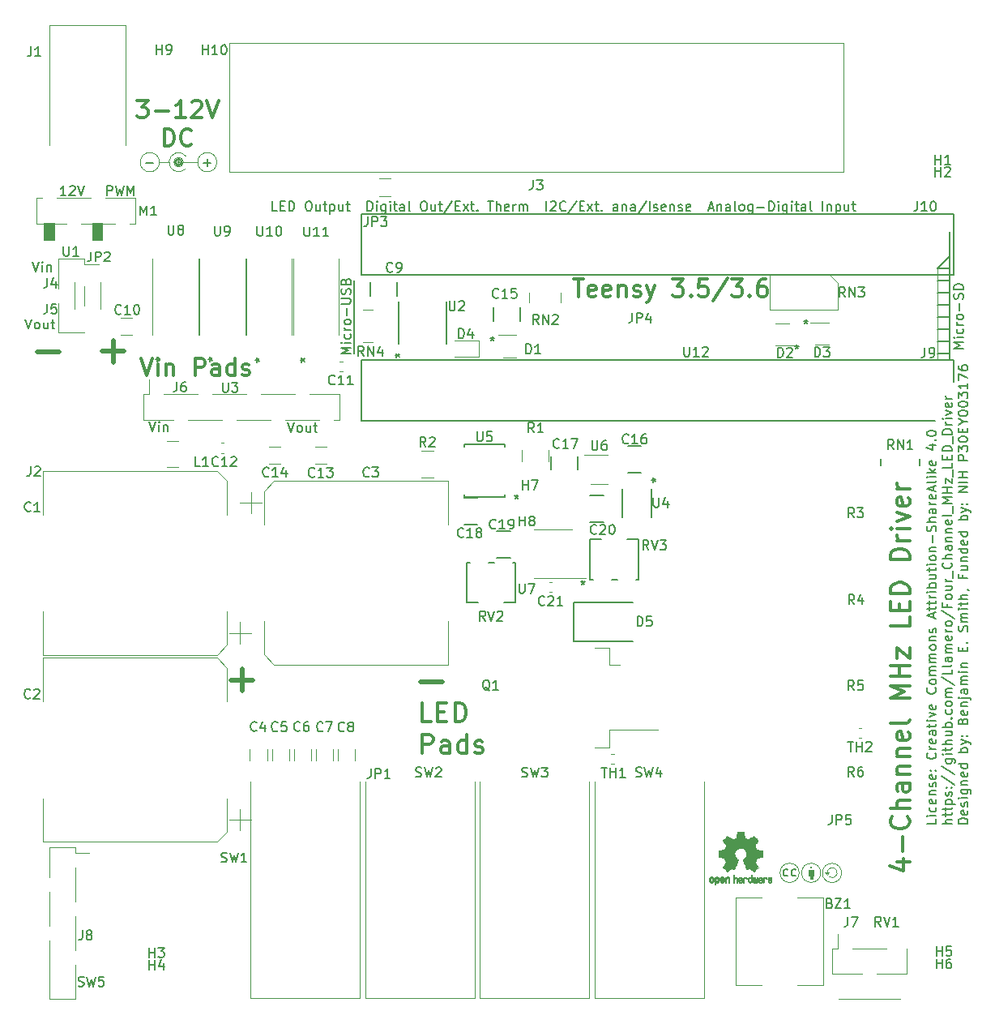
<source format=gto>
G04 #@! TF.GenerationSoftware,KiCad,Pcbnew,(5.1.6)-1*
G04 #@! TF.CreationDate,2020-11-04T19:04:26-08:00*
G04 #@! TF.ProjectId,Four Channel MHz LED Driver,466f7572-2043-4686-916e-6e656c204d48,rev?*
G04 #@! TF.SameCoordinates,Original*
G04 #@! TF.FileFunction,Legend,Top*
G04 #@! TF.FilePolarity,Positive*
%FSLAX46Y46*%
G04 Gerber Fmt 4.6, Leading zero omitted, Abs format (unit mm)*
G04 Created by KiCad (PCBNEW (5.1.6)-1) date 2020-11-04 19:04:26*
%MOMM*%
%LPD*%
G01*
G04 APERTURE LIST*
%ADD10C,0.300000*%
%ADD11C,0.150000*%
%ADD12C,0.120000*%
%ADD13C,0.200000*%
%ADD14C,0.127000*%
%ADD15C,0.010000*%
%ADD16C,0.100000*%
%ADD17C,0.152400*%
%ADD18C,0.500000*%
G04 APERTURE END LIST*
D10*
X49160000Y-30144285D02*
X50274285Y-30144285D01*
X49674285Y-30830000D01*
X49931428Y-30830000D01*
X50102857Y-30915714D01*
X50188571Y-31001428D01*
X50274285Y-31172857D01*
X50274285Y-31601428D01*
X50188571Y-31772857D01*
X50102857Y-31858571D01*
X49931428Y-31944285D01*
X49417142Y-31944285D01*
X49245714Y-31858571D01*
X49160000Y-31772857D01*
X51045714Y-31258571D02*
X52417142Y-31258571D01*
X54217142Y-31944285D02*
X53188571Y-31944285D01*
X53702857Y-31944285D02*
X53702857Y-30144285D01*
X53531428Y-30401428D01*
X53360000Y-30572857D01*
X53188571Y-30658571D01*
X54902857Y-30315714D02*
X54988571Y-30230000D01*
X55160000Y-30144285D01*
X55588571Y-30144285D01*
X55760000Y-30230000D01*
X55845714Y-30315714D01*
X55931428Y-30487142D01*
X55931428Y-30658571D01*
X55845714Y-30915714D01*
X54817142Y-31944285D01*
X55931428Y-31944285D01*
X56445714Y-30144285D02*
X57045714Y-31944285D01*
X57645714Y-30144285D01*
X51988571Y-34944285D02*
X51988571Y-33144285D01*
X52417142Y-33144285D01*
X52674285Y-33230000D01*
X52845714Y-33401428D01*
X52931428Y-33572857D01*
X53017142Y-33915714D01*
X53017142Y-34172857D01*
X52931428Y-34515714D01*
X52845714Y-34687142D01*
X52674285Y-34858571D01*
X52417142Y-34944285D01*
X51988571Y-34944285D01*
X54817142Y-34772857D02*
X54731428Y-34858571D01*
X54474285Y-34944285D01*
X54302857Y-34944285D01*
X54045714Y-34858571D01*
X53874285Y-34687142D01*
X53788571Y-34515714D01*
X53702857Y-34172857D01*
X53702857Y-33915714D01*
X53788571Y-33572857D01*
X53874285Y-33401428D01*
X54045714Y-33230000D01*
X54302857Y-33144285D01*
X54474285Y-33144285D01*
X54731428Y-33230000D01*
X54817142Y-33315714D01*
X94750000Y-48824285D02*
X95778571Y-48824285D01*
X95264285Y-50624285D02*
X95264285Y-48824285D01*
X97064285Y-50538571D02*
X96892857Y-50624285D01*
X96550000Y-50624285D01*
X96378571Y-50538571D01*
X96292857Y-50367142D01*
X96292857Y-49681428D01*
X96378571Y-49510000D01*
X96550000Y-49424285D01*
X96892857Y-49424285D01*
X97064285Y-49510000D01*
X97150000Y-49681428D01*
X97150000Y-49852857D01*
X96292857Y-50024285D01*
X98607142Y-50538571D02*
X98435714Y-50624285D01*
X98092857Y-50624285D01*
X97921428Y-50538571D01*
X97835714Y-50367142D01*
X97835714Y-49681428D01*
X97921428Y-49510000D01*
X98092857Y-49424285D01*
X98435714Y-49424285D01*
X98607142Y-49510000D01*
X98692857Y-49681428D01*
X98692857Y-49852857D01*
X97835714Y-50024285D01*
X99464285Y-49424285D02*
X99464285Y-50624285D01*
X99464285Y-49595714D02*
X99550000Y-49510000D01*
X99721428Y-49424285D01*
X99978571Y-49424285D01*
X100150000Y-49510000D01*
X100235714Y-49681428D01*
X100235714Y-50624285D01*
X101007142Y-50538571D02*
X101178571Y-50624285D01*
X101521428Y-50624285D01*
X101692857Y-50538571D01*
X101778571Y-50367142D01*
X101778571Y-50281428D01*
X101692857Y-50110000D01*
X101521428Y-50024285D01*
X101264285Y-50024285D01*
X101092857Y-49938571D01*
X101007142Y-49767142D01*
X101007142Y-49681428D01*
X101092857Y-49510000D01*
X101264285Y-49424285D01*
X101521428Y-49424285D01*
X101692857Y-49510000D01*
X102378571Y-49424285D02*
X102807142Y-50624285D01*
X103235714Y-49424285D02*
X102807142Y-50624285D01*
X102635714Y-51052857D01*
X102550000Y-51138571D01*
X102378571Y-51224285D01*
X105121428Y-48824285D02*
X106235714Y-48824285D01*
X105635714Y-49510000D01*
X105892857Y-49510000D01*
X106064285Y-49595714D01*
X106150000Y-49681428D01*
X106235714Y-49852857D01*
X106235714Y-50281428D01*
X106150000Y-50452857D01*
X106064285Y-50538571D01*
X105892857Y-50624285D01*
X105378571Y-50624285D01*
X105207142Y-50538571D01*
X105121428Y-50452857D01*
X107007142Y-50452857D02*
X107092857Y-50538571D01*
X107007142Y-50624285D01*
X106921428Y-50538571D01*
X107007142Y-50452857D01*
X107007142Y-50624285D01*
X108721428Y-48824285D02*
X107864285Y-48824285D01*
X107778571Y-49681428D01*
X107864285Y-49595714D01*
X108035714Y-49510000D01*
X108464285Y-49510000D01*
X108635714Y-49595714D01*
X108721428Y-49681428D01*
X108807142Y-49852857D01*
X108807142Y-50281428D01*
X108721428Y-50452857D01*
X108635714Y-50538571D01*
X108464285Y-50624285D01*
X108035714Y-50624285D01*
X107864285Y-50538571D01*
X107778571Y-50452857D01*
X110864285Y-48738571D02*
X109321428Y-51052857D01*
X111292857Y-48824285D02*
X112407142Y-48824285D01*
X111807142Y-49510000D01*
X112064285Y-49510000D01*
X112235714Y-49595714D01*
X112321428Y-49681428D01*
X112407142Y-49852857D01*
X112407142Y-50281428D01*
X112321428Y-50452857D01*
X112235714Y-50538571D01*
X112064285Y-50624285D01*
X111550000Y-50624285D01*
X111378571Y-50538571D01*
X111292857Y-50452857D01*
X113178571Y-50452857D02*
X113264285Y-50538571D01*
X113178571Y-50624285D01*
X113092857Y-50538571D01*
X113178571Y-50452857D01*
X113178571Y-50624285D01*
X114807142Y-48824285D02*
X114464285Y-48824285D01*
X114292857Y-48910000D01*
X114207142Y-48995714D01*
X114035714Y-49252857D01*
X113950000Y-49595714D01*
X113950000Y-50281428D01*
X114035714Y-50452857D01*
X114121428Y-50538571D01*
X114292857Y-50624285D01*
X114635714Y-50624285D01*
X114807142Y-50538571D01*
X114892857Y-50452857D01*
X114978571Y-50281428D01*
X114978571Y-49852857D01*
X114892857Y-49681428D01*
X114807142Y-49595714D01*
X114635714Y-49510000D01*
X114292857Y-49510000D01*
X114121428Y-49595714D01*
X114035714Y-49681428D01*
X113950000Y-49852857D01*
D11*
X95730000Y-80262380D02*
X95730000Y-80500476D01*
X95491904Y-80405238D02*
X95730000Y-80500476D01*
X95968095Y-80405238D01*
X95587142Y-80690952D02*
X95730000Y-80500476D01*
X95872857Y-80690952D01*
D10*
X49534285Y-57074285D02*
X50134285Y-58874285D01*
X50734285Y-57074285D01*
X51334285Y-58874285D02*
X51334285Y-57674285D01*
X51334285Y-57074285D02*
X51248571Y-57160000D01*
X51334285Y-57245714D01*
X51420000Y-57160000D01*
X51334285Y-57074285D01*
X51334285Y-57245714D01*
X52191428Y-57674285D02*
X52191428Y-58874285D01*
X52191428Y-57845714D02*
X52277142Y-57760000D01*
X52448571Y-57674285D01*
X52705714Y-57674285D01*
X52877142Y-57760000D01*
X52962857Y-57931428D01*
X52962857Y-58874285D01*
X55191428Y-58874285D02*
X55191428Y-57074285D01*
X55877142Y-57074285D01*
X56048571Y-57160000D01*
X56134285Y-57245714D01*
X56220000Y-57417142D01*
X56220000Y-57674285D01*
X56134285Y-57845714D01*
X56048571Y-57931428D01*
X55877142Y-58017142D01*
X55191428Y-58017142D01*
X57762857Y-58874285D02*
X57762857Y-57931428D01*
X57677142Y-57760000D01*
X57505714Y-57674285D01*
X57162857Y-57674285D01*
X56991428Y-57760000D01*
X57762857Y-58788571D02*
X57591428Y-58874285D01*
X57162857Y-58874285D01*
X56991428Y-58788571D01*
X56905714Y-58617142D01*
X56905714Y-58445714D01*
X56991428Y-58274285D01*
X57162857Y-58188571D01*
X57591428Y-58188571D01*
X57762857Y-58102857D01*
X59391428Y-58874285D02*
X59391428Y-57074285D01*
X59391428Y-58788571D02*
X59220000Y-58874285D01*
X58877142Y-58874285D01*
X58705714Y-58788571D01*
X58620000Y-58702857D01*
X58534285Y-58531428D01*
X58534285Y-58017142D01*
X58620000Y-57845714D01*
X58705714Y-57760000D01*
X58877142Y-57674285D01*
X59220000Y-57674285D01*
X59391428Y-57760000D01*
X60162857Y-58788571D02*
X60334285Y-58874285D01*
X60677142Y-58874285D01*
X60848571Y-58788571D01*
X60934285Y-58617142D01*
X60934285Y-58531428D01*
X60848571Y-58360000D01*
X60677142Y-58274285D01*
X60420000Y-58274285D01*
X60248571Y-58188571D01*
X60162857Y-58017142D01*
X60162857Y-57931428D01*
X60248571Y-57760000D01*
X60420000Y-57674285D01*
X60677142Y-57674285D01*
X60848571Y-57760000D01*
D11*
X63785238Y-41682380D02*
X63309047Y-41682380D01*
X63309047Y-40682380D01*
X64118571Y-41158571D02*
X64451904Y-41158571D01*
X64594761Y-41682380D02*
X64118571Y-41682380D01*
X64118571Y-40682380D01*
X64594761Y-40682380D01*
X65023333Y-41682380D02*
X65023333Y-40682380D01*
X65261428Y-40682380D01*
X65404285Y-40730000D01*
X65499523Y-40825238D01*
X65547142Y-40920476D01*
X65594761Y-41110952D01*
X65594761Y-41253809D01*
X65547142Y-41444285D01*
X65499523Y-41539523D01*
X65404285Y-41634761D01*
X65261428Y-41682380D01*
X65023333Y-41682380D01*
X66975714Y-40682380D02*
X67166190Y-40682380D01*
X67261428Y-40730000D01*
X67356666Y-40825238D01*
X67404285Y-41015714D01*
X67404285Y-41349047D01*
X67356666Y-41539523D01*
X67261428Y-41634761D01*
X67166190Y-41682380D01*
X66975714Y-41682380D01*
X66880476Y-41634761D01*
X66785238Y-41539523D01*
X66737619Y-41349047D01*
X66737619Y-41015714D01*
X66785238Y-40825238D01*
X66880476Y-40730000D01*
X66975714Y-40682380D01*
X68261428Y-41015714D02*
X68261428Y-41682380D01*
X67832857Y-41015714D02*
X67832857Y-41539523D01*
X67880476Y-41634761D01*
X67975714Y-41682380D01*
X68118571Y-41682380D01*
X68213809Y-41634761D01*
X68261428Y-41587142D01*
X68594761Y-41015714D02*
X68975714Y-41015714D01*
X68737619Y-40682380D02*
X68737619Y-41539523D01*
X68785238Y-41634761D01*
X68880476Y-41682380D01*
X68975714Y-41682380D01*
X69309047Y-41015714D02*
X69309047Y-42015714D01*
X69309047Y-41063333D02*
X69404285Y-41015714D01*
X69594761Y-41015714D01*
X69690000Y-41063333D01*
X69737619Y-41110952D01*
X69785238Y-41206190D01*
X69785238Y-41491904D01*
X69737619Y-41587142D01*
X69690000Y-41634761D01*
X69594761Y-41682380D01*
X69404285Y-41682380D01*
X69309047Y-41634761D01*
X70642380Y-41015714D02*
X70642380Y-41682380D01*
X70213809Y-41015714D02*
X70213809Y-41539523D01*
X70261428Y-41634761D01*
X70356666Y-41682380D01*
X70499523Y-41682380D01*
X70594761Y-41634761D01*
X70642380Y-41587142D01*
X70975714Y-41015714D02*
X71356666Y-41015714D01*
X71118571Y-40682380D02*
X71118571Y-41539523D01*
X71166190Y-41634761D01*
X71261428Y-41682380D01*
X71356666Y-41682380D01*
X73213809Y-41682380D02*
X73213809Y-40682380D01*
X73451904Y-40682380D01*
X73594761Y-40730000D01*
X73690000Y-40825238D01*
X73737619Y-40920476D01*
X73785238Y-41110952D01*
X73785238Y-41253809D01*
X73737619Y-41444285D01*
X73690000Y-41539523D01*
X73594761Y-41634761D01*
X73451904Y-41682380D01*
X73213809Y-41682380D01*
X74213809Y-41682380D02*
X74213809Y-41015714D01*
X74213809Y-40682380D02*
X74166190Y-40730000D01*
X74213809Y-40777619D01*
X74261428Y-40730000D01*
X74213809Y-40682380D01*
X74213809Y-40777619D01*
X75118571Y-41015714D02*
X75118571Y-41825238D01*
X75070952Y-41920476D01*
X75023333Y-41968095D01*
X74928095Y-42015714D01*
X74785238Y-42015714D01*
X74690000Y-41968095D01*
X75118571Y-41634761D02*
X75023333Y-41682380D01*
X74832857Y-41682380D01*
X74737619Y-41634761D01*
X74690000Y-41587142D01*
X74642380Y-41491904D01*
X74642380Y-41206190D01*
X74690000Y-41110952D01*
X74737619Y-41063333D01*
X74832857Y-41015714D01*
X75023333Y-41015714D01*
X75118571Y-41063333D01*
X75594761Y-41682380D02*
X75594761Y-41015714D01*
X75594761Y-40682380D02*
X75547142Y-40730000D01*
X75594761Y-40777619D01*
X75642380Y-40730000D01*
X75594761Y-40682380D01*
X75594761Y-40777619D01*
X75928095Y-41015714D02*
X76309047Y-41015714D01*
X76070952Y-40682380D02*
X76070952Y-41539523D01*
X76118571Y-41634761D01*
X76213809Y-41682380D01*
X76309047Y-41682380D01*
X77070952Y-41682380D02*
X77070952Y-41158571D01*
X77023333Y-41063333D01*
X76928095Y-41015714D01*
X76737619Y-41015714D01*
X76642380Y-41063333D01*
X77070952Y-41634761D02*
X76975714Y-41682380D01*
X76737619Y-41682380D01*
X76642380Y-41634761D01*
X76594761Y-41539523D01*
X76594761Y-41444285D01*
X76642380Y-41349047D01*
X76737619Y-41301428D01*
X76975714Y-41301428D01*
X77070952Y-41253809D01*
X77690000Y-41682380D02*
X77594761Y-41634761D01*
X77547142Y-41539523D01*
X77547142Y-40682380D01*
X79023333Y-40682380D02*
X79213809Y-40682380D01*
X79309047Y-40730000D01*
X79404285Y-40825238D01*
X79451904Y-41015714D01*
X79451904Y-41349047D01*
X79404285Y-41539523D01*
X79309047Y-41634761D01*
X79213809Y-41682380D01*
X79023333Y-41682380D01*
X78928095Y-41634761D01*
X78832857Y-41539523D01*
X78785238Y-41349047D01*
X78785238Y-41015714D01*
X78832857Y-40825238D01*
X78928095Y-40730000D01*
X79023333Y-40682380D01*
X80309047Y-41015714D02*
X80309047Y-41682380D01*
X79880476Y-41015714D02*
X79880476Y-41539523D01*
X79928095Y-41634761D01*
X80023333Y-41682380D01*
X80166190Y-41682380D01*
X80261428Y-41634761D01*
X80309047Y-41587142D01*
X80642380Y-41015714D02*
X81023333Y-41015714D01*
X80785238Y-40682380D02*
X80785238Y-41539523D01*
X80832857Y-41634761D01*
X80928095Y-41682380D01*
X81023333Y-41682380D01*
X82070952Y-40634761D02*
X81213809Y-41920476D01*
X82404285Y-41158571D02*
X82737619Y-41158571D01*
X82880476Y-41682380D02*
X82404285Y-41682380D01*
X82404285Y-40682380D01*
X82880476Y-40682380D01*
X83213809Y-41682380D02*
X83737619Y-41015714D01*
X83213809Y-41015714D02*
X83737619Y-41682380D01*
X83975714Y-41015714D02*
X84356666Y-41015714D01*
X84118571Y-40682380D02*
X84118571Y-41539523D01*
X84166190Y-41634761D01*
X84261428Y-41682380D01*
X84356666Y-41682380D01*
X84690000Y-41587142D02*
X84737619Y-41634761D01*
X84690000Y-41682380D01*
X84642380Y-41634761D01*
X84690000Y-41587142D01*
X84690000Y-41682380D01*
X85785238Y-40682380D02*
X86356666Y-40682380D01*
X86070952Y-41682380D02*
X86070952Y-40682380D01*
X86690000Y-41682380D02*
X86690000Y-40682380D01*
X87118571Y-41682380D02*
X87118571Y-41158571D01*
X87070952Y-41063333D01*
X86975714Y-41015714D01*
X86832857Y-41015714D01*
X86737619Y-41063333D01*
X86690000Y-41110952D01*
X87975714Y-41634761D02*
X87880476Y-41682380D01*
X87690000Y-41682380D01*
X87594761Y-41634761D01*
X87547142Y-41539523D01*
X87547142Y-41158571D01*
X87594761Y-41063333D01*
X87690000Y-41015714D01*
X87880476Y-41015714D01*
X87975714Y-41063333D01*
X88023333Y-41158571D01*
X88023333Y-41253809D01*
X87547142Y-41349047D01*
X88451904Y-41682380D02*
X88451904Y-41015714D01*
X88451904Y-41206190D02*
X88499523Y-41110952D01*
X88547142Y-41063333D01*
X88642380Y-41015714D01*
X88737619Y-41015714D01*
X89070952Y-41682380D02*
X89070952Y-41015714D01*
X89070952Y-41110952D02*
X89118571Y-41063333D01*
X89213809Y-41015714D01*
X89356666Y-41015714D01*
X89451904Y-41063333D01*
X89499523Y-41158571D01*
X89499523Y-41682380D01*
X89499523Y-41158571D02*
X89547142Y-41063333D01*
X89642380Y-41015714D01*
X89785238Y-41015714D01*
X89880476Y-41063333D01*
X89928095Y-41158571D01*
X89928095Y-41682380D01*
X91928095Y-41682380D02*
X91928095Y-40682380D01*
X92356666Y-40777619D02*
X92404285Y-40730000D01*
X92499523Y-40682380D01*
X92737619Y-40682380D01*
X92832857Y-40730000D01*
X92880476Y-40777619D01*
X92928095Y-40872857D01*
X92928095Y-40968095D01*
X92880476Y-41110952D01*
X92309047Y-41682380D01*
X92928095Y-41682380D01*
X93928095Y-41587142D02*
X93880476Y-41634761D01*
X93737619Y-41682380D01*
X93642380Y-41682380D01*
X93499523Y-41634761D01*
X93404285Y-41539523D01*
X93356666Y-41444285D01*
X93309047Y-41253809D01*
X93309047Y-41110952D01*
X93356666Y-40920476D01*
X93404285Y-40825238D01*
X93499523Y-40730000D01*
X93642380Y-40682380D01*
X93737619Y-40682380D01*
X93880476Y-40730000D01*
X93928095Y-40777619D01*
X95070952Y-40634761D02*
X94213809Y-41920476D01*
X95404285Y-41158571D02*
X95737619Y-41158571D01*
X95880476Y-41682380D02*
X95404285Y-41682380D01*
X95404285Y-40682380D01*
X95880476Y-40682380D01*
X96213809Y-41682380D02*
X96737619Y-41015714D01*
X96213809Y-41015714D02*
X96737619Y-41682380D01*
X96975714Y-41015714D02*
X97356666Y-41015714D01*
X97118571Y-40682380D02*
X97118571Y-41539523D01*
X97166190Y-41634761D01*
X97261428Y-41682380D01*
X97356666Y-41682380D01*
X97690000Y-41587142D02*
X97737619Y-41634761D01*
X97690000Y-41682380D01*
X97642380Y-41634761D01*
X97690000Y-41587142D01*
X97690000Y-41682380D01*
X99356666Y-41682380D02*
X99356666Y-41158571D01*
X99309047Y-41063333D01*
X99213809Y-41015714D01*
X99023333Y-41015714D01*
X98928095Y-41063333D01*
X99356666Y-41634761D02*
X99261428Y-41682380D01*
X99023333Y-41682380D01*
X98928095Y-41634761D01*
X98880476Y-41539523D01*
X98880476Y-41444285D01*
X98928095Y-41349047D01*
X99023333Y-41301428D01*
X99261428Y-41301428D01*
X99356666Y-41253809D01*
X99832857Y-41015714D02*
X99832857Y-41682380D01*
X99832857Y-41110952D02*
X99880476Y-41063333D01*
X99975714Y-41015714D01*
X100118571Y-41015714D01*
X100213809Y-41063333D01*
X100261428Y-41158571D01*
X100261428Y-41682380D01*
X101166190Y-41682380D02*
X101166190Y-41158571D01*
X101118571Y-41063333D01*
X101023333Y-41015714D01*
X100832857Y-41015714D01*
X100737619Y-41063333D01*
X101166190Y-41634761D02*
X101070952Y-41682380D01*
X100832857Y-41682380D01*
X100737619Y-41634761D01*
X100690000Y-41539523D01*
X100690000Y-41444285D01*
X100737619Y-41349047D01*
X100832857Y-41301428D01*
X101070952Y-41301428D01*
X101166190Y-41253809D01*
X102356666Y-40634761D02*
X101499523Y-41920476D01*
X102690000Y-41682380D02*
X102690000Y-40682380D01*
X103118571Y-41634761D02*
X103213809Y-41682380D01*
X103404285Y-41682380D01*
X103499523Y-41634761D01*
X103547142Y-41539523D01*
X103547142Y-41491904D01*
X103499523Y-41396666D01*
X103404285Y-41349047D01*
X103261428Y-41349047D01*
X103166190Y-41301428D01*
X103118571Y-41206190D01*
X103118571Y-41158571D01*
X103166190Y-41063333D01*
X103261428Y-41015714D01*
X103404285Y-41015714D01*
X103499523Y-41063333D01*
X104356666Y-41634761D02*
X104261428Y-41682380D01*
X104070952Y-41682380D01*
X103975714Y-41634761D01*
X103928095Y-41539523D01*
X103928095Y-41158571D01*
X103975714Y-41063333D01*
X104070952Y-41015714D01*
X104261428Y-41015714D01*
X104356666Y-41063333D01*
X104404285Y-41158571D01*
X104404285Y-41253809D01*
X103928095Y-41349047D01*
X104832857Y-41015714D02*
X104832857Y-41682380D01*
X104832857Y-41110952D02*
X104880476Y-41063333D01*
X104975714Y-41015714D01*
X105118571Y-41015714D01*
X105213809Y-41063333D01*
X105261428Y-41158571D01*
X105261428Y-41682380D01*
X105690000Y-41634761D02*
X105785238Y-41682380D01*
X105975714Y-41682380D01*
X106070952Y-41634761D01*
X106118571Y-41539523D01*
X106118571Y-41491904D01*
X106070952Y-41396666D01*
X105975714Y-41349047D01*
X105832857Y-41349047D01*
X105737619Y-41301428D01*
X105690000Y-41206190D01*
X105690000Y-41158571D01*
X105737619Y-41063333D01*
X105832857Y-41015714D01*
X105975714Y-41015714D01*
X106070952Y-41063333D01*
X106928095Y-41634761D02*
X106832857Y-41682380D01*
X106642380Y-41682380D01*
X106547142Y-41634761D01*
X106499523Y-41539523D01*
X106499523Y-41158571D01*
X106547142Y-41063333D01*
X106642380Y-41015714D01*
X106832857Y-41015714D01*
X106928095Y-41063333D01*
X106975714Y-41158571D01*
X106975714Y-41253809D01*
X106499523Y-41349047D01*
X108880476Y-41396666D02*
X109356666Y-41396666D01*
X108785238Y-41682380D02*
X109118571Y-40682380D01*
X109451904Y-41682380D01*
X109785238Y-41015714D02*
X109785238Y-41682380D01*
X109785238Y-41110952D02*
X109832857Y-41063333D01*
X109928095Y-41015714D01*
X110070952Y-41015714D01*
X110166190Y-41063333D01*
X110213809Y-41158571D01*
X110213809Y-41682380D01*
X111118571Y-41682380D02*
X111118571Y-41158571D01*
X111070952Y-41063333D01*
X110975714Y-41015714D01*
X110785238Y-41015714D01*
X110689999Y-41063333D01*
X111118571Y-41634761D02*
X111023333Y-41682380D01*
X110785238Y-41682380D01*
X110689999Y-41634761D01*
X110642380Y-41539523D01*
X110642380Y-41444285D01*
X110689999Y-41349047D01*
X110785238Y-41301428D01*
X111023333Y-41301428D01*
X111118571Y-41253809D01*
X111737619Y-41682380D02*
X111642380Y-41634761D01*
X111594761Y-41539523D01*
X111594761Y-40682380D01*
X112261428Y-41682380D02*
X112166190Y-41634761D01*
X112118571Y-41587142D01*
X112070952Y-41491904D01*
X112070952Y-41206190D01*
X112118571Y-41110952D01*
X112166190Y-41063333D01*
X112261428Y-41015714D01*
X112404285Y-41015714D01*
X112499523Y-41063333D01*
X112547142Y-41110952D01*
X112594761Y-41206190D01*
X112594761Y-41491904D01*
X112547142Y-41587142D01*
X112499523Y-41634761D01*
X112404285Y-41682380D01*
X112261428Y-41682380D01*
X113451904Y-41015714D02*
X113451904Y-41825238D01*
X113404285Y-41920476D01*
X113356666Y-41968095D01*
X113261428Y-42015714D01*
X113118571Y-42015714D01*
X113023333Y-41968095D01*
X113451904Y-41634761D02*
X113356666Y-41682380D01*
X113166190Y-41682380D01*
X113070952Y-41634761D01*
X113023333Y-41587142D01*
X112975714Y-41491904D01*
X112975714Y-41206190D01*
X113023333Y-41110952D01*
X113070952Y-41063333D01*
X113166190Y-41015714D01*
X113356666Y-41015714D01*
X113451904Y-41063333D01*
X113928095Y-41301428D02*
X114689999Y-41301428D01*
X115166190Y-41682380D02*
X115166190Y-40682380D01*
X115404285Y-40682380D01*
X115547142Y-40730000D01*
X115642380Y-40825238D01*
X115689999Y-40920476D01*
X115737619Y-41110952D01*
X115737619Y-41253809D01*
X115689999Y-41444285D01*
X115642380Y-41539523D01*
X115547142Y-41634761D01*
X115404285Y-41682380D01*
X115166190Y-41682380D01*
X116166190Y-41682380D02*
X116166190Y-41015714D01*
X116166190Y-40682380D02*
X116118571Y-40730000D01*
X116166190Y-40777619D01*
X116213809Y-40730000D01*
X116166190Y-40682380D01*
X116166190Y-40777619D01*
X117070952Y-41015714D02*
X117070952Y-41825238D01*
X117023333Y-41920476D01*
X116975714Y-41968095D01*
X116880476Y-42015714D01*
X116737619Y-42015714D01*
X116642380Y-41968095D01*
X117070952Y-41634761D02*
X116975714Y-41682380D01*
X116785238Y-41682380D01*
X116689999Y-41634761D01*
X116642380Y-41587142D01*
X116594761Y-41491904D01*
X116594761Y-41206190D01*
X116642380Y-41110952D01*
X116689999Y-41063333D01*
X116785238Y-41015714D01*
X116975714Y-41015714D01*
X117070952Y-41063333D01*
X117547142Y-41682380D02*
X117547142Y-41015714D01*
X117547142Y-40682380D02*
X117499523Y-40730000D01*
X117547142Y-40777619D01*
X117594761Y-40730000D01*
X117547142Y-40682380D01*
X117547142Y-40777619D01*
X117880476Y-41015714D02*
X118261428Y-41015714D01*
X118023333Y-40682380D02*
X118023333Y-41539523D01*
X118070952Y-41634761D01*
X118166190Y-41682380D01*
X118261428Y-41682380D01*
X119023333Y-41682380D02*
X119023333Y-41158571D01*
X118975714Y-41063333D01*
X118880476Y-41015714D01*
X118689999Y-41015714D01*
X118594761Y-41063333D01*
X119023333Y-41634761D02*
X118928095Y-41682380D01*
X118689999Y-41682380D01*
X118594761Y-41634761D01*
X118547142Y-41539523D01*
X118547142Y-41444285D01*
X118594761Y-41349047D01*
X118689999Y-41301428D01*
X118928095Y-41301428D01*
X119023333Y-41253809D01*
X119642380Y-41682380D02*
X119547142Y-41634761D01*
X119499523Y-41539523D01*
X119499523Y-40682380D01*
X120785238Y-41682380D02*
X120785238Y-40682380D01*
X121261428Y-41015714D02*
X121261428Y-41682380D01*
X121261428Y-41110952D02*
X121309047Y-41063333D01*
X121404285Y-41015714D01*
X121547142Y-41015714D01*
X121642380Y-41063333D01*
X121689999Y-41158571D01*
X121689999Y-41682380D01*
X122166190Y-41015714D02*
X122166190Y-42015714D01*
X122166190Y-41063333D02*
X122261428Y-41015714D01*
X122451904Y-41015714D01*
X122547142Y-41063333D01*
X122594761Y-41110952D01*
X122642380Y-41206190D01*
X122642380Y-41491904D01*
X122594761Y-41587142D01*
X122547142Y-41634761D01*
X122451904Y-41682380D01*
X122261428Y-41682380D01*
X122166190Y-41634761D01*
X123499523Y-41015714D02*
X123499523Y-41682380D01*
X123070952Y-41015714D02*
X123070952Y-41539523D01*
X123118571Y-41634761D01*
X123213809Y-41682380D01*
X123356666Y-41682380D01*
X123451904Y-41634761D01*
X123499523Y-41587142D01*
X123832857Y-41015714D02*
X124213809Y-41015714D01*
X123975714Y-40682380D02*
X123975714Y-41539523D01*
X124023333Y-41634761D01*
X124118571Y-41682380D01*
X124213809Y-41682380D01*
X132642380Y-105198214D02*
X132642380Y-105674404D01*
X131642380Y-105674404D01*
X132642380Y-104864880D02*
X131975714Y-104864880D01*
X131642380Y-104864880D02*
X131690000Y-104912500D01*
X131737619Y-104864880D01*
X131690000Y-104817261D01*
X131642380Y-104864880D01*
X131737619Y-104864880D01*
X132594761Y-103960119D02*
X132642380Y-104055357D01*
X132642380Y-104245833D01*
X132594761Y-104341071D01*
X132547142Y-104388690D01*
X132451904Y-104436309D01*
X132166190Y-104436309D01*
X132070952Y-104388690D01*
X132023333Y-104341071D01*
X131975714Y-104245833D01*
X131975714Y-104055357D01*
X132023333Y-103960119D01*
X132594761Y-103150595D02*
X132642380Y-103245833D01*
X132642380Y-103436309D01*
X132594761Y-103531547D01*
X132499523Y-103579166D01*
X132118571Y-103579166D01*
X132023333Y-103531547D01*
X131975714Y-103436309D01*
X131975714Y-103245833D01*
X132023333Y-103150595D01*
X132118571Y-103102976D01*
X132213809Y-103102976D01*
X132309047Y-103579166D01*
X131975714Y-102674404D02*
X132642380Y-102674404D01*
X132070952Y-102674404D02*
X132023333Y-102626785D01*
X131975714Y-102531547D01*
X131975714Y-102388690D01*
X132023333Y-102293452D01*
X132118571Y-102245833D01*
X132642380Y-102245833D01*
X132594761Y-101817261D02*
X132642380Y-101722023D01*
X132642380Y-101531547D01*
X132594761Y-101436309D01*
X132499523Y-101388690D01*
X132451904Y-101388690D01*
X132356666Y-101436309D01*
X132309047Y-101531547D01*
X132309047Y-101674404D01*
X132261428Y-101769642D01*
X132166190Y-101817261D01*
X132118571Y-101817261D01*
X132023333Y-101769642D01*
X131975714Y-101674404D01*
X131975714Y-101531547D01*
X132023333Y-101436309D01*
X132594761Y-100579166D02*
X132642380Y-100674404D01*
X132642380Y-100864880D01*
X132594761Y-100960119D01*
X132499523Y-101007738D01*
X132118571Y-101007738D01*
X132023333Y-100960119D01*
X131975714Y-100864880D01*
X131975714Y-100674404D01*
X132023333Y-100579166D01*
X132118571Y-100531547D01*
X132213809Y-100531547D01*
X132309047Y-101007738D01*
X132547142Y-100102976D02*
X132594761Y-100055357D01*
X132642380Y-100102976D01*
X132594761Y-100150595D01*
X132547142Y-100102976D01*
X132642380Y-100102976D01*
X132023333Y-100102976D02*
X132070952Y-100055357D01*
X132118571Y-100102976D01*
X132070952Y-100150595D01*
X132023333Y-100102976D01*
X132118571Y-100102976D01*
X132547142Y-98293452D02*
X132594761Y-98341071D01*
X132642380Y-98483928D01*
X132642380Y-98579166D01*
X132594761Y-98722023D01*
X132499523Y-98817261D01*
X132404285Y-98864880D01*
X132213809Y-98912500D01*
X132070952Y-98912500D01*
X131880476Y-98864880D01*
X131785238Y-98817261D01*
X131690000Y-98722023D01*
X131642380Y-98579166D01*
X131642380Y-98483928D01*
X131690000Y-98341071D01*
X131737619Y-98293452D01*
X132642380Y-97864880D02*
X131975714Y-97864880D01*
X132166190Y-97864880D02*
X132070952Y-97817261D01*
X132023333Y-97769642D01*
X131975714Y-97674404D01*
X131975714Y-97579166D01*
X132594761Y-96864880D02*
X132642380Y-96960119D01*
X132642380Y-97150595D01*
X132594761Y-97245833D01*
X132499523Y-97293452D01*
X132118571Y-97293452D01*
X132023333Y-97245833D01*
X131975714Y-97150595D01*
X131975714Y-96960119D01*
X132023333Y-96864880D01*
X132118571Y-96817261D01*
X132213809Y-96817261D01*
X132309047Y-97293452D01*
X132642380Y-95960119D02*
X132118571Y-95960119D01*
X132023333Y-96007738D01*
X131975714Y-96102976D01*
X131975714Y-96293452D01*
X132023333Y-96388690D01*
X132594761Y-95960119D02*
X132642380Y-96055357D01*
X132642380Y-96293452D01*
X132594761Y-96388690D01*
X132499523Y-96436309D01*
X132404285Y-96436309D01*
X132309047Y-96388690D01*
X132261428Y-96293452D01*
X132261428Y-96055357D01*
X132213809Y-95960119D01*
X131975714Y-95626785D02*
X131975714Y-95245833D01*
X131642380Y-95483928D02*
X132499523Y-95483928D01*
X132594761Y-95436309D01*
X132642380Y-95341071D01*
X132642380Y-95245833D01*
X132642380Y-94912500D02*
X131975714Y-94912500D01*
X131642380Y-94912500D02*
X131690000Y-94960119D01*
X131737619Y-94912500D01*
X131690000Y-94864880D01*
X131642380Y-94912500D01*
X131737619Y-94912500D01*
X131975714Y-94531547D02*
X132642380Y-94293452D01*
X131975714Y-94055357D01*
X132594761Y-93293452D02*
X132642380Y-93388690D01*
X132642380Y-93579166D01*
X132594761Y-93674404D01*
X132499523Y-93722023D01*
X132118571Y-93722023D01*
X132023333Y-93674404D01*
X131975714Y-93579166D01*
X131975714Y-93388690D01*
X132023333Y-93293452D01*
X132118571Y-93245833D01*
X132213809Y-93245833D01*
X132309047Y-93722023D01*
X132547142Y-91483928D02*
X132594761Y-91531547D01*
X132642380Y-91674404D01*
X132642380Y-91769642D01*
X132594761Y-91912500D01*
X132499523Y-92007738D01*
X132404285Y-92055357D01*
X132213809Y-92102976D01*
X132070952Y-92102976D01*
X131880476Y-92055357D01*
X131785238Y-92007738D01*
X131690000Y-91912500D01*
X131642380Y-91769642D01*
X131642380Y-91674404D01*
X131690000Y-91531547D01*
X131737619Y-91483928D01*
X132642380Y-90912500D02*
X132594761Y-91007738D01*
X132547142Y-91055357D01*
X132451904Y-91102976D01*
X132166190Y-91102976D01*
X132070952Y-91055357D01*
X132023333Y-91007738D01*
X131975714Y-90912500D01*
X131975714Y-90769642D01*
X132023333Y-90674404D01*
X132070952Y-90626785D01*
X132166190Y-90579166D01*
X132451904Y-90579166D01*
X132547142Y-90626785D01*
X132594761Y-90674404D01*
X132642380Y-90769642D01*
X132642380Y-90912500D01*
X132642380Y-90150595D02*
X131975714Y-90150595D01*
X132070952Y-90150595D02*
X132023333Y-90102976D01*
X131975714Y-90007738D01*
X131975714Y-89864880D01*
X132023333Y-89769642D01*
X132118571Y-89722023D01*
X132642380Y-89722023D01*
X132118571Y-89722023D02*
X132023333Y-89674404D01*
X131975714Y-89579166D01*
X131975714Y-89436309D01*
X132023333Y-89341071D01*
X132118571Y-89293452D01*
X132642380Y-89293452D01*
X132642380Y-88817261D02*
X131975714Y-88817261D01*
X132070952Y-88817261D02*
X132023333Y-88769642D01*
X131975714Y-88674404D01*
X131975714Y-88531547D01*
X132023333Y-88436309D01*
X132118571Y-88388690D01*
X132642380Y-88388690D01*
X132118571Y-88388690D02*
X132023333Y-88341071D01*
X131975714Y-88245833D01*
X131975714Y-88102976D01*
X132023333Y-88007738D01*
X132118571Y-87960119D01*
X132642380Y-87960119D01*
X132642380Y-87341071D02*
X132594761Y-87436309D01*
X132547142Y-87483928D01*
X132451904Y-87531547D01*
X132166190Y-87531547D01*
X132070952Y-87483928D01*
X132023333Y-87436309D01*
X131975714Y-87341071D01*
X131975714Y-87198214D01*
X132023333Y-87102976D01*
X132070952Y-87055357D01*
X132166190Y-87007738D01*
X132451904Y-87007738D01*
X132547142Y-87055357D01*
X132594761Y-87102976D01*
X132642380Y-87198214D01*
X132642380Y-87341071D01*
X131975714Y-86579166D02*
X132642380Y-86579166D01*
X132070952Y-86579166D02*
X132023333Y-86531547D01*
X131975714Y-86436309D01*
X131975714Y-86293452D01*
X132023333Y-86198214D01*
X132118571Y-86150595D01*
X132642380Y-86150595D01*
X132594761Y-85722023D02*
X132642380Y-85626785D01*
X132642380Y-85436309D01*
X132594761Y-85341071D01*
X132499523Y-85293452D01*
X132451904Y-85293452D01*
X132356666Y-85341071D01*
X132309047Y-85436309D01*
X132309047Y-85579166D01*
X132261428Y-85674404D01*
X132166190Y-85722023D01*
X132118571Y-85722023D01*
X132023333Y-85674404D01*
X131975714Y-85579166D01*
X131975714Y-85436309D01*
X132023333Y-85341071D01*
X132356666Y-84150595D02*
X132356666Y-83674404D01*
X132642380Y-84245833D02*
X131642380Y-83912500D01*
X132642380Y-83579166D01*
X131975714Y-83388690D02*
X131975714Y-83007738D01*
X131642380Y-83245833D02*
X132499523Y-83245833D01*
X132594761Y-83198214D01*
X132642380Y-83102976D01*
X132642380Y-83007738D01*
X131975714Y-82817261D02*
X131975714Y-82436309D01*
X131642380Y-82674404D02*
X132499523Y-82674404D01*
X132594761Y-82626785D01*
X132642380Y-82531547D01*
X132642380Y-82436309D01*
X132642380Y-82102976D02*
X131975714Y-82102976D01*
X132166190Y-82102976D02*
X132070952Y-82055357D01*
X132023333Y-82007738D01*
X131975714Y-81912500D01*
X131975714Y-81817261D01*
X132642380Y-81483928D02*
X131975714Y-81483928D01*
X131642380Y-81483928D02*
X131690000Y-81531547D01*
X131737619Y-81483928D01*
X131690000Y-81436309D01*
X131642380Y-81483928D01*
X131737619Y-81483928D01*
X132642380Y-81007738D02*
X131642380Y-81007738D01*
X132023333Y-81007738D02*
X131975714Y-80912500D01*
X131975714Y-80722023D01*
X132023333Y-80626785D01*
X132070952Y-80579166D01*
X132166190Y-80531547D01*
X132451904Y-80531547D01*
X132547142Y-80579166D01*
X132594761Y-80626785D01*
X132642380Y-80722023D01*
X132642380Y-80912500D01*
X132594761Y-81007738D01*
X131975714Y-79674404D02*
X132642380Y-79674404D01*
X131975714Y-80102976D02*
X132499523Y-80102976D01*
X132594761Y-80055357D01*
X132642380Y-79960119D01*
X132642380Y-79817261D01*
X132594761Y-79722023D01*
X132547142Y-79674404D01*
X131975714Y-79341071D02*
X131975714Y-78960119D01*
X131642380Y-79198214D02*
X132499523Y-79198214D01*
X132594761Y-79150595D01*
X132642380Y-79055357D01*
X132642380Y-78960119D01*
X132642380Y-78626785D02*
X131975714Y-78626785D01*
X131642380Y-78626785D02*
X131690000Y-78674404D01*
X131737619Y-78626785D01*
X131690000Y-78579166D01*
X131642380Y-78626785D01*
X131737619Y-78626785D01*
X132642380Y-78007738D02*
X132594761Y-78102976D01*
X132547142Y-78150595D01*
X132451904Y-78198214D01*
X132166190Y-78198214D01*
X132070952Y-78150595D01*
X132023333Y-78102976D01*
X131975714Y-78007738D01*
X131975714Y-77864880D01*
X132023333Y-77769642D01*
X132070952Y-77722023D01*
X132166190Y-77674404D01*
X132451904Y-77674404D01*
X132547142Y-77722023D01*
X132594761Y-77769642D01*
X132642380Y-77864880D01*
X132642380Y-78007738D01*
X131975714Y-77245833D02*
X132642380Y-77245833D01*
X132070952Y-77245833D02*
X132023333Y-77198214D01*
X131975714Y-77102976D01*
X131975714Y-76960119D01*
X132023333Y-76864880D01*
X132118571Y-76817261D01*
X132642380Y-76817261D01*
X132261428Y-76341071D02*
X132261428Y-75579166D01*
X132594761Y-75150595D02*
X132642380Y-75007738D01*
X132642380Y-74769642D01*
X132594761Y-74674404D01*
X132547142Y-74626785D01*
X132451904Y-74579166D01*
X132356666Y-74579166D01*
X132261428Y-74626785D01*
X132213809Y-74674404D01*
X132166190Y-74769642D01*
X132118571Y-74960119D01*
X132070952Y-75055357D01*
X132023333Y-75102976D01*
X131928095Y-75150595D01*
X131832857Y-75150595D01*
X131737619Y-75102976D01*
X131690000Y-75055357D01*
X131642380Y-74960119D01*
X131642380Y-74722023D01*
X131690000Y-74579166D01*
X132642380Y-74150595D02*
X131642380Y-74150595D01*
X132642380Y-73722023D02*
X132118571Y-73722023D01*
X132023333Y-73769642D01*
X131975714Y-73864880D01*
X131975714Y-74007738D01*
X132023333Y-74102976D01*
X132070952Y-74150595D01*
X132642380Y-72817261D02*
X132118571Y-72817261D01*
X132023333Y-72864880D01*
X131975714Y-72960119D01*
X131975714Y-73150595D01*
X132023333Y-73245833D01*
X132594761Y-72817261D02*
X132642380Y-72912500D01*
X132642380Y-73150595D01*
X132594761Y-73245833D01*
X132499523Y-73293452D01*
X132404285Y-73293452D01*
X132309047Y-73245833D01*
X132261428Y-73150595D01*
X132261428Y-72912500D01*
X132213809Y-72817261D01*
X132642380Y-72341071D02*
X131975714Y-72341071D01*
X132166190Y-72341071D02*
X132070952Y-72293452D01*
X132023333Y-72245833D01*
X131975714Y-72150595D01*
X131975714Y-72055357D01*
X132594761Y-71341071D02*
X132642380Y-71436309D01*
X132642380Y-71626785D01*
X132594761Y-71722023D01*
X132499523Y-71769642D01*
X132118571Y-71769642D01*
X132023333Y-71722023D01*
X131975714Y-71626785D01*
X131975714Y-71436309D01*
X132023333Y-71341071D01*
X132118571Y-71293452D01*
X132213809Y-71293452D01*
X132309047Y-71769642D01*
X132356666Y-70912500D02*
X132356666Y-70436309D01*
X132642380Y-71007738D02*
X131642380Y-70674404D01*
X132642380Y-70341071D01*
X132642380Y-69864880D02*
X132594761Y-69960119D01*
X132499523Y-70007738D01*
X131642380Y-70007738D01*
X132642380Y-69483928D02*
X131975714Y-69483928D01*
X131642380Y-69483928D02*
X131690000Y-69531547D01*
X131737619Y-69483928D01*
X131690000Y-69436309D01*
X131642380Y-69483928D01*
X131737619Y-69483928D01*
X132642380Y-69007738D02*
X131642380Y-69007738D01*
X132261428Y-68912500D02*
X132642380Y-68626785D01*
X131975714Y-68626785D02*
X132356666Y-69007738D01*
X132594761Y-67817261D02*
X132642380Y-67912500D01*
X132642380Y-68102976D01*
X132594761Y-68198214D01*
X132499523Y-68245833D01*
X132118571Y-68245833D01*
X132023333Y-68198214D01*
X131975714Y-68102976D01*
X131975714Y-67912500D01*
X132023333Y-67817261D01*
X132118571Y-67769642D01*
X132213809Y-67769642D01*
X132309047Y-68245833D01*
X131975714Y-66150595D02*
X132642380Y-66150595D01*
X131594761Y-66388690D02*
X132309047Y-66626785D01*
X132309047Y-66007738D01*
X132547142Y-65626785D02*
X132594761Y-65579166D01*
X132642380Y-65626785D01*
X132594761Y-65674404D01*
X132547142Y-65626785D01*
X132642380Y-65626785D01*
X131642380Y-64960119D02*
X131642380Y-64864880D01*
X131690000Y-64769642D01*
X131737619Y-64722023D01*
X131832857Y-64674404D01*
X132023333Y-64626785D01*
X132261428Y-64626785D01*
X132451904Y-64674404D01*
X132547142Y-64722023D01*
X132594761Y-64769642D01*
X132642380Y-64864880D01*
X132642380Y-64960119D01*
X132594761Y-65055357D01*
X132547142Y-65102976D01*
X132451904Y-65150595D01*
X132261428Y-65198214D01*
X132023333Y-65198214D01*
X131832857Y-65150595D01*
X131737619Y-65102976D01*
X131690000Y-65055357D01*
X131642380Y-64960119D01*
X134292380Y-105674404D02*
X133292380Y-105674404D01*
X134292380Y-105245833D02*
X133768571Y-105245833D01*
X133673333Y-105293452D01*
X133625714Y-105388690D01*
X133625714Y-105531547D01*
X133673333Y-105626785D01*
X133720952Y-105674404D01*
X133625714Y-104912500D02*
X133625714Y-104531547D01*
X133292380Y-104769642D02*
X134149523Y-104769642D01*
X134244761Y-104722023D01*
X134292380Y-104626785D01*
X134292380Y-104531547D01*
X133625714Y-104341071D02*
X133625714Y-103960119D01*
X133292380Y-104198214D02*
X134149523Y-104198214D01*
X134244761Y-104150595D01*
X134292380Y-104055357D01*
X134292380Y-103960119D01*
X133625714Y-103626785D02*
X134625714Y-103626785D01*
X133673333Y-103626785D02*
X133625714Y-103531547D01*
X133625714Y-103341071D01*
X133673333Y-103245833D01*
X133720952Y-103198214D01*
X133816190Y-103150595D01*
X134101904Y-103150595D01*
X134197142Y-103198214D01*
X134244761Y-103245833D01*
X134292380Y-103341071D01*
X134292380Y-103531547D01*
X134244761Y-103626785D01*
X134244761Y-102769642D02*
X134292380Y-102674404D01*
X134292380Y-102483928D01*
X134244761Y-102388690D01*
X134149523Y-102341071D01*
X134101904Y-102341071D01*
X134006666Y-102388690D01*
X133959047Y-102483928D01*
X133959047Y-102626785D01*
X133911428Y-102722023D01*
X133816190Y-102769642D01*
X133768571Y-102769642D01*
X133673333Y-102722023D01*
X133625714Y-102626785D01*
X133625714Y-102483928D01*
X133673333Y-102388690D01*
X134197142Y-101912500D02*
X134244761Y-101864880D01*
X134292380Y-101912500D01*
X134244761Y-101960119D01*
X134197142Y-101912500D01*
X134292380Y-101912500D01*
X133673333Y-101912500D02*
X133720952Y-101864880D01*
X133768571Y-101912500D01*
X133720952Y-101960119D01*
X133673333Y-101912500D01*
X133768571Y-101912500D01*
X133244761Y-100722023D02*
X134530476Y-101579166D01*
X133244761Y-99674404D02*
X134530476Y-100531547D01*
X133625714Y-98912500D02*
X134435238Y-98912500D01*
X134530476Y-98960119D01*
X134578095Y-99007738D01*
X134625714Y-99102976D01*
X134625714Y-99245833D01*
X134578095Y-99341071D01*
X134244761Y-98912500D02*
X134292380Y-99007738D01*
X134292380Y-99198214D01*
X134244761Y-99293452D01*
X134197142Y-99341071D01*
X134101904Y-99388690D01*
X133816190Y-99388690D01*
X133720952Y-99341071D01*
X133673333Y-99293452D01*
X133625714Y-99198214D01*
X133625714Y-99007738D01*
X133673333Y-98912500D01*
X134292380Y-98436309D02*
X133625714Y-98436309D01*
X133292380Y-98436309D02*
X133340000Y-98483928D01*
X133387619Y-98436309D01*
X133340000Y-98388690D01*
X133292380Y-98436309D01*
X133387619Y-98436309D01*
X133625714Y-98102976D02*
X133625714Y-97722023D01*
X133292380Y-97960119D02*
X134149523Y-97960119D01*
X134244761Y-97912500D01*
X134292380Y-97817261D01*
X134292380Y-97722023D01*
X134292380Y-97388690D02*
X133292380Y-97388690D01*
X134292380Y-96960119D02*
X133768571Y-96960119D01*
X133673333Y-97007738D01*
X133625714Y-97102976D01*
X133625714Y-97245833D01*
X133673333Y-97341071D01*
X133720952Y-97388690D01*
X133625714Y-96055357D02*
X134292380Y-96055357D01*
X133625714Y-96483928D02*
X134149523Y-96483928D01*
X134244761Y-96436309D01*
X134292380Y-96341071D01*
X134292380Y-96198214D01*
X134244761Y-96102976D01*
X134197142Y-96055357D01*
X134292380Y-95579166D02*
X133292380Y-95579166D01*
X133673333Y-95579166D02*
X133625714Y-95483928D01*
X133625714Y-95293452D01*
X133673333Y-95198214D01*
X133720952Y-95150595D01*
X133816190Y-95102976D01*
X134101904Y-95102976D01*
X134197142Y-95150595D01*
X134244761Y-95198214D01*
X134292380Y-95293452D01*
X134292380Y-95483928D01*
X134244761Y-95579166D01*
X134197142Y-94674404D02*
X134244761Y-94626785D01*
X134292380Y-94674404D01*
X134244761Y-94722023D01*
X134197142Y-94674404D01*
X134292380Y-94674404D01*
X134244761Y-93769642D02*
X134292380Y-93864880D01*
X134292380Y-94055357D01*
X134244761Y-94150595D01*
X134197142Y-94198214D01*
X134101904Y-94245833D01*
X133816190Y-94245833D01*
X133720952Y-94198214D01*
X133673333Y-94150595D01*
X133625714Y-94055357D01*
X133625714Y-93864880D01*
X133673333Y-93769642D01*
X134292380Y-93198214D02*
X134244761Y-93293452D01*
X134197142Y-93341071D01*
X134101904Y-93388690D01*
X133816190Y-93388690D01*
X133720952Y-93341071D01*
X133673333Y-93293452D01*
X133625714Y-93198214D01*
X133625714Y-93055357D01*
X133673333Y-92960119D01*
X133720952Y-92912500D01*
X133816190Y-92864880D01*
X134101904Y-92864880D01*
X134197142Y-92912500D01*
X134244761Y-92960119D01*
X134292380Y-93055357D01*
X134292380Y-93198214D01*
X134292380Y-92436309D02*
X133625714Y-92436309D01*
X133720952Y-92436309D02*
X133673333Y-92388690D01*
X133625714Y-92293452D01*
X133625714Y-92150595D01*
X133673333Y-92055357D01*
X133768571Y-92007738D01*
X134292380Y-92007738D01*
X133768571Y-92007738D02*
X133673333Y-91960119D01*
X133625714Y-91864880D01*
X133625714Y-91722023D01*
X133673333Y-91626785D01*
X133768571Y-91579166D01*
X134292380Y-91579166D01*
X133244761Y-90388690D02*
X134530476Y-91245833D01*
X134292380Y-89579166D02*
X134292380Y-90055357D01*
X133292380Y-90055357D01*
X134292380Y-89102976D02*
X134244761Y-89198214D01*
X134149523Y-89245833D01*
X133292380Y-89245833D01*
X134292380Y-88293452D02*
X133768571Y-88293452D01*
X133673333Y-88341071D01*
X133625714Y-88436309D01*
X133625714Y-88626785D01*
X133673333Y-88722023D01*
X134244761Y-88293452D02*
X134292380Y-88388690D01*
X134292380Y-88626785D01*
X134244761Y-88722023D01*
X134149523Y-88769642D01*
X134054285Y-88769642D01*
X133959047Y-88722023D01*
X133911428Y-88626785D01*
X133911428Y-88388690D01*
X133863809Y-88293452D01*
X134292380Y-87817261D02*
X133625714Y-87817261D01*
X133720952Y-87817261D02*
X133673333Y-87769642D01*
X133625714Y-87674404D01*
X133625714Y-87531547D01*
X133673333Y-87436309D01*
X133768571Y-87388690D01*
X134292380Y-87388690D01*
X133768571Y-87388690D02*
X133673333Y-87341071D01*
X133625714Y-87245833D01*
X133625714Y-87102976D01*
X133673333Y-87007738D01*
X133768571Y-86960119D01*
X134292380Y-86960119D01*
X134244761Y-86102976D02*
X134292380Y-86198214D01*
X134292380Y-86388690D01*
X134244761Y-86483928D01*
X134149523Y-86531547D01*
X133768571Y-86531547D01*
X133673333Y-86483928D01*
X133625714Y-86388690D01*
X133625714Y-86198214D01*
X133673333Y-86102976D01*
X133768571Y-86055357D01*
X133863809Y-86055357D01*
X133959047Y-86531547D01*
X134292380Y-85626785D02*
X133625714Y-85626785D01*
X133816190Y-85626785D02*
X133720952Y-85579166D01*
X133673333Y-85531547D01*
X133625714Y-85436309D01*
X133625714Y-85341071D01*
X134292380Y-84864880D02*
X134244761Y-84960119D01*
X134197142Y-85007738D01*
X134101904Y-85055357D01*
X133816190Y-85055357D01*
X133720952Y-85007738D01*
X133673333Y-84960119D01*
X133625714Y-84864880D01*
X133625714Y-84722023D01*
X133673333Y-84626785D01*
X133720952Y-84579166D01*
X133816190Y-84531547D01*
X134101904Y-84531547D01*
X134197142Y-84579166D01*
X134244761Y-84626785D01*
X134292380Y-84722023D01*
X134292380Y-84864880D01*
X133244761Y-83388690D02*
X134530476Y-84245833D01*
X133768571Y-82722023D02*
X133768571Y-83055357D01*
X134292380Y-83055357D02*
X133292380Y-83055357D01*
X133292380Y-82579166D01*
X134292380Y-82055357D02*
X134244761Y-82150595D01*
X134197142Y-82198214D01*
X134101904Y-82245833D01*
X133816190Y-82245833D01*
X133720952Y-82198214D01*
X133673333Y-82150595D01*
X133625714Y-82055357D01*
X133625714Y-81912500D01*
X133673333Y-81817261D01*
X133720952Y-81769642D01*
X133816190Y-81722023D01*
X134101904Y-81722023D01*
X134197142Y-81769642D01*
X134244761Y-81817261D01*
X134292380Y-81912500D01*
X134292380Y-82055357D01*
X133625714Y-80864880D02*
X134292380Y-80864880D01*
X133625714Y-81293452D02*
X134149523Y-81293452D01*
X134244761Y-81245833D01*
X134292380Y-81150595D01*
X134292380Y-81007738D01*
X134244761Y-80912500D01*
X134197142Y-80864880D01*
X134292380Y-80388690D02*
X133625714Y-80388690D01*
X133816190Y-80388690D02*
X133720952Y-80341071D01*
X133673333Y-80293452D01*
X133625714Y-80198214D01*
X133625714Y-80102976D01*
X134387619Y-80007738D02*
X134387619Y-79245833D01*
X134197142Y-78436309D02*
X134244761Y-78483928D01*
X134292380Y-78626785D01*
X134292380Y-78722023D01*
X134244761Y-78864880D01*
X134149523Y-78960119D01*
X134054285Y-79007738D01*
X133863809Y-79055357D01*
X133720952Y-79055357D01*
X133530476Y-79007738D01*
X133435238Y-78960119D01*
X133340000Y-78864880D01*
X133292380Y-78722023D01*
X133292380Y-78626785D01*
X133340000Y-78483928D01*
X133387619Y-78436309D01*
X134292380Y-78007738D02*
X133292380Y-78007738D01*
X134292380Y-77579166D02*
X133768571Y-77579166D01*
X133673333Y-77626785D01*
X133625714Y-77722023D01*
X133625714Y-77864880D01*
X133673333Y-77960119D01*
X133720952Y-78007738D01*
X134292380Y-76674404D02*
X133768571Y-76674404D01*
X133673333Y-76722023D01*
X133625714Y-76817261D01*
X133625714Y-77007738D01*
X133673333Y-77102976D01*
X134244761Y-76674404D02*
X134292380Y-76769642D01*
X134292380Y-77007738D01*
X134244761Y-77102976D01*
X134149523Y-77150595D01*
X134054285Y-77150595D01*
X133959047Y-77102976D01*
X133911428Y-77007738D01*
X133911428Y-76769642D01*
X133863809Y-76674404D01*
X133625714Y-76198214D02*
X134292380Y-76198214D01*
X133720952Y-76198214D02*
X133673333Y-76150595D01*
X133625714Y-76055357D01*
X133625714Y-75912500D01*
X133673333Y-75817261D01*
X133768571Y-75769642D01*
X134292380Y-75769642D01*
X133625714Y-75293452D02*
X134292380Y-75293452D01*
X133720952Y-75293452D02*
X133673333Y-75245833D01*
X133625714Y-75150595D01*
X133625714Y-75007738D01*
X133673333Y-74912500D01*
X133768571Y-74864880D01*
X134292380Y-74864880D01*
X134244761Y-74007738D02*
X134292380Y-74102976D01*
X134292380Y-74293452D01*
X134244761Y-74388690D01*
X134149523Y-74436309D01*
X133768571Y-74436309D01*
X133673333Y-74388690D01*
X133625714Y-74293452D01*
X133625714Y-74102976D01*
X133673333Y-74007738D01*
X133768571Y-73960119D01*
X133863809Y-73960119D01*
X133959047Y-74436309D01*
X134292380Y-73388690D02*
X134244761Y-73483928D01*
X134149523Y-73531547D01*
X133292380Y-73531547D01*
X134387619Y-73245833D02*
X134387619Y-72483928D01*
X134292380Y-72245833D02*
X133292380Y-72245833D01*
X134006666Y-71912500D01*
X133292380Y-71579166D01*
X134292380Y-71579166D01*
X134292380Y-71102976D02*
X133292380Y-71102976D01*
X133768571Y-71102976D02*
X133768571Y-70531547D01*
X134292380Y-70531547D02*
X133292380Y-70531547D01*
X133625714Y-70150595D02*
X133625714Y-69626785D01*
X134292380Y-70150595D01*
X134292380Y-69626785D01*
X134387619Y-69483928D02*
X134387619Y-68722023D01*
X134292380Y-68007738D02*
X134292380Y-68483928D01*
X133292380Y-68483928D01*
X133768571Y-67674404D02*
X133768571Y-67341071D01*
X134292380Y-67198214D02*
X134292380Y-67674404D01*
X133292380Y-67674404D01*
X133292380Y-67198214D01*
X134292380Y-66769642D02*
X133292380Y-66769642D01*
X133292380Y-66531547D01*
X133340000Y-66388690D01*
X133435238Y-66293452D01*
X133530476Y-66245833D01*
X133720952Y-66198214D01*
X133863809Y-66198214D01*
X134054285Y-66245833D01*
X134149523Y-66293452D01*
X134244761Y-66388690D01*
X134292380Y-66531547D01*
X134292380Y-66769642D01*
X134387619Y-66007738D02*
X134387619Y-65245833D01*
X134292380Y-65007738D02*
X133292380Y-65007738D01*
X133292380Y-64769642D01*
X133340000Y-64626785D01*
X133435238Y-64531547D01*
X133530476Y-64483928D01*
X133720952Y-64436309D01*
X133863809Y-64436309D01*
X134054285Y-64483928D01*
X134149523Y-64531547D01*
X134244761Y-64626785D01*
X134292380Y-64769642D01*
X134292380Y-65007738D01*
X134292380Y-64007738D02*
X133625714Y-64007738D01*
X133816190Y-64007738D02*
X133720952Y-63960119D01*
X133673333Y-63912500D01*
X133625714Y-63817261D01*
X133625714Y-63722023D01*
X134292380Y-63388690D02*
X133625714Y-63388690D01*
X133292380Y-63388690D02*
X133340000Y-63436309D01*
X133387619Y-63388690D01*
X133340000Y-63341071D01*
X133292380Y-63388690D01*
X133387619Y-63388690D01*
X133625714Y-63007738D02*
X134292380Y-62769642D01*
X133625714Y-62531547D01*
X134244761Y-61769642D02*
X134292380Y-61864880D01*
X134292380Y-62055357D01*
X134244761Y-62150595D01*
X134149523Y-62198214D01*
X133768571Y-62198214D01*
X133673333Y-62150595D01*
X133625714Y-62055357D01*
X133625714Y-61864880D01*
X133673333Y-61769642D01*
X133768571Y-61722023D01*
X133863809Y-61722023D01*
X133959047Y-62198214D01*
X134292380Y-61293452D02*
X133625714Y-61293452D01*
X133816190Y-61293452D02*
X133720952Y-61245833D01*
X133673333Y-61198214D01*
X133625714Y-61102976D01*
X133625714Y-61007738D01*
X135942380Y-105674404D02*
X134942380Y-105674404D01*
X134942380Y-105436309D01*
X134990000Y-105293452D01*
X135085238Y-105198214D01*
X135180476Y-105150595D01*
X135370952Y-105102976D01*
X135513809Y-105102976D01*
X135704285Y-105150595D01*
X135799523Y-105198214D01*
X135894761Y-105293452D01*
X135942380Y-105436309D01*
X135942380Y-105674404D01*
X135894761Y-104293452D02*
X135942380Y-104388690D01*
X135942380Y-104579166D01*
X135894761Y-104674404D01*
X135799523Y-104722023D01*
X135418571Y-104722023D01*
X135323333Y-104674404D01*
X135275714Y-104579166D01*
X135275714Y-104388690D01*
X135323333Y-104293452D01*
X135418571Y-104245833D01*
X135513809Y-104245833D01*
X135609047Y-104722023D01*
X135894761Y-103864880D02*
X135942380Y-103769642D01*
X135942380Y-103579166D01*
X135894761Y-103483928D01*
X135799523Y-103436309D01*
X135751904Y-103436309D01*
X135656666Y-103483928D01*
X135609047Y-103579166D01*
X135609047Y-103722023D01*
X135561428Y-103817261D01*
X135466190Y-103864880D01*
X135418571Y-103864880D01*
X135323333Y-103817261D01*
X135275714Y-103722023D01*
X135275714Y-103579166D01*
X135323333Y-103483928D01*
X135942380Y-103007738D02*
X135275714Y-103007738D01*
X134942380Y-103007738D02*
X134990000Y-103055357D01*
X135037619Y-103007738D01*
X134990000Y-102960119D01*
X134942380Y-103007738D01*
X135037619Y-103007738D01*
X135275714Y-102102976D02*
X136085238Y-102102976D01*
X136180476Y-102150595D01*
X136228095Y-102198214D01*
X136275714Y-102293452D01*
X136275714Y-102436309D01*
X136228095Y-102531547D01*
X135894761Y-102102976D02*
X135942380Y-102198214D01*
X135942380Y-102388690D01*
X135894761Y-102483928D01*
X135847142Y-102531547D01*
X135751904Y-102579166D01*
X135466190Y-102579166D01*
X135370952Y-102531547D01*
X135323333Y-102483928D01*
X135275714Y-102388690D01*
X135275714Y-102198214D01*
X135323333Y-102102976D01*
X135275714Y-101626785D02*
X135942380Y-101626785D01*
X135370952Y-101626785D02*
X135323333Y-101579166D01*
X135275714Y-101483928D01*
X135275714Y-101341071D01*
X135323333Y-101245833D01*
X135418571Y-101198214D01*
X135942380Y-101198214D01*
X135894761Y-100341071D02*
X135942380Y-100436309D01*
X135942380Y-100626785D01*
X135894761Y-100722023D01*
X135799523Y-100769642D01*
X135418571Y-100769642D01*
X135323333Y-100722023D01*
X135275714Y-100626785D01*
X135275714Y-100436309D01*
X135323333Y-100341071D01*
X135418571Y-100293452D01*
X135513809Y-100293452D01*
X135609047Y-100769642D01*
X135942380Y-99436309D02*
X134942380Y-99436309D01*
X135894761Y-99436309D02*
X135942380Y-99531547D01*
X135942380Y-99722023D01*
X135894761Y-99817261D01*
X135847142Y-99864880D01*
X135751904Y-99912500D01*
X135466190Y-99912500D01*
X135370952Y-99864880D01*
X135323333Y-99817261D01*
X135275714Y-99722023D01*
X135275714Y-99531547D01*
X135323333Y-99436309D01*
X135942380Y-98198214D02*
X134942380Y-98198214D01*
X135323333Y-98198214D02*
X135275714Y-98102976D01*
X135275714Y-97912500D01*
X135323333Y-97817261D01*
X135370952Y-97769642D01*
X135466190Y-97722023D01*
X135751904Y-97722023D01*
X135847142Y-97769642D01*
X135894761Y-97817261D01*
X135942380Y-97912500D01*
X135942380Y-98102976D01*
X135894761Y-98198214D01*
X135275714Y-97388690D02*
X135942380Y-97150595D01*
X135275714Y-96912500D02*
X135942380Y-97150595D01*
X136180476Y-97245833D01*
X136228095Y-97293452D01*
X136275714Y-97388690D01*
X135847142Y-96531547D02*
X135894761Y-96483928D01*
X135942380Y-96531547D01*
X135894761Y-96579166D01*
X135847142Y-96531547D01*
X135942380Y-96531547D01*
X135323333Y-96531547D02*
X135370952Y-96483928D01*
X135418571Y-96531547D01*
X135370952Y-96579166D01*
X135323333Y-96531547D01*
X135418571Y-96531547D01*
X135418571Y-94960119D02*
X135466190Y-94817261D01*
X135513809Y-94769642D01*
X135609047Y-94722023D01*
X135751904Y-94722023D01*
X135847142Y-94769642D01*
X135894761Y-94817261D01*
X135942380Y-94912500D01*
X135942380Y-95293452D01*
X134942380Y-95293452D01*
X134942380Y-94960119D01*
X134990000Y-94864880D01*
X135037619Y-94817261D01*
X135132857Y-94769642D01*
X135228095Y-94769642D01*
X135323333Y-94817261D01*
X135370952Y-94864880D01*
X135418571Y-94960119D01*
X135418571Y-95293452D01*
X135894761Y-93912500D02*
X135942380Y-94007738D01*
X135942380Y-94198214D01*
X135894761Y-94293452D01*
X135799523Y-94341071D01*
X135418571Y-94341071D01*
X135323333Y-94293452D01*
X135275714Y-94198214D01*
X135275714Y-94007738D01*
X135323333Y-93912500D01*
X135418571Y-93864880D01*
X135513809Y-93864880D01*
X135609047Y-94341071D01*
X135275714Y-93436309D02*
X135942380Y-93436309D01*
X135370952Y-93436309D02*
X135323333Y-93388690D01*
X135275714Y-93293452D01*
X135275714Y-93150595D01*
X135323333Y-93055357D01*
X135418571Y-93007738D01*
X135942380Y-93007738D01*
X135275714Y-92531547D02*
X136132857Y-92531547D01*
X136228095Y-92579166D01*
X136275714Y-92674404D01*
X136275714Y-92722023D01*
X134942380Y-92531547D02*
X134990000Y-92579166D01*
X135037619Y-92531547D01*
X134990000Y-92483928D01*
X134942380Y-92531547D01*
X135037619Y-92531547D01*
X135942380Y-91626785D02*
X135418571Y-91626785D01*
X135323333Y-91674404D01*
X135275714Y-91769642D01*
X135275714Y-91960119D01*
X135323333Y-92055357D01*
X135894761Y-91626785D02*
X135942380Y-91722023D01*
X135942380Y-91960119D01*
X135894761Y-92055357D01*
X135799523Y-92102976D01*
X135704285Y-92102976D01*
X135609047Y-92055357D01*
X135561428Y-91960119D01*
X135561428Y-91722023D01*
X135513809Y-91626785D01*
X135942380Y-91150595D02*
X135275714Y-91150595D01*
X135370952Y-91150595D02*
X135323333Y-91102976D01*
X135275714Y-91007738D01*
X135275714Y-90864880D01*
X135323333Y-90769642D01*
X135418571Y-90722023D01*
X135942380Y-90722023D01*
X135418571Y-90722023D02*
X135323333Y-90674404D01*
X135275714Y-90579166D01*
X135275714Y-90436309D01*
X135323333Y-90341071D01*
X135418571Y-90293452D01*
X135942380Y-90293452D01*
X135942380Y-89817261D02*
X135275714Y-89817261D01*
X134942380Y-89817261D02*
X134990000Y-89864880D01*
X135037619Y-89817261D01*
X134990000Y-89769642D01*
X134942380Y-89817261D01*
X135037619Y-89817261D01*
X135275714Y-89341071D02*
X135942380Y-89341071D01*
X135370952Y-89341071D02*
X135323333Y-89293452D01*
X135275714Y-89198214D01*
X135275714Y-89055357D01*
X135323333Y-88960119D01*
X135418571Y-88912500D01*
X135942380Y-88912500D01*
X135418571Y-87674404D02*
X135418571Y-87341071D01*
X135942380Y-87198214D02*
X135942380Y-87674404D01*
X134942380Y-87674404D01*
X134942380Y-87198214D01*
X135847142Y-86769642D02*
X135894761Y-86722023D01*
X135942380Y-86769642D01*
X135894761Y-86817261D01*
X135847142Y-86769642D01*
X135942380Y-86769642D01*
X135894761Y-85579166D02*
X135942380Y-85436309D01*
X135942380Y-85198214D01*
X135894761Y-85102976D01*
X135847142Y-85055357D01*
X135751904Y-85007738D01*
X135656666Y-85007738D01*
X135561428Y-85055357D01*
X135513809Y-85102976D01*
X135466190Y-85198214D01*
X135418571Y-85388690D01*
X135370952Y-85483928D01*
X135323333Y-85531547D01*
X135228095Y-85579166D01*
X135132857Y-85579166D01*
X135037619Y-85531547D01*
X134990000Y-85483928D01*
X134942380Y-85388690D01*
X134942380Y-85150595D01*
X134990000Y-85007738D01*
X135942380Y-84579166D02*
X135275714Y-84579166D01*
X135370952Y-84579166D02*
X135323333Y-84531547D01*
X135275714Y-84436309D01*
X135275714Y-84293452D01*
X135323333Y-84198214D01*
X135418571Y-84150595D01*
X135942380Y-84150595D01*
X135418571Y-84150595D02*
X135323333Y-84102976D01*
X135275714Y-84007738D01*
X135275714Y-83864880D01*
X135323333Y-83769642D01*
X135418571Y-83722023D01*
X135942380Y-83722023D01*
X135942380Y-83245833D02*
X135275714Y-83245833D01*
X134942380Y-83245833D02*
X134990000Y-83293452D01*
X135037619Y-83245833D01*
X134990000Y-83198214D01*
X134942380Y-83245833D01*
X135037619Y-83245833D01*
X135275714Y-82912500D02*
X135275714Y-82531547D01*
X134942380Y-82769642D02*
X135799523Y-82769642D01*
X135894761Y-82722023D01*
X135942380Y-82626785D01*
X135942380Y-82531547D01*
X135942380Y-82198214D02*
X134942380Y-82198214D01*
X135942380Y-81769642D02*
X135418571Y-81769642D01*
X135323333Y-81817261D01*
X135275714Y-81912500D01*
X135275714Y-82055357D01*
X135323333Y-82150595D01*
X135370952Y-82198214D01*
X135894761Y-81245833D02*
X135942380Y-81245833D01*
X136037619Y-81293452D01*
X136085238Y-81341071D01*
X135418571Y-79722023D02*
X135418571Y-80055357D01*
X135942380Y-80055357D02*
X134942380Y-80055357D01*
X134942380Y-79579166D01*
X135275714Y-78769642D02*
X135942380Y-78769642D01*
X135275714Y-79198214D02*
X135799523Y-79198214D01*
X135894761Y-79150595D01*
X135942380Y-79055357D01*
X135942380Y-78912500D01*
X135894761Y-78817261D01*
X135847142Y-78769642D01*
X135275714Y-78293452D02*
X135942380Y-78293452D01*
X135370952Y-78293452D02*
X135323333Y-78245833D01*
X135275714Y-78150595D01*
X135275714Y-78007738D01*
X135323333Y-77912500D01*
X135418571Y-77864880D01*
X135942380Y-77864880D01*
X135942380Y-76960119D02*
X134942380Y-76960119D01*
X135894761Y-76960119D02*
X135942380Y-77055357D01*
X135942380Y-77245833D01*
X135894761Y-77341071D01*
X135847142Y-77388690D01*
X135751904Y-77436309D01*
X135466190Y-77436309D01*
X135370952Y-77388690D01*
X135323333Y-77341071D01*
X135275714Y-77245833D01*
X135275714Y-77055357D01*
X135323333Y-76960119D01*
X135894761Y-76102976D02*
X135942380Y-76198214D01*
X135942380Y-76388690D01*
X135894761Y-76483928D01*
X135799523Y-76531547D01*
X135418571Y-76531547D01*
X135323333Y-76483928D01*
X135275714Y-76388690D01*
X135275714Y-76198214D01*
X135323333Y-76102976D01*
X135418571Y-76055357D01*
X135513809Y-76055357D01*
X135609047Y-76531547D01*
X135942380Y-75198214D02*
X134942380Y-75198214D01*
X135894761Y-75198214D02*
X135942380Y-75293452D01*
X135942380Y-75483928D01*
X135894761Y-75579166D01*
X135847142Y-75626785D01*
X135751904Y-75674404D01*
X135466190Y-75674404D01*
X135370952Y-75626785D01*
X135323333Y-75579166D01*
X135275714Y-75483928D01*
X135275714Y-75293452D01*
X135323333Y-75198214D01*
X135942380Y-73960119D02*
X134942380Y-73960119D01*
X135323333Y-73960119D02*
X135275714Y-73864880D01*
X135275714Y-73674404D01*
X135323333Y-73579166D01*
X135370952Y-73531547D01*
X135466190Y-73483928D01*
X135751904Y-73483928D01*
X135847142Y-73531547D01*
X135894761Y-73579166D01*
X135942380Y-73674404D01*
X135942380Y-73864880D01*
X135894761Y-73960119D01*
X135275714Y-73150595D02*
X135942380Y-72912500D01*
X135275714Y-72674404D02*
X135942380Y-72912500D01*
X136180476Y-73007738D01*
X136228095Y-73055357D01*
X136275714Y-73150595D01*
X135847142Y-72293452D02*
X135894761Y-72245833D01*
X135942380Y-72293452D01*
X135894761Y-72341071D01*
X135847142Y-72293452D01*
X135942380Y-72293452D01*
X135323333Y-72293452D02*
X135370952Y-72245833D01*
X135418571Y-72293452D01*
X135370952Y-72341071D01*
X135323333Y-72293452D01*
X135418571Y-72293452D01*
X135942380Y-71055357D02*
X134942380Y-71055357D01*
X135942380Y-70483928D01*
X134942380Y-70483928D01*
X135942380Y-70007738D02*
X134942380Y-70007738D01*
X135942380Y-69531547D02*
X134942380Y-69531547D01*
X135418571Y-69531547D02*
X135418571Y-68960119D01*
X135942380Y-68960119D02*
X134942380Y-68960119D01*
X135942380Y-67722023D02*
X134942380Y-67722023D01*
X134942380Y-67341071D01*
X134990000Y-67245833D01*
X135037619Y-67198214D01*
X135132857Y-67150595D01*
X135275714Y-67150595D01*
X135370952Y-67198214D01*
X135418571Y-67245833D01*
X135466190Y-67341071D01*
X135466190Y-67722023D01*
X134942380Y-66817261D02*
X134942380Y-66198214D01*
X135323333Y-66531547D01*
X135323333Y-66388690D01*
X135370952Y-66293452D01*
X135418571Y-66245833D01*
X135513809Y-66198214D01*
X135751904Y-66198214D01*
X135847142Y-66245833D01*
X135894761Y-66293452D01*
X135942380Y-66388690D01*
X135942380Y-66674404D01*
X135894761Y-66769642D01*
X135847142Y-66817261D01*
X134942380Y-65579166D02*
X134942380Y-65483928D01*
X134990000Y-65388690D01*
X135037619Y-65341071D01*
X135132857Y-65293452D01*
X135323333Y-65245833D01*
X135561428Y-65245833D01*
X135751904Y-65293452D01*
X135847142Y-65341071D01*
X135894761Y-65388690D01*
X135942380Y-65483928D01*
X135942380Y-65579166D01*
X135894761Y-65674404D01*
X135847142Y-65722023D01*
X135751904Y-65769642D01*
X135561428Y-65817261D01*
X135323333Y-65817261D01*
X135132857Y-65769642D01*
X135037619Y-65722023D01*
X134990000Y-65674404D01*
X134942380Y-65579166D01*
X135418571Y-64817261D02*
X135418571Y-64483928D01*
X135942380Y-64341071D02*
X135942380Y-64817261D01*
X134942380Y-64817261D01*
X134942380Y-64341071D01*
X135466190Y-63722023D02*
X135942380Y-63722023D01*
X134942380Y-64055357D02*
X135466190Y-63722023D01*
X134942380Y-63388690D01*
X134942380Y-62864880D02*
X134942380Y-62769642D01*
X134990000Y-62674404D01*
X135037619Y-62626785D01*
X135132857Y-62579166D01*
X135323333Y-62531547D01*
X135561428Y-62531547D01*
X135751904Y-62579166D01*
X135847142Y-62626785D01*
X135894761Y-62674404D01*
X135942380Y-62769642D01*
X135942380Y-62864880D01*
X135894761Y-62960119D01*
X135847142Y-63007738D01*
X135751904Y-63055357D01*
X135561428Y-63102976D01*
X135323333Y-63102976D01*
X135132857Y-63055357D01*
X135037619Y-63007738D01*
X134990000Y-62960119D01*
X134942380Y-62864880D01*
X134942380Y-61912500D02*
X134942380Y-61817261D01*
X134990000Y-61722023D01*
X135037619Y-61674404D01*
X135132857Y-61626785D01*
X135323333Y-61579166D01*
X135561428Y-61579166D01*
X135751904Y-61626785D01*
X135847142Y-61674404D01*
X135894761Y-61722023D01*
X135942380Y-61817261D01*
X135942380Y-61912500D01*
X135894761Y-62007738D01*
X135847142Y-62055357D01*
X135751904Y-62102976D01*
X135561428Y-62150595D01*
X135323333Y-62150595D01*
X135132857Y-62102976D01*
X135037619Y-62055357D01*
X134990000Y-62007738D01*
X134942380Y-61912500D01*
X134942380Y-61245833D02*
X134942380Y-60626785D01*
X135323333Y-60960119D01*
X135323333Y-60817261D01*
X135370952Y-60722023D01*
X135418571Y-60674404D01*
X135513809Y-60626785D01*
X135751904Y-60626785D01*
X135847142Y-60674404D01*
X135894761Y-60722023D01*
X135942380Y-60817261D01*
X135942380Y-61102976D01*
X135894761Y-61198214D01*
X135847142Y-61245833D01*
X135942380Y-59674404D02*
X135942380Y-60245833D01*
X135942380Y-59960119D02*
X134942380Y-59960119D01*
X135085238Y-60055357D01*
X135180476Y-60150595D01*
X135228095Y-60245833D01*
X134942380Y-59341071D02*
X134942380Y-58674404D01*
X135942380Y-59102976D01*
X134942380Y-57864880D02*
X134942380Y-58055357D01*
X134990000Y-58150595D01*
X135037619Y-58198214D01*
X135180476Y-58293452D01*
X135370952Y-58341071D01*
X135751904Y-58341071D01*
X135847142Y-58293452D01*
X135894761Y-58245833D01*
X135942380Y-58150595D01*
X135942380Y-57960119D01*
X135894761Y-57864880D01*
X135847142Y-57817261D01*
X135751904Y-57769642D01*
X135513809Y-57769642D01*
X135418571Y-57817261D01*
X135370952Y-57864880D01*
X135323333Y-57960119D01*
X135323333Y-58150595D01*
X135370952Y-58245833D01*
X135418571Y-58293452D01*
X135513809Y-58341071D01*
D10*
X128531428Y-109630476D02*
X129864761Y-109630476D01*
X127769523Y-110106666D02*
X129198095Y-110582857D01*
X129198095Y-109344761D01*
X129102857Y-108582857D02*
X129102857Y-107059047D01*
X129674285Y-104963809D02*
X129769523Y-105059047D01*
X129864761Y-105344761D01*
X129864761Y-105535238D01*
X129769523Y-105820952D01*
X129579047Y-106011428D01*
X129388571Y-106106666D01*
X129007619Y-106201904D01*
X128721904Y-106201904D01*
X128340952Y-106106666D01*
X128150476Y-106011428D01*
X127960000Y-105820952D01*
X127864761Y-105535238D01*
X127864761Y-105344761D01*
X127960000Y-105059047D01*
X128055238Y-104963809D01*
X129864761Y-104106666D02*
X127864761Y-104106666D01*
X129864761Y-103249523D02*
X128817142Y-103249523D01*
X128626666Y-103344761D01*
X128531428Y-103535238D01*
X128531428Y-103820952D01*
X128626666Y-104011428D01*
X128721904Y-104106666D01*
X129864761Y-101440000D02*
X128817142Y-101440000D01*
X128626666Y-101535238D01*
X128531428Y-101725714D01*
X128531428Y-102106666D01*
X128626666Y-102297142D01*
X129769523Y-101440000D02*
X129864761Y-101630476D01*
X129864761Y-102106666D01*
X129769523Y-102297142D01*
X129579047Y-102392380D01*
X129388571Y-102392380D01*
X129198095Y-102297142D01*
X129102857Y-102106666D01*
X129102857Y-101630476D01*
X129007619Y-101440000D01*
X128531428Y-100487619D02*
X129864761Y-100487619D01*
X128721904Y-100487619D02*
X128626666Y-100392380D01*
X128531428Y-100201904D01*
X128531428Y-99916190D01*
X128626666Y-99725714D01*
X128817142Y-99630476D01*
X129864761Y-99630476D01*
X128531428Y-98678095D02*
X129864761Y-98678095D01*
X128721904Y-98678095D02*
X128626666Y-98582857D01*
X128531428Y-98392380D01*
X128531428Y-98106666D01*
X128626666Y-97916190D01*
X128817142Y-97820952D01*
X129864761Y-97820952D01*
X129769523Y-96106666D02*
X129864761Y-96297142D01*
X129864761Y-96678095D01*
X129769523Y-96868571D01*
X129579047Y-96963809D01*
X128817142Y-96963809D01*
X128626666Y-96868571D01*
X128531428Y-96678095D01*
X128531428Y-96297142D01*
X128626666Y-96106666D01*
X128817142Y-96011428D01*
X129007619Y-96011428D01*
X129198095Y-96963809D01*
X129864761Y-94868571D02*
X129769523Y-95059047D01*
X129579047Y-95154285D01*
X127864761Y-95154285D01*
X129864761Y-92582857D02*
X127864761Y-92582857D01*
X129293333Y-91916190D01*
X127864761Y-91249523D01*
X129864761Y-91249523D01*
X129864761Y-90297142D02*
X127864761Y-90297142D01*
X128817142Y-90297142D02*
X128817142Y-89154285D01*
X129864761Y-89154285D02*
X127864761Y-89154285D01*
X128531428Y-88392380D02*
X128531428Y-87344761D01*
X129864761Y-88392380D01*
X129864761Y-87344761D01*
X129864761Y-84106666D02*
X129864761Y-85059047D01*
X127864761Y-85059047D01*
X128817142Y-83440000D02*
X128817142Y-82773333D01*
X129864761Y-82487619D02*
X129864761Y-83440000D01*
X127864761Y-83440000D01*
X127864761Y-82487619D01*
X129864761Y-81630476D02*
X127864761Y-81630476D01*
X127864761Y-81154285D01*
X127960000Y-80868571D01*
X128150476Y-80678095D01*
X128340952Y-80582857D01*
X128721904Y-80487619D01*
X129007619Y-80487619D01*
X129388571Y-80582857D01*
X129579047Y-80678095D01*
X129769523Y-80868571D01*
X129864761Y-81154285D01*
X129864761Y-81630476D01*
X129864761Y-78106666D02*
X127864761Y-78106666D01*
X127864761Y-77630476D01*
X127960000Y-77344761D01*
X128150476Y-77154285D01*
X128340952Y-77059047D01*
X128721904Y-76963809D01*
X129007619Y-76963809D01*
X129388571Y-77059047D01*
X129579047Y-77154285D01*
X129769523Y-77344761D01*
X129864761Y-77630476D01*
X129864761Y-78106666D01*
X129864761Y-76106666D02*
X128531428Y-76106666D01*
X128912380Y-76106666D02*
X128721904Y-76011428D01*
X128626666Y-75916190D01*
X128531428Y-75725714D01*
X128531428Y-75535238D01*
X129864761Y-74868571D02*
X128531428Y-74868571D01*
X127864761Y-74868571D02*
X127960000Y-74963809D01*
X128055238Y-74868571D01*
X127960000Y-74773333D01*
X127864761Y-74868571D01*
X128055238Y-74868571D01*
X128531428Y-74106666D02*
X129864761Y-73630476D01*
X128531428Y-73154285D01*
X129769523Y-71630476D02*
X129864761Y-71820952D01*
X129864761Y-72201904D01*
X129769523Y-72392380D01*
X129579047Y-72487619D01*
X128817142Y-72487619D01*
X128626666Y-72392380D01*
X128531428Y-72201904D01*
X128531428Y-71820952D01*
X128626666Y-71630476D01*
X128817142Y-71535238D01*
X129007619Y-71535238D01*
X129198095Y-72487619D01*
X129864761Y-70678095D02*
X128531428Y-70678095D01*
X128912380Y-70678095D02*
X128721904Y-70582857D01*
X128626666Y-70487619D01*
X128531428Y-70297142D01*
X128531428Y-70106666D01*
X79893571Y-95034761D02*
X78941190Y-95034761D01*
X78941190Y-93034761D01*
X80560238Y-93987142D02*
X81226904Y-93987142D01*
X81512619Y-95034761D02*
X80560238Y-95034761D01*
X80560238Y-93034761D01*
X81512619Y-93034761D01*
X82369761Y-95034761D02*
X82369761Y-93034761D01*
X82845952Y-93034761D01*
X83131666Y-93130000D01*
X83322142Y-93320476D01*
X83417380Y-93510952D01*
X83512619Y-93891904D01*
X83512619Y-94177619D01*
X83417380Y-94558571D01*
X83322142Y-94749047D01*
X83131666Y-94939523D01*
X82845952Y-95034761D01*
X82369761Y-95034761D01*
X78941190Y-98334761D02*
X78941190Y-96334761D01*
X79703095Y-96334761D01*
X79893571Y-96430000D01*
X79988809Y-96525238D01*
X80084047Y-96715714D01*
X80084047Y-97001428D01*
X79988809Y-97191904D01*
X79893571Y-97287142D01*
X79703095Y-97382380D01*
X78941190Y-97382380D01*
X81798333Y-98334761D02*
X81798333Y-97287142D01*
X81703095Y-97096666D01*
X81512619Y-97001428D01*
X81131666Y-97001428D01*
X80941190Y-97096666D01*
X81798333Y-98239523D02*
X81607857Y-98334761D01*
X81131666Y-98334761D01*
X80941190Y-98239523D01*
X80845952Y-98049047D01*
X80845952Y-97858571D01*
X80941190Y-97668095D01*
X81131666Y-97572857D01*
X81607857Y-97572857D01*
X81798333Y-97477619D01*
X83607857Y-98334761D02*
X83607857Y-96334761D01*
X83607857Y-98239523D02*
X83417380Y-98334761D01*
X83036428Y-98334761D01*
X82845952Y-98239523D01*
X82750714Y-98144285D01*
X82655476Y-97953809D01*
X82655476Y-97382380D01*
X82750714Y-97191904D01*
X82845952Y-97096666D01*
X83036428Y-97001428D01*
X83417380Y-97001428D01*
X83607857Y-97096666D01*
X84465000Y-98239523D02*
X84655476Y-98334761D01*
X85036428Y-98334761D01*
X85226904Y-98239523D01*
X85322142Y-98049047D01*
X85322142Y-97953809D01*
X85226904Y-97763333D01*
X85036428Y-97668095D01*
X84750714Y-97668095D01*
X84560238Y-97572857D01*
X84465000Y-97382380D01*
X84465000Y-97287142D01*
X84560238Y-97096666D01*
X84750714Y-97001428D01*
X85036428Y-97001428D01*
X85226904Y-97096666D01*
D12*
X72770000Y-52040000D02*
X73770000Y-52040000D01*
X72770000Y-55400000D02*
X73770000Y-55400000D01*
X90090000Y-51220000D02*
X90090000Y-50220000D01*
X93450000Y-51220000D02*
X93450000Y-50220000D01*
X47970000Y-34780000D02*
X47970000Y-22280000D01*
X47970000Y-22280000D02*
X39970000Y-22280000D01*
X39970000Y-22280000D02*
X39970000Y-34780000D01*
X115285000Y-48390000D02*
X121535000Y-48390000D01*
X115285000Y-51990000D02*
X115285000Y-48390000D01*
X122335000Y-51990000D02*
X115285000Y-51990000D01*
X122335000Y-49190000D02*
X122335000Y-51990000D01*
X121535000Y-48385000D02*
X122335000Y-49185000D01*
X81630000Y-89090000D02*
X81630000Y-84540000D01*
X81630000Y-69870000D02*
X81630000Y-74420000D01*
X63474437Y-69870000D02*
X81630000Y-69870000D01*
X63474437Y-89090000D02*
X81630000Y-89090000D01*
X62410000Y-88025563D02*
X62410000Y-84540000D01*
X62410000Y-70934437D02*
X62410000Y-74420000D01*
X62410000Y-70934437D02*
X63474437Y-69870000D01*
X62410000Y-88025563D02*
X63474437Y-89090000D01*
X59920000Y-72170000D02*
X62170000Y-72170000D01*
X61045000Y-71045000D02*
X61045000Y-73295000D01*
X39320000Y-88350000D02*
X39320000Y-92900000D01*
X39320000Y-107570000D02*
X39320000Y-103020000D01*
X57475563Y-107570000D02*
X39320000Y-107570000D01*
X57475563Y-88350000D02*
X39320000Y-88350000D01*
X58540000Y-89414437D02*
X58540000Y-92900000D01*
X58540000Y-106505563D02*
X58540000Y-103020000D01*
X58540000Y-106505563D02*
X57475563Y-107570000D01*
X58540000Y-89414437D02*
X57475563Y-88350000D01*
X61030000Y-105270000D02*
X58780000Y-105270000D01*
X59905000Y-106395000D02*
X59905000Y-104145000D01*
X39320000Y-68840000D02*
X39320000Y-73390000D01*
X39320000Y-88060000D02*
X39320000Y-83510000D01*
X57475563Y-88060000D02*
X39320000Y-88060000D01*
X57475563Y-68840000D02*
X39320000Y-68840000D01*
X58540000Y-69904437D02*
X58540000Y-73390000D01*
X58540000Y-86995563D02*
X58540000Y-83510000D01*
X58540000Y-86995563D02*
X57475563Y-88060000D01*
X58540000Y-69904437D02*
X57475563Y-68840000D01*
X61030000Y-85760000D02*
X58780000Y-85760000D01*
X59905000Y-86885000D02*
X59905000Y-84635000D01*
X64630000Y-63505000D02*
X68190000Y-63505000D01*
X59550000Y-63505000D02*
X63110000Y-63505000D01*
X54470000Y-63505000D02*
X58030000Y-63505000D01*
X69710000Y-63505000D02*
X70280000Y-63505000D01*
X49840000Y-60845000D02*
X50410000Y-60845000D01*
X50410000Y-60845000D02*
X50410000Y-59325000D01*
X49840000Y-63505000D02*
X52950000Y-63505000D01*
X67170000Y-60845000D02*
X70280000Y-60845000D01*
X62090000Y-60845000D02*
X65650000Y-60845000D01*
X57010000Y-60845000D02*
X60570000Y-60845000D01*
X51930000Y-60845000D02*
X55490000Y-60845000D01*
X70280000Y-63505000D02*
X70280000Y-60845000D01*
X49840000Y-63505000D02*
X49840000Y-60845000D01*
X92605000Y-74915000D02*
X90655000Y-74915000D01*
X92605000Y-74915000D02*
X94555000Y-74915000D01*
X92605000Y-80035000D02*
X90655000Y-80035000D01*
X92605000Y-80035000D02*
X96055000Y-80035000D01*
X132770000Y-47658000D02*
X132770000Y-57228000D01*
D13*
X72590000Y-57226000D02*
X72590000Y-63590000D01*
X72590000Y-63590000D02*
X132490000Y-63578000D01*
X134450000Y-59518000D02*
X134450000Y-57226000D01*
X134450000Y-57226000D02*
X72590000Y-57226000D01*
D11*
X132770000Y-47688000D02*
X134040000Y-47688000D01*
X132770000Y-47688000D02*
X134040000Y-46418000D01*
X132770000Y-54038000D02*
X134040000Y-54038000D01*
X132770000Y-48958000D02*
X134040000Y-48958000D01*
X132770000Y-50228000D02*
X134040000Y-50228000D01*
X132770000Y-51498000D02*
X134040000Y-51498000D01*
X134040000Y-43878000D02*
X134040000Y-57198000D01*
X132770000Y-55308000D02*
X134040000Y-55308000D01*
X132770000Y-56578000D02*
X134040000Y-56578000D01*
X71810000Y-56578000D02*
X71810000Y-48958000D01*
X132770000Y-52768000D02*
X134040000Y-52768000D01*
D13*
X72590000Y-48350000D02*
X134450000Y-48350000D01*
X134450000Y-41986000D02*
X72590000Y-41986000D01*
X72590000Y-41986000D02*
X72590000Y-48350000D01*
X134450000Y-48350000D02*
X134450000Y-41986000D01*
D12*
X65430000Y-54670000D02*
X65430000Y-46670000D01*
X70230000Y-46670000D02*
X70230000Y-54670000D01*
X60540000Y-54670000D02*
X60540000Y-46670000D01*
X65340000Y-46670000D02*
X65340000Y-54670000D01*
X55650000Y-54670000D02*
X55650000Y-46670000D01*
X60450000Y-46670000D02*
X60450000Y-54670000D01*
X50760000Y-54670000D02*
X50760000Y-46670000D01*
X55560000Y-46670000D02*
X55560000Y-54670000D01*
D14*
X99860000Y-70720000D02*
X99860000Y-73720000D01*
X102860000Y-70720000D02*
X102860000Y-73720000D01*
X101830000Y-66240000D02*
X100430000Y-66240000D01*
X100430000Y-69040000D02*
X101830000Y-69040000D01*
D12*
X40935000Y-46670000D02*
X43595000Y-46670000D01*
X40935000Y-54410000D02*
X43595000Y-54410000D01*
X43595000Y-49540000D02*
X43595000Y-51580000D01*
X40935000Y-46670000D02*
X40935000Y-49780000D01*
X43595000Y-47240000D02*
X45115000Y-47240000D01*
X43595000Y-46670000D02*
X43595000Y-47240000D01*
X40935000Y-53840000D02*
X40935000Y-54410000D01*
X40935000Y-51300000D02*
X40935000Y-54410000D01*
D15*
G36*
X109789744Y-111209918D02*
G01*
X109845201Y-111237568D01*
X109894148Y-111288480D01*
X109907629Y-111307338D01*
X109922314Y-111332015D01*
X109931842Y-111358816D01*
X109937293Y-111394587D01*
X109939747Y-111446169D01*
X109940286Y-111514267D01*
X109937852Y-111607588D01*
X109929394Y-111677657D01*
X109913174Y-111729931D01*
X109887454Y-111769869D01*
X109850497Y-111802929D01*
X109847782Y-111804886D01*
X109811360Y-111824908D01*
X109767502Y-111834815D01*
X109711724Y-111837257D01*
X109621048Y-111837257D01*
X109621010Y-111925283D01*
X109620166Y-111974308D01*
X109615024Y-112003065D01*
X109601587Y-112020311D01*
X109575858Y-112034808D01*
X109569679Y-112037769D01*
X109540764Y-112051648D01*
X109518376Y-112060414D01*
X109501729Y-112061171D01*
X109490036Y-112051023D01*
X109482510Y-112027073D01*
X109478366Y-111986426D01*
X109476815Y-111926186D01*
X109477071Y-111843455D01*
X109478349Y-111735339D01*
X109478748Y-111703000D01*
X109480185Y-111591524D01*
X109481472Y-111518603D01*
X109620971Y-111518603D01*
X109621755Y-111580499D01*
X109625240Y-111620997D01*
X109633124Y-111647708D01*
X109647105Y-111668244D01*
X109656597Y-111678260D01*
X109695404Y-111707567D01*
X109729763Y-111709952D01*
X109765216Y-111685750D01*
X109766114Y-111684857D01*
X109780539Y-111666153D01*
X109789313Y-111640732D01*
X109793739Y-111601584D01*
X109795118Y-111541697D01*
X109795143Y-111528430D01*
X109791812Y-111445901D01*
X109780969Y-111388691D01*
X109761340Y-111353766D01*
X109731650Y-111338094D01*
X109714491Y-111336514D01*
X109673766Y-111343926D01*
X109645832Y-111368330D01*
X109629017Y-111412980D01*
X109621650Y-111481130D01*
X109620971Y-111518603D01*
X109481472Y-111518603D01*
X109481708Y-111505245D01*
X109483677Y-111440333D01*
X109486450Y-111392958D01*
X109490388Y-111359290D01*
X109495849Y-111335498D01*
X109503192Y-111317753D01*
X109512777Y-111302224D01*
X109516887Y-111296381D01*
X109571405Y-111241185D01*
X109640336Y-111209890D01*
X109720072Y-111201165D01*
X109789744Y-111209918D01*
G37*
X109789744Y-111209918D02*
X109845201Y-111237568D01*
X109894148Y-111288480D01*
X109907629Y-111307338D01*
X109922314Y-111332015D01*
X109931842Y-111358816D01*
X109937293Y-111394587D01*
X109939747Y-111446169D01*
X109940286Y-111514267D01*
X109937852Y-111607588D01*
X109929394Y-111677657D01*
X109913174Y-111729931D01*
X109887454Y-111769869D01*
X109850497Y-111802929D01*
X109847782Y-111804886D01*
X109811360Y-111824908D01*
X109767502Y-111834815D01*
X109711724Y-111837257D01*
X109621048Y-111837257D01*
X109621010Y-111925283D01*
X109620166Y-111974308D01*
X109615024Y-112003065D01*
X109601587Y-112020311D01*
X109575858Y-112034808D01*
X109569679Y-112037769D01*
X109540764Y-112051648D01*
X109518376Y-112060414D01*
X109501729Y-112061171D01*
X109490036Y-112051023D01*
X109482510Y-112027073D01*
X109478366Y-111986426D01*
X109476815Y-111926186D01*
X109477071Y-111843455D01*
X109478349Y-111735339D01*
X109478748Y-111703000D01*
X109480185Y-111591524D01*
X109481472Y-111518603D01*
X109620971Y-111518603D01*
X109621755Y-111580499D01*
X109625240Y-111620997D01*
X109633124Y-111647708D01*
X109647105Y-111668244D01*
X109656597Y-111678260D01*
X109695404Y-111707567D01*
X109729763Y-111709952D01*
X109765216Y-111685750D01*
X109766114Y-111684857D01*
X109780539Y-111666153D01*
X109789313Y-111640732D01*
X109793739Y-111601584D01*
X109795118Y-111541697D01*
X109795143Y-111528430D01*
X109791812Y-111445901D01*
X109780969Y-111388691D01*
X109761340Y-111353766D01*
X109731650Y-111338094D01*
X109714491Y-111336514D01*
X109673766Y-111343926D01*
X109645832Y-111368330D01*
X109629017Y-111412980D01*
X109621650Y-111481130D01*
X109620971Y-111518603D01*
X109481472Y-111518603D01*
X109481708Y-111505245D01*
X109483677Y-111440333D01*
X109486450Y-111392958D01*
X109490388Y-111359290D01*
X109495849Y-111335498D01*
X109503192Y-111317753D01*
X109512777Y-111302224D01*
X109516887Y-111296381D01*
X109571405Y-111241185D01*
X109640336Y-111209890D01*
X109720072Y-111201165D01*
X109789744Y-111209918D01*
G36*
X110906093Y-111217780D02*
G01*
X110952672Y-111244723D01*
X110985057Y-111271466D01*
X111008742Y-111299484D01*
X111025059Y-111333748D01*
X111035339Y-111379227D01*
X111040914Y-111440892D01*
X111043116Y-111523711D01*
X111043371Y-111583246D01*
X111043371Y-111802391D01*
X110981686Y-111830044D01*
X110920000Y-111857697D01*
X110912743Y-111617670D01*
X110909744Y-111528028D01*
X110906598Y-111462962D01*
X110902701Y-111418026D01*
X110897447Y-111388770D01*
X110890231Y-111370748D01*
X110880450Y-111359511D01*
X110877312Y-111357079D01*
X110829761Y-111338083D01*
X110781697Y-111345600D01*
X110753086Y-111365543D01*
X110741447Y-111379675D01*
X110733391Y-111398220D01*
X110728271Y-111426334D01*
X110725441Y-111469173D01*
X110724256Y-111531895D01*
X110724057Y-111597261D01*
X110724018Y-111679268D01*
X110722614Y-111737316D01*
X110717914Y-111776465D01*
X110707987Y-111801780D01*
X110690903Y-111818323D01*
X110664732Y-111831156D01*
X110629775Y-111844491D01*
X110591596Y-111859007D01*
X110596141Y-111601389D01*
X110597971Y-111508519D01*
X110600112Y-111439889D01*
X110603181Y-111390711D01*
X110607794Y-111356198D01*
X110614568Y-111331562D01*
X110624119Y-111312016D01*
X110635634Y-111294770D01*
X110691190Y-111239680D01*
X110758980Y-111207822D01*
X110832713Y-111200191D01*
X110906093Y-111217780D01*
G37*
X110906093Y-111217780D02*
X110952672Y-111244723D01*
X110985057Y-111271466D01*
X111008742Y-111299484D01*
X111025059Y-111333748D01*
X111035339Y-111379227D01*
X111040914Y-111440892D01*
X111043116Y-111523711D01*
X111043371Y-111583246D01*
X111043371Y-111802391D01*
X110981686Y-111830044D01*
X110920000Y-111857697D01*
X110912743Y-111617670D01*
X110909744Y-111528028D01*
X110906598Y-111462962D01*
X110902701Y-111418026D01*
X110897447Y-111388770D01*
X110890231Y-111370748D01*
X110880450Y-111359511D01*
X110877312Y-111357079D01*
X110829761Y-111338083D01*
X110781697Y-111345600D01*
X110753086Y-111365543D01*
X110741447Y-111379675D01*
X110733391Y-111398220D01*
X110728271Y-111426334D01*
X110725441Y-111469173D01*
X110724256Y-111531895D01*
X110724057Y-111597261D01*
X110724018Y-111679268D01*
X110722614Y-111737316D01*
X110717914Y-111776465D01*
X110707987Y-111801780D01*
X110690903Y-111818323D01*
X110664732Y-111831156D01*
X110629775Y-111844491D01*
X110591596Y-111859007D01*
X110596141Y-111601389D01*
X110597971Y-111508519D01*
X110600112Y-111439889D01*
X110603181Y-111390711D01*
X110607794Y-111356198D01*
X110614568Y-111331562D01*
X110624119Y-111312016D01*
X110635634Y-111294770D01*
X110691190Y-111239680D01*
X110758980Y-111207822D01*
X110832713Y-111200191D01*
X110906093Y-111217780D01*
G36*
X109231115Y-111211962D02*
G01*
X109299145Y-111247733D01*
X109349351Y-111305301D01*
X109367185Y-111342312D01*
X109381063Y-111397882D01*
X109388167Y-111468096D01*
X109388840Y-111544727D01*
X109383427Y-111619552D01*
X109372270Y-111684342D01*
X109355714Y-111730873D01*
X109350626Y-111738887D01*
X109290355Y-111798707D01*
X109218769Y-111834535D01*
X109141092Y-111845020D01*
X109062548Y-111828810D01*
X109040689Y-111819092D01*
X108998122Y-111789143D01*
X108960763Y-111749433D01*
X108957232Y-111744397D01*
X108942881Y-111720124D01*
X108933394Y-111694178D01*
X108927790Y-111660022D01*
X108925086Y-111611119D01*
X108924299Y-111540935D01*
X108924286Y-111525200D01*
X108924322Y-111520192D01*
X109069429Y-111520192D01*
X109070273Y-111586430D01*
X109073596Y-111630386D01*
X109080583Y-111658779D01*
X109092416Y-111678325D01*
X109098457Y-111684857D01*
X109133186Y-111709680D01*
X109166903Y-111708548D01*
X109200995Y-111687016D01*
X109221329Y-111664029D01*
X109233371Y-111630478D01*
X109240134Y-111577569D01*
X109240598Y-111571399D01*
X109241752Y-111475513D01*
X109229688Y-111404299D01*
X109204570Y-111358194D01*
X109166560Y-111337635D01*
X109152992Y-111336514D01*
X109117364Y-111342152D01*
X109092994Y-111361686D01*
X109078093Y-111399042D01*
X109070875Y-111458150D01*
X109069429Y-111520192D01*
X108924322Y-111520192D01*
X108924826Y-111450413D01*
X108927096Y-111398159D01*
X108932068Y-111361949D01*
X108940713Y-111335299D01*
X108954005Y-111311722D01*
X108956943Y-111307338D01*
X109006313Y-111248249D01*
X109060109Y-111213947D01*
X109125602Y-111200331D01*
X109147842Y-111199665D01*
X109231115Y-111211962D01*
G37*
X109231115Y-111211962D02*
X109299145Y-111247733D01*
X109349351Y-111305301D01*
X109367185Y-111342312D01*
X109381063Y-111397882D01*
X109388167Y-111468096D01*
X109388840Y-111544727D01*
X109383427Y-111619552D01*
X109372270Y-111684342D01*
X109355714Y-111730873D01*
X109350626Y-111738887D01*
X109290355Y-111798707D01*
X109218769Y-111834535D01*
X109141092Y-111845020D01*
X109062548Y-111828810D01*
X109040689Y-111819092D01*
X108998122Y-111789143D01*
X108960763Y-111749433D01*
X108957232Y-111744397D01*
X108942881Y-111720124D01*
X108933394Y-111694178D01*
X108927790Y-111660022D01*
X108925086Y-111611119D01*
X108924299Y-111540935D01*
X108924286Y-111525200D01*
X108924322Y-111520192D01*
X109069429Y-111520192D01*
X109070273Y-111586430D01*
X109073596Y-111630386D01*
X109080583Y-111658779D01*
X109092416Y-111678325D01*
X109098457Y-111684857D01*
X109133186Y-111709680D01*
X109166903Y-111708548D01*
X109200995Y-111687016D01*
X109221329Y-111664029D01*
X109233371Y-111630478D01*
X109240134Y-111577569D01*
X109240598Y-111571399D01*
X109241752Y-111475513D01*
X109229688Y-111404299D01*
X109204570Y-111358194D01*
X109166560Y-111337635D01*
X109152992Y-111336514D01*
X109117364Y-111342152D01*
X109092994Y-111361686D01*
X109078093Y-111399042D01*
X109070875Y-111458150D01*
X109069429Y-111520192D01*
X108924322Y-111520192D01*
X108924826Y-111450413D01*
X108927096Y-111398159D01*
X108932068Y-111361949D01*
X108940713Y-111335299D01*
X108954005Y-111311722D01*
X108956943Y-111307338D01*
X109006313Y-111248249D01*
X109060109Y-111213947D01*
X109125602Y-111200331D01*
X109147842Y-111199665D01*
X109231115Y-111211962D01*
G36*
X110358303Y-111221239D02*
G01*
X110415527Y-111259735D01*
X110459749Y-111315335D01*
X110486167Y-111386086D01*
X110491510Y-111438162D01*
X110490903Y-111459893D01*
X110485822Y-111476531D01*
X110471855Y-111491437D01*
X110444589Y-111507973D01*
X110399612Y-111529498D01*
X110332511Y-111559374D01*
X110332171Y-111559524D01*
X110270407Y-111587813D01*
X110219759Y-111612933D01*
X110185404Y-111632179D01*
X110172518Y-111642848D01*
X110172514Y-111642934D01*
X110183872Y-111666166D01*
X110210431Y-111691774D01*
X110240923Y-111710221D01*
X110256370Y-111713886D01*
X110298515Y-111701212D01*
X110334808Y-111669471D01*
X110352517Y-111634572D01*
X110369552Y-111608845D01*
X110402922Y-111579546D01*
X110442149Y-111554235D01*
X110476756Y-111540471D01*
X110483993Y-111539714D01*
X110492139Y-111552160D01*
X110492630Y-111583972D01*
X110486643Y-111626866D01*
X110475357Y-111672558D01*
X110459950Y-111712761D01*
X110459171Y-111714322D01*
X110412804Y-111779062D01*
X110352711Y-111823097D01*
X110284465Y-111844711D01*
X110213638Y-111842185D01*
X110145804Y-111813804D01*
X110142788Y-111811808D01*
X110089427Y-111763448D01*
X110054340Y-111700352D01*
X110034922Y-111617387D01*
X110032316Y-111594078D01*
X110027701Y-111484055D01*
X110033233Y-111432748D01*
X110172514Y-111432748D01*
X110174324Y-111464753D01*
X110184222Y-111474093D01*
X110208898Y-111467105D01*
X110247795Y-111450587D01*
X110291275Y-111429881D01*
X110292356Y-111429333D01*
X110329209Y-111409949D01*
X110344000Y-111397013D01*
X110340353Y-111383451D01*
X110324995Y-111365632D01*
X110285923Y-111339845D01*
X110243846Y-111337950D01*
X110206103Y-111356717D01*
X110180034Y-111392915D01*
X110172514Y-111432748D01*
X110033233Y-111432748D01*
X110037194Y-111396027D01*
X110061550Y-111326212D01*
X110095456Y-111277302D01*
X110156653Y-111227878D01*
X110224063Y-111203359D01*
X110292880Y-111201797D01*
X110358303Y-111221239D01*
G37*
X110358303Y-111221239D02*
X110415527Y-111259735D01*
X110459749Y-111315335D01*
X110486167Y-111386086D01*
X110491510Y-111438162D01*
X110490903Y-111459893D01*
X110485822Y-111476531D01*
X110471855Y-111491437D01*
X110444589Y-111507973D01*
X110399612Y-111529498D01*
X110332511Y-111559374D01*
X110332171Y-111559524D01*
X110270407Y-111587813D01*
X110219759Y-111612933D01*
X110185404Y-111632179D01*
X110172518Y-111642848D01*
X110172514Y-111642934D01*
X110183872Y-111666166D01*
X110210431Y-111691774D01*
X110240923Y-111710221D01*
X110256370Y-111713886D01*
X110298515Y-111701212D01*
X110334808Y-111669471D01*
X110352517Y-111634572D01*
X110369552Y-111608845D01*
X110402922Y-111579546D01*
X110442149Y-111554235D01*
X110476756Y-111540471D01*
X110483993Y-111539714D01*
X110492139Y-111552160D01*
X110492630Y-111583972D01*
X110486643Y-111626866D01*
X110475357Y-111672558D01*
X110459950Y-111712761D01*
X110459171Y-111714322D01*
X110412804Y-111779062D01*
X110352711Y-111823097D01*
X110284465Y-111844711D01*
X110213638Y-111842185D01*
X110145804Y-111813804D01*
X110142788Y-111811808D01*
X110089427Y-111763448D01*
X110054340Y-111700352D01*
X110034922Y-111617387D01*
X110032316Y-111594078D01*
X110027701Y-111484055D01*
X110033233Y-111432748D01*
X110172514Y-111432748D01*
X110174324Y-111464753D01*
X110184222Y-111474093D01*
X110208898Y-111467105D01*
X110247795Y-111450587D01*
X110291275Y-111429881D01*
X110292356Y-111429333D01*
X110329209Y-111409949D01*
X110344000Y-111397013D01*
X110340353Y-111383451D01*
X110324995Y-111365632D01*
X110285923Y-111339845D01*
X110243846Y-111337950D01*
X110206103Y-111356717D01*
X110180034Y-111392915D01*
X110172514Y-111432748D01*
X110033233Y-111432748D01*
X110037194Y-111396027D01*
X110061550Y-111326212D01*
X110095456Y-111277302D01*
X110156653Y-111227878D01*
X110224063Y-111203359D01*
X110292880Y-111201797D01*
X110358303Y-111221239D01*
G36*
X111565886Y-111141289D02*
G01*
X111570139Y-111200613D01*
X111575025Y-111235572D01*
X111581795Y-111250820D01*
X111591702Y-111251015D01*
X111594914Y-111249195D01*
X111637644Y-111236015D01*
X111693227Y-111236785D01*
X111749737Y-111250333D01*
X111785082Y-111267861D01*
X111821321Y-111295861D01*
X111847813Y-111327549D01*
X111865999Y-111367813D01*
X111877322Y-111421543D01*
X111883222Y-111493626D01*
X111885143Y-111588951D01*
X111885177Y-111607237D01*
X111885200Y-111812646D01*
X111839491Y-111828580D01*
X111807027Y-111839420D01*
X111789215Y-111844468D01*
X111788691Y-111844514D01*
X111786937Y-111830828D01*
X111785444Y-111793076D01*
X111784326Y-111736224D01*
X111783697Y-111665234D01*
X111783600Y-111622073D01*
X111783398Y-111536973D01*
X111782358Y-111475981D01*
X111779831Y-111434177D01*
X111775164Y-111406642D01*
X111767707Y-111388456D01*
X111756811Y-111374698D01*
X111750007Y-111368073D01*
X111703272Y-111341375D01*
X111652272Y-111339375D01*
X111606001Y-111361955D01*
X111597444Y-111370107D01*
X111584893Y-111385436D01*
X111576188Y-111403618D01*
X111570631Y-111429909D01*
X111567526Y-111469562D01*
X111566176Y-111527832D01*
X111565886Y-111608173D01*
X111565886Y-111812646D01*
X111520177Y-111828580D01*
X111487713Y-111839420D01*
X111469901Y-111844468D01*
X111469377Y-111844514D01*
X111468037Y-111830623D01*
X111466828Y-111791439D01*
X111465801Y-111730700D01*
X111465002Y-111652141D01*
X111464481Y-111559498D01*
X111464286Y-111456509D01*
X111464286Y-111059342D01*
X111511457Y-111039444D01*
X111558629Y-111019547D01*
X111565886Y-111141289D01*
G37*
X111565886Y-111141289D02*
X111570139Y-111200613D01*
X111575025Y-111235572D01*
X111581795Y-111250820D01*
X111591702Y-111251015D01*
X111594914Y-111249195D01*
X111637644Y-111236015D01*
X111693227Y-111236785D01*
X111749737Y-111250333D01*
X111785082Y-111267861D01*
X111821321Y-111295861D01*
X111847813Y-111327549D01*
X111865999Y-111367813D01*
X111877322Y-111421543D01*
X111883222Y-111493626D01*
X111885143Y-111588951D01*
X111885177Y-111607237D01*
X111885200Y-111812646D01*
X111839491Y-111828580D01*
X111807027Y-111839420D01*
X111789215Y-111844468D01*
X111788691Y-111844514D01*
X111786937Y-111830828D01*
X111785444Y-111793076D01*
X111784326Y-111736224D01*
X111783697Y-111665234D01*
X111783600Y-111622073D01*
X111783398Y-111536973D01*
X111782358Y-111475981D01*
X111779831Y-111434177D01*
X111775164Y-111406642D01*
X111767707Y-111388456D01*
X111756811Y-111374698D01*
X111750007Y-111368073D01*
X111703272Y-111341375D01*
X111652272Y-111339375D01*
X111606001Y-111361955D01*
X111597444Y-111370107D01*
X111584893Y-111385436D01*
X111576188Y-111403618D01*
X111570631Y-111429909D01*
X111567526Y-111469562D01*
X111566176Y-111527832D01*
X111565886Y-111608173D01*
X111565886Y-111812646D01*
X111520177Y-111828580D01*
X111487713Y-111839420D01*
X111469901Y-111844468D01*
X111469377Y-111844514D01*
X111468037Y-111830623D01*
X111466828Y-111791439D01*
X111465801Y-111730700D01*
X111465002Y-111652141D01*
X111464481Y-111559498D01*
X111464286Y-111456509D01*
X111464286Y-111059342D01*
X111511457Y-111039444D01*
X111558629Y-111019547D01*
X111565886Y-111141289D01*
G36*
X112229744Y-111240968D02*
G01*
X112286616Y-111262087D01*
X112287267Y-111262493D01*
X112322440Y-111288380D01*
X112348407Y-111318633D01*
X112366670Y-111358058D01*
X112378732Y-111411462D01*
X112386096Y-111483651D01*
X112390264Y-111579432D01*
X112390629Y-111593078D01*
X112395876Y-111798842D01*
X112351716Y-111821678D01*
X112319763Y-111837110D01*
X112300470Y-111844423D01*
X112299578Y-111844514D01*
X112296239Y-111831022D01*
X112293587Y-111794626D01*
X112291956Y-111741452D01*
X112291600Y-111698393D01*
X112291592Y-111628641D01*
X112288403Y-111584837D01*
X112277288Y-111563944D01*
X112253501Y-111562925D01*
X112212296Y-111578741D01*
X112150086Y-111607815D01*
X112104341Y-111631963D01*
X112080813Y-111652913D01*
X112073896Y-111675747D01*
X112073886Y-111676877D01*
X112085299Y-111716212D01*
X112119092Y-111737462D01*
X112170809Y-111740539D01*
X112208061Y-111740006D01*
X112227703Y-111750735D01*
X112239952Y-111776505D01*
X112247002Y-111809337D01*
X112236842Y-111827966D01*
X112233017Y-111830632D01*
X112197001Y-111841340D01*
X112146566Y-111842856D01*
X112094626Y-111835759D01*
X112057822Y-111822788D01*
X112006938Y-111779585D01*
X111978014Y-111719446D01*
X111972286Y-111672462D01*
X111976657Y-111630082D01*
X111992475Y-111595488D01*
X112023797Y-111564763D01*
X112074678Y-111533990D01*
X112149176Y-111499252D01*
X112153714Y-111497288D01*
X112220821Y-111466287D01*
X112262232Y-111440862D01*
X112279981Y-111418014D01*
X112276107Y-111394745D01*
X112252643Y-111368056D01*
X112245627Y-111361914D01*
X112198630Y-111338100D01*
X112149933Y-111339103D01*
X112107522Y-111362451D01*
X112079384Y-111405675D01*
X112076769Y-111414160D01*
X112051308Y-111455308D01*
X112019001Y-111475128D01*
X111972286Y-111494770D01*
X111972286Y-111443950D01*
X111986496Y-111370082D01*
X112028675Y-111302327D01*
X112050624Y-111279661D01*
X112100517Y-111250569D01*
X112163967Y-111237400D01*
X112229744Y-111240968D01*
G37*
X112229744Y-111240968D02*
X112286616Y-111262087D01*
X112287267Y-111262493D01*
X112322440Y-111288380D01*
X112348407Y-111318633D01*
X112366670Y-111358058D01*
X112378732Y-111411462D01*
X112386096Y-111483651D01*
X112390264Y-111579432D01*
X112390629Y-111593078D01*
X112395876Y-111798842D01*
X112351716Y-111821678D01*
X112319763Y-111837110D01*
X112300470Y-111844423D01*
X112299578Y-111844514D01*
X112296239Y-111831022D01*
X112293587Y-111794626D01*
X112291956Y-111741452D01*
X112291600Y-111698393D01*
X112291592Y-111628641D01*
X112288403Y-111584837D01*
X112277288Y-111563944D01*
X112253501Y-111562925D01*
X112212296Y-111578741D01*
X112150086Y-111607815D01*
X112104341Y-111631963D01*
X112080813Y-111652913D01*
X112073896Y-111675747D01*
X112073886Y-111676877D01*
X112085299Y-111716212D01*
X112119092Y-111737462D01*
X112170809Y-111740539D01*
X112208061Y-111740006D01*
X112227703Y-111750735D01*
X112239952Y-111776505D01*
X112247002Y-111809337D01*
X112236842Y-111827966D01*
X112233017Y-111830632D01*
X112197001Y-111841340D01*
X112146566Y-111842856D01*
X112094626Y-111835759D01*
X112057822Y-111822788D01*
X112006938Y-111779585D01*
X111978014Y-111719446D01*
X111972286Y-111672462D01*
X111976657Y-111630082D01*
X111992475Y-111595488D01*
X112023797Y-111564763D01*
X112074678Y-111533990D01*
X112149176Y-111499252D01*
X112153714Y-111497288D01*
X112220821Y-111466287D01*
X112262232Y-111440862D01*
X112279981Y-111418014D01*
X112276107Y-111394745D01*
X112252643Y-111368056D01*
X112245627Y-111361914D01*
X112198630Y-111338100D01*
X112149933Y-111339103D01*
X112107522Y-111362451D01*
X112079384Y-111405675D01*
X112076769Y-111414160D01*
X112051308Y-111455308D01*
X112019001Y-111475128D01*
X111972286Y-111494770D01*
X111972286Y-111443950D01*
X111986496Y-111370082D01*
X112028675Y-111302327D01*
X112050624Y-111279661D01*
X112100517Y-111250569D01*
X112163967Y-111237400D01*
X112229744Y-111240968D01*
G36*
X112719926Y-111239755D02*
G01*
X112785858Y-111264084D01*
X112839273Y-111307117D01*
X112860164Y-111337409D01*
X112882939Y-111392994D01*
X112882466Y-111433186D01*
X112858562Y-111460217D01*
X112849717Y-111464813D01*
X112811530Y-111479144D01*
X112792028Y-111475472D01*
X112785422Y-111451407D01*
X112785086Y-111438114D01*
X112772992Y-111389210D01*
X112741471Y-111354999D01*
X112697659Y-111338476D01*
X112648695Y-111342634D01*
X112608894Y-111364227D01*
X112595450Y-111376544D01*
X112585921Y-111391487D01*
X112579485Y-111414075D01*
X112575317Y-111449328D01*
X112572597Y-111502266D01*
X112570502Y-111577907D01*
X112569960Y-111601857D01*
X112567981Y-111683790D01*
X112565731Y-111741455D01*
X112562357Y-111779608D01*
X112557006Y-111803004D01*
X112548824Y-111816398D01*
X112536959Y-111824545D01*
X112529362Y-111828144D01*
X112497102Y-111840452D01*
X112478111Y-111844514D01*
X112471836Y-111830948D01*
X112468006Y-111789934D01*
X112466600Y-111720999D01*
X112467598Y-111623669D01*
X112467908Y-111608657D01*
X112470101Y-111519859D01*
X112472693Y-111455019D01*
X112476382Y-111409067D01*
X112481864Y-111376935D01*
X112489835Y-111353553D01*
X112500993Y-111333852D01*
X112506830Y-111325410D01*
X112540296Y-111288057D01*
X112577727Y-111259003D01*
X112582309Y-111256467D01*
X112649426Y-111236443D01*
X112719926Y-111239755D01*
G37*
X112719926Y-111239755D02*
X112785858Y-111264084D01*
X112839273Y-111307117D01*
X112860164Y-111337409D01*
X112882939Y-111392994D01*
X112882466Y-111433186D01*
X112858562Y-111460217D01*
X112849717Y-111464813D01*
X112811530Y-111479144D01*
X112792028Y-111475472D01*
X112785422Y-111451407D01*
X112785086Y-111438114D01*
X112772992Y-111389210D01*
X112741471Y-111354999D01*
X112697659Y-111338476D01*
X112648695Y-111342634D01*
X112608894Y-111364227D01*
X112595450Y-111376544D01*
X112585921Y-111391487D01*
X112579485Y-111414075D01*
X112575317Y-111449328D01*
X112572597Y-111502266D01*
X112570502Y-111577907D01*
X112569960Y-111601857D01*
X112567981Y-111683790D01*
X112565731Y-111741455D01*
X112562357Y-111779608D01*
X112557006Y-111803004D01*
X112548824Y-111816398D01*
X112536959Y-111824545D01*
X112529362Y-111828144D01*
X112497102Y-111840452D01*
X112478111Y-111844514D01*
X112471836Y-111830948D01*
X112468006Y-111789934D01*
X112466600Y-111720999D01*
X112467598Y-111623669D01*
X112467908Y-111608657D01*
X112470101Y-111519859D01*
X112472693Y-111455019D01*
X112476382Y-111409067D01*
X112481864Y-111376935D01*
X112489835Y-111353553D01*
X112500993Y-111333852D01*
X112506830Y-111325410D01*
X112540296Y-111288057D01*
X112577727Y-111259003D01*
X112582309Y-111256467D01*
X112649426Y-111236443D01*
X112719926Y-111239755D01*
G36*
X113380117Y-111355358D02*
G01*
X113379933Y-111463837D01*
X113379219Y-111547287D01*
X113377675Y-111609704D01*
X113375001Y-111655085D01*
X113370894Y-111687429D01*
X113365055Y-111710733D01*
X113357182Y-111728995D01*
X113351221Y-111739418D01*
X113301855Y-111795945D01*
X113239264Y-111831377D01*
X113170013Y-111844090D01*
X113100668Y-111832463D01*
X113059375Y-111811568D01*
X113016025Y-111775422D01*
X112986481Y-111731276D01*
X112968655Y-111673462D01*
X112960463Y-111596313D01*
X112959302Y-111539714D01*
X112959458Y-111535647D01*
X113060857Y-111535647D01*
X113061476Y-111600550D01*
X113064314Y-111643514D01*
X113070840Y-111671622D01*
X113082523Y-111691953D01*
X113096483Y-111707288D01*
X113143365Y-111736890D01*
X113193701Y-111739419D01*
X113241276Y-111714705D01*
X113244979Y-111711356D01*
X113260783Y-111693935D01*
X113270693Y-111673209D01*
X113276058Y-111642362D01*
X113278228Y-111594577D01*
X113278571Y-111541748D01*
X113277827Y-111475381D01*
X113274748Y-111431106D01*
X113268061Y-111402009D01*
X113256496Y-111381173D01*
X113247013Y-111370107D01*
X113202960Y-111342198D01*
X113152224Y-111338843D01*
X113103796Y-111360159D01*
X113094450Y-111368073D01*
X113078540Y-111385647D01*
X113068610Y-111406587D01*
X113063278Y-111437782D01*
X113061163Y-111486122D01*
X113060857Y-111535647D01*
X112959458Y-111535647D01*
X112962810Y-111448568D01*
X112974726Y-111380086D01*
X112997135Y-111328600D01*
X113032124Y-111288443D01*
X113059375Y-111267861D01*
X113108907Y-111245625D01*
X113166316Y-111235304D01*
X113219682Y-111238067D01*
X113249543Y-111249212D01*
X113261261Y-111252383D01*
X113269037Y-111240557D01*
X113274465Y-111208866D01*
X113278571Y-111160593D01*
X113283067Y-111106829D01*
X113289313Y-111074482D01*
X113300676Y-111055985D01*
X113320528Y-111043770D01*
X113333000Y-111038362D01*
X113380171Y-111018601D01*
X113380117Y-111355358D01*
G37*
X113380117Y-111355358D02*
X113379933Y-111463837D01*
X113379219Y-111547287D01*
X113377675Y-111609704D01*
X113375001Y-111655085D01*
X113370894Y-111687429D01*
X113365055Y-111710733D01*
X113357182Y-111728995D01*
X113351221Y-111739418D01*
X113301855Y-111795945D01*
X113239264Y-111831377D01*
X113170013Y-111844090D01*
X113100668Y-111832463D01*
X113059375Y-111811568D01*
X113016025Y-111775422D01*
X112986481Y-111731276D01*
X112968655Y-111673462D01*
X112960463Y-111596313D01*
X112959302Y-111539714D01*
X112959458Y-111535647D01*
X113060857Y-111535647D01*
X113061476Y-111600550D01*
X113064314Y-111643514D01*
X113070840Y-111671622D01*
X113082523Y-111691953D01*
X113096483Y-111707288D01*
X113143365Y-111736890D01*
X113193701Y-111739419D01*
X113241276Y-111714705D01*
X113244979Y-111711356D01*
X113260783Y-111693935D01*
X113270693Y-111673209D01*
X113276058Y-111642362D01*
X113278228Y-111594577D01*
X113278571Y-111541748D01*
X113277827Y-111475381D01*
X113274748Y-111431106D01*
X113268061Y-111402009D01*
X113256496Y-111381173D01*
X113247013Y-111370107D01*
X113202960Y-111342198D01*
X113152224Y-111338843D01*
X113103796Y-111360159D01*
X113094450Y-111368073D01*
X113078540Y-111385647D01*
X113068610Y-111406587D01*
X113063278Y-111437782D01*
X113061163Y-111486122D01*
X113060857Y-111535647D01*
X112959458Y-111535647D01*
X112962810Y-111448568D01*
X112974726Y-111380086D01*
X112997135Y-111328600D01*
X113032124Y-111288443D01*
X113059375Y-111267861D01*
X113108907Y-111245625D01*
X113166316Y-111235304D01*
X113219682Y-111238067D01*
X113249543Y-111249212D01*
X113261261Y-111252383D01*
X113269037Y-111240557D01*
X113274465Y-111208866D01*
X113278571Y-111160593D01*
X113283067Y-111106829D01*
X113289313Y-111074482D01*
X113300676Y-111055985D01*
X113320528Y-111043770D01*
X113333000Y-111038362D01*
X113380171Y-111018601D01*
X113380117Y-111355358D01*
G36*
X113969833Y-111248663D02*
G01*
X113972048Y-111286850D01*
X113973784Y-111344886D01*
X113974899Y-111418180D01*
X113975257Y-111495055D01*
X113975257Y-111755196D01*
X113929326Y-111801127D01*
X113897675Y-111829429D01*
X113869890Y-111840893D01*
X113831915Y-111840168D01*
X113816840Y-111838321D01*
X113769726Y-111832948D01*
X113730756Y-111829869D01*
X113721257Y-111829585D01*
X113689233Y-111831445D01*
X113643432Y-111836114D01*
X113625674Y-111838321D01*
X113582057Y-111841735D01*
X113552745Y-111834320D01*
X113523680Y-111811427D01*
X113513188Y-111801127D01*
X113467257Y-111755196D01*
X113467257Y-111268602D01*
X113504226Y-111251758D01*
X113536059Y-111239282D01*
X113554683Y-111234914D01*
X113559458Y-111248718D01*
X113563921Y-111287286D01*
X113567775Y-111346356D01*
X113570722Y-111421663D01*
X113572143Y-111485286D01*
X113576114Y-111735657D01*
X113610759Y-111740556D01*
X113642268Y-111737131D01*
X113657708Y-111726041D01*
X113662023Y-111705308D01*
X113665708Y-111661145D01*
X113668469Y-111599146D01*
X113670012Y-111524909D01*
X113670235Y-111486706D01*
X113670457Y-111266783D01*
X113716166Y-111250849D01*
X113748518Y-111240015D01*
X113766115Y-111234962D01*
X113766623Y-111234914D01*
X113768388Y-111248648D01*
X113770329Y-111286730D01*
X113772282Y-111344482D01*
X113774084Y-111417227D01*
X113775343Y-111485286D01*
X113779314Y-111735657D01*
X113866400Y-111735657D01*
X113870396Y-111507240D01*
X113874392Y-111278822D01*
X113916847Y-111256868D01*
X113948192Y-111241793D01*
X113966744Y-111234951D01*
X113967279Y-111234914D01*
X113969833Y-111248663D01*
G37*
X113969833Y-111248663D02*
X113972048Y-111286850D01*
X113973784Y-111344886D01*
X113974899Y-111418180D01*
X113975257Y-111495055D01*
X113975257Y-111755196D01*
X113929326Y-111801127D01*
X113897675Y-111829429D01*
X113869890Y-111840893D01*
X113831915Y-111840168D01*
X113816840Y-111838321D01*
X113769726Y-111832948D01*
X113730756Y-111829869D01*
X113721257Y-111829585D01*
X113689233Y-111831445D01*
X113643432Y-111836114D01*
X113625674Y-111838321D01*
X113582057Y-111841735D01*
X113552745Y-111834320D01*
X113523680Y-111811427D01*
X113513188Y-111801127D01*
X113467257Y-111755196D01*
X113467257Y-111268602D01*
X113504226Y-111251758D01*
X113536059Y-111239282D01*
X113554683Y-111234914D01*
X113559458Y-111248718D01*
X113563921Y-111287286D01*
X113567775Y-111346356D01*
X113570722Y-111421663D01*
X113572143Y-111485286D01*
X113576114Y-111735657D01*
X113610759Y-111740556D01*
X113642268Y-111737131D01*
X113657708Y-111726041D01*
X113662023Y-111705308D01*
X113665708Y-111661145D01*
X113668469Y-111599146D01*
X113670012Y-111524909D01*
X113670235Y-111486706D01*
X113670457Y-111266783D01*
X113716166Y-111250849D01*
X113748518Y-111240015D01*
X113766115Y-111234962D01*
X113766623Y-111234914D01*
X113768388Y-111248648D01*
X113770329Y-111286730D01*
X113772282Y-111344482D01*
X113774084Y-111417227D01*
X113775343Y-111485286D01*
X113779314Y-111735657D01*
X113866400Y-111735657D01*
X113870396Y-111507240D01*
X113874392Y-111278822D01*
X113916847Y-111256868D01*
X113948192Y-111241793D01*
X113966744Y-111234951D01*
X113967279Y-111234914D01*
X113969833Y-111248663D01*
G36*
X114334876Y-111246335D02*
G01*
X114376667Y-111265344D01*
X114409469Y-111288378D01*
X114433503Y-111314133D01*
X114450097Y-111347358D01*
X114460577Y-111392800D01*
X114466271Y-111455207D01*
X114468507Y-111539327D01*
X114468743Y-111594721D01*
X114468743Y-111810826D01*
X114431774Y-111827670D01*
X114402656Y-111839981D01*
X114388231Y-111844514D01*
X114385472Y-111831025D01*
X114383282Y-111794653D01*
X114381942Y-111741542D01*
X114381657Y-111699372D01*
X114380434Y-111638447D01*
X114377136Y-111590115D01*
X114372321Y-111560518D01*
X114368496Y-111554229D01*
X114342783Y-111560652D01*
X114302418Y-111577125D01*
X114255679Y-111599458D01*
X114210845Y-111623457D01*
X114176193Y-111644930D01*
X114160002Y-111659685D01*
X114159938Y-111659845D01*
X114161330Y-111687152D01*
X114173818Y-111713219D01*
X114195743Y-111734392D01*
X114227743Y-111741474D01*
X114255092Y-111740649D01*
X114293826Y-111740042D01*
X114314158Y-111749116D01*
X114326369Y-111773092D01*
X114327909Y-111777613D01*
X114333203Y-111811806D01*
X114319047Y-111832568D01*
X114282148Y-111842462D01*
X114242289Y-111844292D01*
X114170562Y-111830727D01*
X114133432Y-111811355D01*
X114087576Y-111765845D01*
X114063256Y-111709983D01*
X114061073Y-111650957D01*
X114081629Y-111595953D01*
X114112549Y-111561486D01*
X114143420Y-111542189D01*
X114191942Y-111517759D01*
X114248485Y-111492985D01*
X114257910Y-111489199D01*
X114320019Y-111461791D01*
X114355822Y-111437634D01*
X114367337Y-111413619D01*
X114356580Y-111386635D01*
X114338114Y-111365543D01*
X114294469Y-111339572D01*
X114246446Y-111337624D01*
X114202406Y-111357637D01*
X114170709Y-111397551D01*
X114166549Y-111407848D01*
X114142327Y-111445724D01*
X114106965Y-111473842D01*
X114062343Y-111496917D01*
X114062343Y-111431485D01*
X114064969Y-111391506D01*
X114076230Y-111359997D01*
X114101199Y-111326378D01*
X114125169Y-111300484D01*
X114162441Y-111263817D01*
X114191401Y-111244121D01*
X114222505Y-111236220D01*
X114257713Y-111234914D01*
X114334876Y-111246335D01*
G37*
X114334876Y-111246335D02*
X114376667Y-111265344D01*
X114409469Y-111288378D01*
X114433503Y-111314133D01*
X114450097Y-111347358D01*
X114460577Y-111392800D01*
X114466271Y-111455207D01*
X114468507Y-111539327D01*
X114468743Y-111594721D01*
X114468743Y-111810826D01*
X114431774Y-111827670D01*
X114402656Y-111839981D01*
X114388231Y-111844514D01*
X114385472Y-111831025D01*
X114383282Y-111794653D01*
X114381942Y-111741542D01*
X114381657Y-111699372D01*
X114380434Y-111638447D01*
X114377136Y-111590115D01*
X114372321Y-111560518D01*
X114368496Y-111554229D01*
X114342783Y-111560652D01*
X114302418Y-111577125D01*
X114255679Y-111599458D01*
X114210845Y-111623457D01*
X114176193Y-111644930D01*
X114160002Y-111659685D01*
X114159938Y-111659845D01*
X114161330Y-111687152D01*
X114173818Y-111713219D01*
X114195743Y-111734392D01*
X114227743Y-111741474D01*
X114255092Y-111740649D01*
X114293826Y-111740042D01*
X114314158Y-111749116D01*
X114326369Y-111773092D01*
X114327909Y-111777613D01*
X114333203Y-111811806D01*
X114319047Y-111832568D01*
X114282148Y-111842462D01*
X114242289Y-111844292D01*
X114170562Y-111830727D01*
X114133432Y-111811355D01*
X114087576Y-111765845D01*
X114063256Y-111709983D01*
X114061073Y-111650957D01*
X114081629Y-111595953D01*
X114112549Y-111561486D01*
X114143420Y-111542189D01*
X114191942Y-111517759D01*
X114248485Y-111492985D01*
X114257910Y-111489199D01*
X114320019Y-111461791D01*
X114355822Y-111437634D01*
X114367337Y-111413619D01*
X114356580Y-111386635D01*
X114338114Y-111365543D01*
X114294469Y-111339572D01*
X114246446Y-111337624D01*
X114202406Y-111357637D01*
X114170709Y-111397551D01*
X114166549Y-111407848D01*
X114142327Y-111445724D01*
X114106965Y-111473842D01*
X114062343Y-111496917D01*
X114062343Y-111431485D01*
X114064969Y-111391506D01*
X114076230Y-111359997D01*
X114101199Y-111326378D01*
X114125169Y-111300484D01*
X114162441Y-111263817D01*
X114191401Y-111244121D01*
X114222505Y-111236220D01*
X114257713Y-111234914D01*
X114334876Y-111246335D01*
G36*
X114842600Y-111248752D02*
G01*
X114859948Y-111256334D01*
X114901356Y-111289128D01*
X114936765Y-111336547D01*
X114958664Y-111387151D01*
X114962229Y-111412098D01*
X114950279Y-111446927D01*
X114924067Y-111465357D01*
X114895964Y-111476516D01*
X114883095Y-111478572D01*
X114876829Y-111463649D01*
X114864456Y-111431175D01*
X114859028Y-111416502D01*
X114828590Y-111365744D01*
X114784520Y-111340427D01*
X114728010Y-111341206D01*
X114723825Y-111342203D01*
X114693655Y-111356507D01*
X114671476Y-111384393D01*
X114656327Y-111429287D01*
X114647250Y-111494615D01*
X114643286Y-111583804D01*
X114642914Y-111631261D01*
X114642730Y-111706071D01*
X114641522Y-111757069D01*
X114638309Y-111789471D01*
X114632109Y-111808495D01*
X114621940Y-111819356D01*
X114606819Y-111827272D01*
X114605946Y-111827670D01*
X114576828Y-111839981D01*
X114562403Y-111844514D01*
X114560186Y-111830809D01*
X114558289Y-111792925D01*
X114556847Y-111735715D01*
X114555998Y-111664027D01*
X114555829Y-111611565D01*
X114556692Y-111510047D01*
X114560070Y-111433032D01*
X114567142Y-111376023D01*
X114579088Y-111334526D01*
X114597090Y-111304043D01*
X114622327Y-111280080D01*
X114647247Y-111263355D01*
X114707171Y-111241097D01*
X114776911Y-111236076D01*
X114842600Y-111248752D01*
G37*
X114842600Y-111248752D02*
X114859948Y-111256334D01*
X114901356Y-111289128D01*
X114936765Y-111336547D01*
X114958664Y-111387151D01*
X114962229Y-111412098D01*
X114950279Y-111446927D01*
X114924067Y-111465357D01*
X114895964Y-111476516D01*
X114883095Y-111478572D01*
X114876829Y-111463649D01*
X114864456Y-111431175D01*
X114859028Y-111416502D01*
X114828590Y-111365744D01*
X114784520Y-111340427D01*
X114728010Y-111341206D01*
X114723825Y-111342203D01*
X114693655Y-111356507D01*
X114671476Y-111384393D01*
X114656327Y-111429287D01*
X114647250Y-111494615D01*
X114643286Y-111583804D01*
X114642914Y-111631261D01*
X114642730Y-111706071D01*
X114641522Y-111757069D01*
X114638309Y-111789471D01*
X114632109Y-111808495D01*
X114621940Y-111819356D01*
X114606819Y-111827272D01*
X114605946Y-111827670D01*
X114576828Y-111839981D01*
X114562403Y-111844514D01*
X114560186Y-111830809D01*
X114558289Y-111792925D01*
X114556847Y-111735715D01*
X114555998Y-111664027D01*
X114555829Y-111611565D01*
X114556692Y-111510047D01*
X114560070Y-111433032D01*
X114567142Y-111376023D01*
X114579088Y-111334526D01*
X114597090Y-111304043D01*
X114622327Y-111280080D01*
X114647247Y-111263355D01*
X114707171Y-111241097D01*
X114776911Y-111236076D01*
X114842600Y-111248752D01*
G36*
X115343595Y-111256966D02*
G01*
X115401021Y-111294497D01*
X115428719Y-111328096D01*
X115450662Y-111389064D01*
X115452405Y-111437308D01*
X115448457Y-111501816D01*
X115299686Y-111566934D01*
X115227349Y-111600202D01*
X115180084Y-111626964D01*
X115155507Y-111650144D01*
X115151237Y-111672667D01*
X115164889Y-111697455D01*
X115179943Y-111713886D01*
X115223746Y-111740235D01*
X115271389Y-111742081D01*
X115315145Y-111721546D01*
X115347289Y-111680752D01*
X115353038Y-111666347D01*
X115380576Y-111621356D01*
X115412258Y-111602182D01*
X115455714Y-111585779D01*
X115455714Y-111647966D01*
X115451872Y-111690283D01*
X115436823Y-111725969D01*
X115405280Y-111766943D01*
X115400592Y-111772267D01*
X115365506Y-111808720D01*
X115335347Y-111828283D01*
X115297615Y-111837283D01*
X115266335Y-111840230D01*
X115210385Y-111840965D01*
X115170555Y-111831660D01*
X115145708Y-111817846D01*
X115106656Y-111787467D01*
X115079625Y-111754613D01*
X115062517Y-111713294D01*
X115053238Y-111657521D01*
X115049693Y-111581305D01*
X115049410Y-111542622D01*
X115050372Y-111496247D01*
X115138007Y-111496247D01*
X115139023Y-111521126D01*
X115141556Y-111525200D01*
X115158274Y-111519665D01*
X115194249Y-111505017D01*
X115242331Y-111484190D01*
X115252386Y-111479714D01*
X115313152Y-111448814D01*
X115346632Y-111421657D01*
X115353990Y-111396220D01*
X115336391Y-111370481D01*
X115321856Y-111359109D01*
X115269410Y-111336364D01*
X115220322Y-111340122D01*
X115179227Y-111367884D01*
X115150758Y-111417152D01*
X115141631Y-111456257D01*
X115138007Y-111496247D01*
X115050372Y-111496247D01*
X115051285Y-111452249D01*
X115058196Y-111385384D01*
X115071884Y-111336695D01*
X115094096Y-111300849D01*
X115126574Y-111272513D01*
X115140733Y-111263355D01*
X115205053Y-111239507D01*
X115275473Y-111238006D01*
X115343595Y-111256966D01*
G37*
X115343595Y-111256966D02*
X115401021Y-111294497D01*
X115428719Y-111328096D01*
X115450662Y-111389064D01*
X115452405Y-111437308D01*
X115448457Y-111501816D01*
X115299686Y-111566934D01*
X115227349Y-111600202D01*
X115180084Y-111626964D01*
X115155507Y-111650144D01*
X115151237Y-111672667D01*
X115164889Y-111697455D01*
X115179943Y-111713886D01*
X115223746Y-111740235D01*
X115271389Y-111742081D01*
X115315145Y-111721546D01*
X115347289Y-111680752D01*
X115353038Y-111666347D01*
X115380576Y-111621356D01*
X115412258Y-111602182D01*
X115455714Y-111585779D01*
X115455714Y-111647966D01*
X115451872Y-111690283D01*
X115436823Y-111725969D01*
X115405280Y-111766943D01*
X115400592Y-111772267D01*
X115365506Y-111808720D01*
X115335347Y-111828283D01*
X115297615Y-111837283D01*
X115266335Y-111840230D01*
X115210385Y-111840965D01*
X115170555Y-111831660D01*
X115145708Y-111817846D01*
X115106656Y-111787467D01*
X115079625Y-111754613D01*
X115062517Y-111713294D01*
X115053238Y-111657521D01*
X115049693Y-111581305D01*
X115049410Y-111542622D01*
X115050372Y-111496247D01*
X115138007Y-111496247D01*
X115139023Y-111521126D01*
X115141556Y-111525200D01*
X115158274Y-111519665D01*
X115194249Y-111505017D01*
X115242331Y-111484190D01*
X115252386Y-111479714D01*
X115313152Y-111448814D01*
X115346632Y-111421657D01*
X115353990Y-111396220D01*
X115336391Y-111370481D01*
X115321856Y-111359109D01*
X115269410Y-111336364D01*
X115220322Y-111340122D01*
X115179227Y-111367884D01*
X115150758Y-111417152D01*
X115141631Y-111456257D01*
X115138007Y-111496247D01*
X115050372Y-111496247D01*
X115051285Y-111452249D01*
X115058196Y-111385384D01*
X115071884Y-111336695D01*
X115094096Y-111300849D01*
X115126574Y-111272513D01*
X115140733Y-111263355D01*
X115205053Y-111239507D01*
X115275473Y-111238006D01*
X115343595Y-111256966D01*
G36*
X112293910Y-106532348D02*
G01*
X112372454Y-106532778D01*
X112429298Y-106533942D01*
X112468105Y-106536207D01*
X112492538Y-106539940D01*
X112506262Y-106545506D01*
X112512940Y-106553273D01*
X112516236Y-106563605D01*
X112516556Y-106564943D01*
X112521562Y-106589079D01*
X112530829Y-106636701D01*
X112543392Y-106702741D01*
X112558287Y-106782128D01*
X112574551Y-106869796D01*
X112575119Y-106872875D01*
X112591410Y-106958789D01*
X112606652Y-107034696D01*
X112619861Y-107096045D01*
X112630054Y-107138282D01*
X112636248Y-107156855D01*
X112636543Y-107157184D01*
X112654788Y-107166253D01*
X112692405Y-107181367D01*
X112741271Y-107199262D01*
X112741543Y-107199358D01*
X112803093Y-107222493D01*
X112875657Y-107251965D01*
X112944057Y-107281597D01*
X112947294Y-107283062D01*
X113058702Y-107333626D01*
X113305399Y-107165160D01*
X113381077Y-107113803D01*
X113449631Y-107067889D01*
X113507088Y-107030030D01*
X113549476Y-107002837D01*
X113572825Y-106988921D01*
X113575042Y-106987889D01*
X113592010Y-106992484D01*
X113623701Y-107014655D01*
X113671352Y-107055447D01*
X113736198Y-107115905D01*
X113802397Y-107180227D01*
X113866214Y-107243612D01*
X113923329Y-107301451D01*
X113970305Y-107350175D01*
X114003703Y-107386210D01*
X114020085Y-107405984D01*
X114020694Y-107407002D01*
X114022505Y-107420572D01*
X114015683Y-107442733D01*
X113998540Y-107476478D01*
X113969393Y-107524800D01*
X113926555Y-107590692D01*
X113869448Y-107675517D01*
X113818766Y-107750177D01*
X113773461Y-107817140D01*
X113736150Y-107872516D01*
X113709452Y-107912420D01*
X113695985Y-107932962D01*
X113695137Y-107934356D01*
X113696781Y-107954038D01*
X113709245Y-107992293D01*
X113730048Y-108041889D01*
X113737462Y-108057728D01*
X113769814Y-108128290D01*
X113804328Y-108208353D01*
X113832365Y-108277629D01*
X113852568Y-108329045D01*
X113868615Y-108368119D01*
X113877888Y-108388541D01*
X113879041Y-108390114D01*
X113896096Y-108392721D01*
X113936298Y-108399863D01*
X113994302Y-108410523D01*
X114064763Y-108423685D01*
X114142335Y-108438333D01*
X114221672Y-108453449D01*
X114297431Y-108468018D01*
X114364264Y-108481022D01*
X114416828Y-108491445D01*
X114449776Y-108498270D01*
X114457857Y-108500199D01*
X114466205Y-108504962D01*
X114472506Y-108515718D01*
X114477045Y-108536098D01*
X114480104Y-108569734D01*
X114481967Y-108620255D01*
X114482918Y-108691292D01*
X114483240Y-108786476D01*
X114483257Y-108825492D01*
X114483257Y-109142799D01*
X114407057Y-109157839D01*
X114364663Y-109165995D01*
X114301400Y-109177899D01*
X114224962Y-109192116D01*
X114143043Y-109207210D01*
X114120400Y-109211355D01*
X114044806Y-109226053D01*
X113978953Y-109240505D01*
X113928366Y-109253375D01*
X113898574Y-109263322D01*
X113893612Y-109266287D01*
X113881426Y-109287283D01*
X113863953Y-109327967D01*
X113844577Y-109380322D01*
X113840734Y-109391600D01*
X113815339Y-109461523D01*
X113783817Y-109540418D01*
X113752969Y-109611266D01*
X113752817Y-109611595D01*
X113701447Y-109722733D01*
X113870399Y-109971253D01*
X114039352Y-110219772D01*
X113822429Y-110437058D01*
X113756819Y-110501726D01*
X113696979Y-110558733D01*
X113646267Y-110605033D01*
X113608046Y-110637584D01*
X113585675Y-110653343D01*
X113582466Y-110654343D01*
X113563626Y-110646469D01*
X113525180Y-110624578D01*
X113471330Y-110591267D01*
X113406276Y-110549131D01*
X113335940Y-110501943D01*
X113264555Y-110453810D01*
X113200908Y-110411928D01*
X113149041Y-110378871D01*
X113112995Y-110357218D01*
X113096867Y-110349543D01*
X113077189Y-110356037D01*
X113039875Y-110373150D01*
X112992621Y-110397326D01*
X112987612Y-110400013D01*
X112923977Y-110431927D01*
X112880341Y-110447579D01*
X112853202Y-110447745D01*
X112839057Y-110433204D01*
X112838975Y-110433000D01*
X112831905Y-110415779D01*
X112815042Y-110374899D01*
X112789695Y-110313525D01*
X112757171Y-110234819D01*
X112718778Y-110141947D01*
X112675822Y-110038072D01*
X112634222Y-109937502D01*
X112588504Y-109826516D01*
X112546526Y-109723703D01*
X112509548Y-109632215D01*
X112478827Y-109555201D01*
X112455622Y-109495815D01*
X112441190Y-109457209D01*
X112436743Y-109442800D01*
X112447896Y-109426272D01*
X112477069Y-109399930D01*
X112515971Y-109370887D01*
X112626757Y-109279039D01*
X112713351Y-109173759D01*
X112774716Y-109057266D01*
X112809815Y-108931776D01*
X112817608Y-108799507D01*
X112811943Y-108738457D01*
X112781078Y-108611795D01*
X112727920Y-108499941D01*
X112655767Y-108404001D01*
X112567917Y-108325076D01*
X112467665Y-108264270D01*
X112358310Y-108222687D01*
X112243147Y-108201428D01*
X112125475Y-108201599D01*
X112008590Y-108224301D01*
X111895789Y-108270638D01*
X111790369Y-108341713D01*
X111746368Y-108381911D01*
X111661979Y-108485129D01*
X111603222Y-108597925D01*
X111569704Y-108717010D01*
X111561035Y-108839095D01*
X111576823Y-108960893D01*
X111616678Y-109079116D01*
X111680207Y-109190475D01*
X111767021Y-109291684D01*
X111864029Y-109370887D01*
X111904437Y-109401162D01*
X111932982Y-109427219D01*
X111943257Y-109442825D01*
X111937877Y-109459843D01*
X111922575Y-109500500D01*
X111898612Y-109561642D01*
X111867244Y-109640119D01*
X111829732Y-109732780D01*
X111787333Y-109836472D01*
X111745663Y-109937526D01*
X111699690Y-110048607D01*
X111657107Y-110151541D01*
X111619221Y-110243165D01*
X111587340Y-110320316D01*
X111562771Y-110379831D01*
X111546820Y-110418544D01*
X111540910Y-110433000D01*
X111526948Y-110447685D01*
X111499940Y-110447642D01*
X111456413Y-110432099D01*
X111392890Y-110400284D01*
X111392388Y-110400013D01*
X111344560Y-110375323D01*
X111305897Y-110357338D01*
X111284095Y-110349614D01*
X111283133Y-110349543D01*
X111266721Y-110357378D01*
X111230487Y-110379165D01*
X111178474Y-110412328D01*
X111114725Y-110454291D01*
X111044060Y-110501943D01*
X110972116Y-110550191D01*
X110907274Y-110592151D01*
X110853735Y-110625227D01*
X110815697Y-110646821D01*
X110797533Y-110654343D01*
X110780808Y-110644457D01*
X110747180Y-110616826D01*
X110700010Y-110574495D01*
X110642658Y-110520505D01*
X110578484Y-110457899D01*
X110557497Y-110436983D01*
X110340499Y-110219623D01*
X110505668Y-109977220D01*
X110555864Y-109902781D01*
X110599919Y-109835972D01*
X110635362Y-109780665D01*
X110659719Y-109740729D01*
X110670522Y-109720036D01*
X110670838Y-109718563D01*
X110665143Y-109699058D01*
X110649826Y-109659822D01*
X110627537Y-109607430D01*
X110611893Y-109572355D01*
X110582641Y-109505201D01*
X110555094Y-109437358D01*
X110533737Y-109380034D01*
X110527935Y-109362572D01*
X110511452Y-109315938D01*
X110495340Y-109279905D01*
X110486490Y-109266287D01*
X110466960Y-109257952D01*
X110424334Y-109246137D01*
X110364145Y-109232181D01*
X110291922Y-109217422D01*
X110259600Y-109211355D01*
X110177522Y-109196273D01*
X110098795Y-109181669D01*
X110031109Y-109168980D01*
X109982160Y-109159642D01*
X109972943Y-109157839D01*
X109896743Y-109142799D01*
X109896743Y-108825492D01*
X109896914Y-108721154D01*
X109897616Y-108642213D01*
X109899134Y-108585038D01*
X109901749Y-108545999D01*
X109905746Y-108521465D01*
X109911409Y-108507805D01*
X109919020Y-108501389D01*
X109922143Y-108500199D01*
X109940978Y-108495980D01*
X109982588Y-108487562D01*
X110041630Y-108475961D01*
X110112757Y-108462195D01*
X110190625Y-108447280D01*
X110269887Y-108432232D01*
X110345198Y-108418069D01*
X110411213Y-108405806D01*
X110462587Y-108396461D01*
X110493975Y-108391050D01*
X110500959Y-108390114D01*
X110507285Y-108377596D01*
X110521290Y-108344246D01*
X110540355Y-108296377D01*
X110547634Y-108277629D01*
X110576996Y-108205195D01*
X110611571Y-108125170D01*
X110642537Y-108057728D01*
X110665323Y-108006159D01*
X110680482Y-107963785D01*
X110685542Y-107937834D01*
X110684736Y-107934356D01*
X110674041Y-107917936D01*
X110649620Y-107881417D01*
X110614095Y-107828687D01*
X110570087Y-107763635D01*
X110520217Y-107690151D01*
X110510356Y-107675645D01*
X110452492Y-107589704D01*
X110409956Y-107524261D01*
X110381054Y-107476304D01*
X110364090Y-107442820D01*
X110357367Y-107420795D01*
X110359190Y-107407217D01*
X110359236Y-107407131D01*
X110373586Y-107389297D01*
X110405323Y-107354817D01*
X110451010Y-107307268D01*
X110507204Y-107250222D01*
X110570468Y-107187255D01*
X110577602Y-107180227D01*
X110657330Y-107103020D01*
X110718857Y-107046330D01*
X110763421Y-107009110D01*
X110792257Y-106990315D01*
X110804958Y-106987889D01*
X110823494Y-106998471D01*
X110861961Y-107022916D01*
X110916386Y-107058612D01*
X110982798Y-107102947D01*
X111057225Y-107153311D01*
X111074601Y-107165160D01*
X111321297Y-107333626D01*
X111432706Y-107283062D01*
X111500457Y-107253595D01*
X111573183Y-107223959D01*
X111635703Y-107200330D01*
X111638457Y-107199358D01*
X111687360Y-107181457D01*
X111725057Y-107166320D01*
X111743425Y-107157210D01*
X111743456Y-107157184D01*
X111749285Y-107140717D01*
X111759192Y-107100219D01*
X111772195Y-107040242D01*
X111787309Y-106965340D01*
X111803552Y-106880064D01*
X111804881Y-106872875D01*
X111821175Y-106785014D01*
X111836133Y-106705260D01*
X111848791Y-106638681D01*
X111858186Y-106590347D01*
X111863354Y-106565325D01*
X111863444Y-106564943D01*
X111866589Y-106554299D01*
X111872704Y-106546262D01*
X111885453Y-106540467D01*
X111908500Y-106536547D01*
X111945509Y-106534135D01*
X112000144Y-106532865D01*
X112076067Y-106532371D01*
X112176944Y-106532286D01*
X112190000Y-106532286D01*
X112293910Y-106532348D01*
G37*
X112293910Y-106532348D02*
X112372454Y-106532778D01*
X112429298Y-106533942D01*
X112468105Y-106536207D01*
X112492538Y-106539940D01*
X112506262Y-106545506D01*
X112512940Y-106553273D01*
X112516236Y-106563605D01*
X112516556Y-106564943D01*
X112521562Y-106589079D01*
X112530829Y-106636701D01*
X112543392Y-106702741D01*
X112558287Y-106782128D01*
X112574551Y-106869796D01*
X112575119Y-106872875D01*
X112591410Y-106958789D01*
X112606652Y-107034696D01*
X112619861Y-107096045D01*
X112630054Y-107138282D01*
X112636248Y-107156855D01*
X112636543Y-107157184D01*
X112654788Y-107166253D01*
X112692405Y-107181367D01*
X112741271Y-107199262D01*
X112741543Y-107199358D01*
X112803093Y-107222493D01*
X112875657Y-107251965D01*
X112944057Y-107281597D01*
X112947294Y-107283062D01*
X113058702Y-107333626D01*
X113305399Y-107165160D01*
X113381077Y-107113803D01*
X113449631Y-107067889D01*
X113507088Y-107030030D01*
X113549476Y-107002837D01*
X113572825Y-106988921D01*
X113575042Y-106987889D01*
X113592010Y-106992484D01*
X113623701Y-107014655D01*
X113671352Y-107055447D01*
X113736198Y-107115905D01*
X113802397Y-107180227D01*
X113866214Y-107243612D01*
X113923329Y-107301451D01*
X113970305Y-107350175D01*
X114003703Y-107386210D01*
X114020085Y-107405984D01*
X114020694Y-107407002D01*
X114022505Y-107420572D01*
X114015683Y-107442733D01*
X113998540Y-107476478D01*
X113969393Y-107524800D01*
X113926555Y-107590692D01*
X113869448Y-107675517D01*
X113818766Y-107750177D01*
X113773461Y-107817140D01*
X113736150Y-107872516D01*
X113709452Y-107912420D01*
X113695985Y-107932962D01*
X113695137Y-107934356D01*
X113696781Y-107954038D01*
X113709245Y-107992293D01*
X113730048Y-108041889D01*
X113737462Y-108057728D01*
X113769814Y-108128290D01*
X113804328Y-108208353D01*
X113832365Y-108277629D01*
X113852568Y-108329045D01*
X113868615Y-108368119D01*
X113877888Y-108388541D01*
X113879041Y-108390114D01*
X113896096Y-108392721D01*
X113936298Y-108399863D01*
X113994302Y-108410523D01*
X114064763Y-108423685D01*
X114142335Y-108438333D01*
X114221672Y-108453449D01*
X114297431Y-108468018D01*
X114364264Y-108481022D01*
X114416828Y-108491445D01*
X114449776Y-108498270D01*
X114457857Y-108500199D01*
X114466205Y-108504962D01*
X114472506Y-108515718D01*
X114477045Y-108536098D01*
X114480104Y-108569734D01*
X114481967Y-108620255D01*
X114482918Y-108691292D01*
X114483240Y-108786476D01*
X114483257Y-108825492D01*
X114483257Y-109142799D01*
X114407057Y-109157839D01*
X114364663Y-109165995D01*
X114301400Y-109177899D01*
X114224962Y-109192116D01*
X114143043Y-109207210D01*
X114120400Y-109211355D01*
X114044806Y-109226053D01*
X113978953Y-109240505D01*
X113928366Y-109253375D01*
X113898574Y-109263322D01*
X113893612Y-109266287D01*
X113881426Y-109287283D01*
X113863953Y-109327967D01*
X113844577Y-109380322D01*
X113840734Y-109391600D01*
X113815339Y-109461523D01*
X113783817Y-109540418D01*
X113752969Y-109611266D01*
X113752817Y-109611595D01*
X113701447Y-109722733D01*
X113870399Y-109971253D01*
X114039352Y-110219772D01*
X113822429Y-110437058D01*
X113756819Y-110501726D01*
X113696979Y-110558733D01*
X113646267Y-110605033D01*
X113608046Y-110637584D01*
X113585675Y-110653343D01*
X113582466Y-110654343D01*
X113563626Y-110646469D01*
X113525180Y-110624578D01*
X113471330Y-110591267D01*
X113406276Y-110549131D01*
X113335940Y-110501943D01*
X113264555Y-110453810D01*
X113200908Y-110411928D01*
X113149041Y-110378871D01*
X113112995Y-110357218D01*
X113096867Y-110349543D01*
X113077189Y-110356037D01*
X113039875Y-110373150D01*
X112992621Y-110397326D01*
X112987612Y-110400013D01*
X112923977Y-110431927D01*
X112880341Y-110447579D01*
X112853202Y-110447745D01*
X112839057Y-110433204D01*
X112838975Y-110433000D01*
X112831905Y-110415779D01*
X112815042Y-110374899D01*
X112789695Y-110313525D01*
X112757171Y-110234819D01*
X112718778Y-110141947D01*
X112675822Y-110038072D01*
X112634222Y-109937502D01*
X112588504Y-109826516D01*
X112546526Y-109723703D01*
X112509548Y-109632215D01*
X112478827Y-109555201D01*
X112455622Y-109495815D01*
X112441190Y-109457209D01*
X112436743Y-109442800D01*
X112447896Y-109426272D01*
X112477069Y-109399930D01*
X112515971Y-109370887D01*
X112626757Y-109279039D01*
X112713351Y-109173759D01*
X112774716Y-109057266D01*
X112809815Y-108931776D01*
X112817608Y-108799507D01*
X112811943Y-108738457D01*
X112781078Y-108611795D01*
X112727920Y-108499941D01*
X112655767Y-108404001D01*
X112567917Y-108325076D01*
X112467665Y-108264270D01*
X112358310Y-108222687D01*
X112243147Y-108201428D01*
X112125475Y-108201599D01*
X112008590Y-108224301D01*
X111895789Y-108270638D01*
X111790369Y-108341713D01*
X111746368Y-108381911D01*
X111661979Y-108485129D01*
X111603222Y-108597925D01*
X111569704Y-108717010D01*
X111561035Y-108839095D01*
X111576823Y-108960893D01*
X111616678Y-109079116D01*
X111680207Y-109190475D01*
X111767021Y-109291684D01*
X111864029Y-109370887D01*
X111904437Y-109401162D01*
X111932982Y-109427219D01*
X111943257Y-109442825D01*
X111937877Y-109459843D01*
X111922575Y-109500500D01*
X111898612Y-109561642D01*
X111867244Y-109640119D01*
X111829732Y-109732780D01*
X111787333Y-109836472D01*
X111745663Y-109937526D01*
X111699690Y-110048607D01*
X111657107Y-110151541D01*
X111619221Y-110243165D01*
X111587340Y-110320316D01*
X111562771Y-110379831D01*
X111546820Y-110418544D01*
X111540910Y-110433000D01*
X111526948Y-110447685D01*
X111499940Y-110447642D01*
X111456413Y-110432099D01*
X111392890Y-110400284D01*
X111392388Y-110400013D01*
X111344560Y-110375323D01*
X111305897Y-110357338D01*
X111284095Y-110349614D01*
X111283133Y-110349543D01*
X111266721Y-110357378D01*
X111230487Y-110379165D01*
X111178474Y-110412328D01*
X111114725Y-110454291D01*
X111044060Y-110501943D01*
X110972116Y-110550191D01*
X110907274Y-110592151D01*
X110853735Y-110625227D01*
X110815697Y-110646821D01*
X110797533Y-110654343D01*
X110780808Y-110644457D01*
X110747180Y-110616826D01*
X110700010Y-110574495D01*
X110642658Y-110520505D01*
X110578484Y-110457899D01*
X110557497Y-110436983D01*
X110340499Y-110219623D01*
X110505668Y-109977220D01*
X110555864Y-109902781D01*
X110599919Y-109835972D01*
X110635362Y-109780665D01*
X110659719Y-109740729D01*
X110670522Y-109720036D01*
X110670838Y-109718563D01*
X110665143Y-109699058D01*
X110649826Y-109659822D01*
X110627537Y-109607430D01*
X110611893Y-109572355D01*
X110582641Y-109505201D01*
X110555094Y-109437358D01*
X110533737Y-109380034D01*
X110527935Y-109362572D01*
X110511452Y-109315938D01*
X110495340Y-109279905D01*
X110486490Y-109266287D01*
X110466960Y-109257952D01*
X110424334Y-109246137D01*
X110364145Y-109232181D01*
X110291922Y-109217422D01*
X110259600Y-109211355D01*
X110177522Y-109196273D01*
X110098795Y-109181669D01*
X110031109Y-109168980D01*
X109982160Y-109159642D01*
X109972943Y-109157839D01*
X109896743Y-109142799D01*
X109896743Y-108825492D01*
X109896914Y-108721154D01*
X109897616Y-108642213D01*
X109899134Y-108585038D01*
X109901749Y-108545999D01*
X109905746Y-108521465D01*
X109911409Y-108507805D01*
X109919020Y-108501389D01*
X109922143Y-108500199D01*
X109940978Y-108495980D01*
X109982588Y-108487562D01*
X110041630Y-108475961D01*
X110112757Y-108462195D01*
X110190625Y-108447280D01*
X110269887Y-108432232D01*
X110345198Y-108418069D01*
X110411213Y-108405806D01*
X110462587Y-108396461D01*
X110493975Y-108391050D01*
X110500959Y-108390114D01*
X110507285Y-108377596D01*
X110521290Y-108344246D01*
X110540355Y-108296377D01*
X110547634Y-108277629D01*
X110576996Y-108205195D01*
X110611571Y-108125170D01*
X110642537Y-108057728D01*
X110665323Y-108006159D01*
X110680482Y-107963785D01*
X110685542Y-107937834D01*
X110684736Y-107934356D01*
X110674041Y-107917936D01*
X110649620Y-107881417D01*
X110614095Y-107828687D01*
X110570087Y-107763635D01*
X110520217Y-107690151D01*
X110510356Y-107675645D01*
X110452492Y-107589704D01*
X110409956Y-107524261D01*
X110381054Y-107476304D01*
X110364090Y-107442820D01*
X110357367Y-107420795D01*
X110359190Y-107407217D01*
X110359236Y-107407131D01*
X110373586Y-107389297D01*
X110405323Y-107354817D01*
X110451010Y-107307268D01*
X110507204Y-107250222D01*
X110570468Y-107187255D01*
X110577602Y-107180227D01*
X110657330Y-107103020D01*
X110718857Y-107046330D01*
X110763421Y-107009110D01*
X110792257Y-106990315D01*
X110804958Y-106987889D01*
X110823494Y-106998471D01*
X110861961Y-107022916D01*
X110916386Y-107058612D01*
X110982798Y-107102947D01*
X111057225Y-107153311D01*
X111074601Y-107165160D01*
X111321297Y-107333626D01*
X111432706Y-107283062D01*
X111500457Y-107253595D01*
X111573183Y-107223959D01*
X111635703Y-107200330D01*
X111638457Y-107199358D01*
X111687360Y-107181457D01*
X111725057Y-107166320D01*
X111743425Y-107157210D01*
X111743456Y-107157184D01*
X111749285Y-107140717D01*
X111759192Y-107100219D01*
X111772195Y-107040242D01*
X111787309Y-106965340D01*
X111803552Y-106880064D01*
X111804881Y-106872875D01*
X111821175Y-106785014D01*
X111836133Y-106705260D01*
X111848791Y-106638681D01*
X111858186Y-106590347D01*
X111863354Y-106565325D01*
X111863444Y-106564943D01*
X111866589Y-106554299D01*
X111872704Y-106546262D01*
X111885453Y-106540467D01*
X111908500Y-106536547D01*
X111945509Y-106534135D01*
X112000144Y-106532865D01*
X112076067Y-106532371D01*
X112176944Y-106532286D01*
X112190000Y-106532286D01*
X112293910Y-106532348D01*
D12*
X51480000Y-36600000D02*
G75*
G03*
X51480000Y-36600000I-1000000J0D01*
G01*
X57480000Y-36600000D02*
G75*
G03*
X57480000Y-36600000I-1000000J0D01*
G01*
X51480000Y-36600000D02*
X52480000Y-36600000D01*
X53480000Y-36600000D02*
X55480000Y-36600000D01*
X53980000Y-36600000D02*
G75*
G03*
X53980000Y-36600000I-500000J0D01*
G01*
X53730000Y-36600000D02*
G75*
G03*
X53730000Y-36600000I-250000J0D01*
G01*
X53880000Y-36600000D02*
G75*
G03*
X53880000Y-36600000I-400000J0D01*
G01*
X53580000Y-36600000D02*
G75*
G03*
X53580000Y-36600000I-100000J0D01*
G01*
X53790644Y-36600000D02*
G75*
G03*
X53790644Y-36600000I-310644J0D01*
G01*
X53621421Y-36600000D02*
G75*
G03*
X53621421Y-36600000I-141421J0D01*
G01*
X54188590Y-37308590D02*
G75*
G02*
X54290000Y-36010000I-708590J708590D01*
G01*
X118330000Y-110810000D02*
G75*
G03*
X118330000Y-110810000I-1000000J0D01*
G01*
X120580000Y-110810000D02*
G75*
G03*
X120580000Y-110810000I-1000000J0D01*
G01*
X122760000Y-110820000D02*
G75*
G03*
X122760000Y-110820000I-1000000J0D01*
G01*
X119660000Y-110250000D02*
G75*
G03*
X119660000Y-110250000I-100000J0D01*
G01*
D16*
G36*
X119830000Y-111070000D02*
G01*
X119300000Y-111070000D01*
X119300000Y-110480000D01*
X119830000Y-110480000D01*
X119830000Y-111070000D01*
G37*
X119830000Y-111070000D02*
X119300000Y-111070000D01*
X119300000Y-110480000D01*
X119830000Y-110480000D01*
X119830000Y-111070000D01*
G36*
X119710000Y-111470000D02*
G01*
X119460000Y-111470000D01*
X119460000Y-111110000D01*
X119710000Y-111100000D01*
X119710000Y-111470000D01*
G37*
X119710000Y-111470000D02*
X119460000Y-111470000D01*
X119460000Y-111110000D01*
X119710000Y-111100000D01*
X119710000Y-111470000D01*
D12*
X119600000Y-110250000D02*
G75*
G03*
X119600000Y-110250000I-50000J0D01*
G01*
D16*
G36*
X121240000Y-111060000D02*
G01*
X121030000Y-110790000D01*
X121460000Y-110790000D01*
X121240000Y-111060000D01*
G37*
X121240000Y-111060000D02*
X121030000Y-110790000D01*
X121460000Y-110790000D01*
X121240000Y-111060000D01*
D12*
X121255753Y-110781936D02*
G75*
G02*
X121480000Y-111220000I524247J-8064D01*
G01*
D14*
X76480000Y-55530000D02*
X76480000Y-51130000D01*
X81480000Y-55530000D02*
X81480000Y-51130000D01*
D12*
X60940000Y-99062064D02*
X60940000Y-97857936D01*
X62760000Y-99062064D02*
X62760000Y-97857936D01*
X48652064Y-54660000D02*
X47447936Y-54660000D01*
X48652064Y-52840000D02*
X47447936Y-52840000D01*
X64152064Y-68100000D02*
X62947936Y-68100000D01*
X64152064Y-66280000D02*
X62947936Y-66280000D01*
D14*
X95210000Y-68720000D02*
X95210000Y-67320000D01*
X92410000Y-67320000D02*
X92410000Y-68720000D01*
X83310000Y-74480000D02*
X84710000Y-74480000D01*
X84710000Y-71680000D02*
X83310000Y-71680000D01*
X89200000Y-53150000D02*
X89200000Y-51750000D01*
X86400000Y-51750000D02*
X86400000Y-53150000D01*
D12*
X70615279Y-58480000D02*
X70289721Y-58480000D01*
X70615279Y-57460000D02*
X70289721Y-57460000D01*
X58230279Y-66950000D02*
X57904721Y-66950000D01*
X58230279Y-65930000D02*
X57904721Y-65930000D01*
D17*
X94791500Y-86642000D02*
X94791500Y-82578000D01*
X94791500Y-86642000D02*
X100912500Y-86642000D01*
X100912500Y-82578000D02*
X94791500Y-82578000D01*
D12*
X84840000Y-56940000D02*
X84840000Y-55240000D01*
X84840000Y-55240000D02*
X82290000Y-55240000D01*
X84840000Y-56940000D02*
X82290000Y-56940000D01*
X74437936Y-38290000D02*
X75642064Y-38290000D01*
X74437936Y-40110000D02*
X75642064Y-40110000D01*
X42570000Y-51942064D02*
X42570000Y-49137936D01*
X45290000Y-51942064D02*
X45290000Y-49137936D01*
X92110000Y-66647936D02*
X92110000Y-67852064D01*
X89390000Y-66647936D02*
X89390000Y-67852064D01*
X78877936Y-66770000D02*
X80082064Y-66770000D01*
X78877936Y-69490000D02*
X80082064Y-69490000D01*
D17*
X130940001Y-68262667D02*
X130940001Y-67606934D01*
X126820001Y-67619067D02*
X126820001Y-68274800D01*
X88680000Y-82577700D02*
X88680000Y-78386700D01*
X83600000Y-82577700D02*
X83600000Y-78386700D01*
X83600000Y-82577700D02*
X84803960Y-82577700D01*
X88680000Y-78386700D02*
X88377740Y-78386700D01*
X86442260Y-78386700D02*
X85837740Y-78386700D01*
X87476040Y-82577700D02*
X88680000Y-82577700D01*
X83902260Y-78386700D02*
X83600000Y-78386700D01*
D12*
X121810000Y-121370000D02*
X121810000Y-118710000D01*
X129550000Y-121370000D02*
X129550000Y-118710000D01*
X123900000Y-118710000D02*
X127460000Y-118710000D01*
X121810000Y-121370000D02*
X124920000Y-121370000D01*
X122380000Y-118710000D02*
X122380000Y-117190000D01*
X121810000Y-118710000D02*
X122380000Y-118710000D01*
X128980000Y-121370000D02*
X129550000Y-121370000D01*
X126440000Y-121370000D02*
X129550000Y-121370000D01*
X128880000Y-123970000D02*
X122480000Y-123970000D01*
X39995000Y-117880000D02*
X39995000Y-120990000D01*
X39995000Y-112800000D02*
X39995000Y-116360000D01*
X39995000Y-120420000D02*
X39995000Y-120990000D01*
X42655000Y-108170000D02*
X42655000Y-108740000D01*
X42655000Y-108740000D02*
X44175000Y-108740000D01*
X39995000Y-108170000D02*
X39995000Y-111280000D01*
X42655000Y-115340000D02*
X42655000Y-118900000D01*
X42655000Y-110260000D02*
X42655000Y-113820000D01*
X39995000Y-123990000D02*
X42655000Y-123990000D01*
X39995000Y-108170000D02*
X42655000Y-108170000D01*
X39995000Y-120990000D02*
X39995000Y-123990000D01*
X42655000Y-123990000D02*
X42655000Y-120400000D01*
X84985000Y-123870000D02*
X84985000Y-101280000D01*
X96415000Y-123870000D02*
X96415000Y-101280000D01*
X84985000Y-123870000D02*
X96415000Y-123870000D01*
D17*
X87532800Y-66054100D02*
X83367200Y-66054100D01*
X83367200Y-66054100D02*
X83367200Y-66330960D01*
X83367200Y-71565900D02*
X87532800Y-71565900D01*
X87532800Y-71565900D02*
X87532800Y-71289040D01*
X87532800Y-66330960D02*
X87532800Y-66054100D01*
X83367200Y-71289040D02*
X83367200Y-71565900D01*
D12*
X96560000Y-70220000D02*
X98320000Y-70220000D01*
X98320000Y-67150000D02*
X95890000Y-67150000D01*
X96960000Y-97695000D02*
X98460000Y-97695000D01*
X98460000Y-97695000D02*
X98460000Y-95885000D01*
X98460000Y-95885000D02*
X103585000Y-95885000D01*
X96960000Y-87295000D02*
X98460000Y-87295000D01*
X98460000Y-87295000D02*
X98460000Y-89105000D01*
X98460000Y-89105000D02*
X99560000Y-89105000D01*
X58782500Y-24120000D02*
X122922500Y-24120000D01*
X58782500Y-37600000D02*
X58782500Y-24120000D01*
X122922500Y-37600000D02*
X122922500Y-24120000D01*
X58782500Y-37600000D02*
X122922500Y-37600000D01*
X124862779Y-96750000D02*
X124537221Y-96750000D01*
X124862779Y-95730000D02*
X124537221Y-95730000D01*
X96975000Y-123870000D02*
X96975000Y-101280000D01*
X108405000Y-123870000D02*
X108405000Y-101280000D01*
X96975000Y-123870000D02*
X108405000Y-123870000D01*
X117290000Y-53420000D02*
X115890000Y-53420000D01*
X115890000Y-55740000D02*
X117790000Y-55740000D01*
X87380000Y-56990000D02*
X88780000Y-56990000D01*
X88780000Y-54670000D02*
X86880000Y-54670000D01*
X111670000Y-122560000D02*
X111670000Y-113360000D01*
X120870000Y-122560000D02*
X120870000Y-113360000D01*
X111670000Y-122560000D02*
X114370000Y-122560000D01*
X111670000Y-113360000D02*
X114370000Y-113360000D01*
X120870000Y-113360000D02*
X118170000Y-113360000D01*
X120870000Y-122560000D02*
X118170000Y-122560000D01*
X70100000Y-99062064D02*
X70100000Y-97857936D01*
X71920000Y-99062064D02*
X71920000Y-97857936D01*
D16*
G36*
X39410000Y-44685000D02*
G01*
X39410000Y-42985000D01*
X40510000Y-42985000D01*
X40510000Y-44685000D01*
X39410000Y-44685000D01*
G37*
X39410000Y-44685000D02*
X39410000Y-42985000D01*
X40510000Y-42985000D01*
X40510000Y-44685000D01*
X39410000Y-44685000D01*
G36*
X44510000Y-44685000D02*
G01*
X44510000Y-42985000D01*
X45510000Y-42985000D01*
X45510000Y-44685000D01*
X44510000Y-44685000D01*
G37*
X44510000Y-44685000D02*
X44510000Y-42985000D01*
X45510000Y-42985000D01*
X45510000Y-44685000D01*
X44510000Y-44685000D01*
D12*
X39410000Y-44685000D02*
X39410000Y-43085000D01*
X40510000Y-44685000D02*
X39410000Y-44685000D01*
X40510000Y-42985000D02*
X40510000Y-44685000D01*
X44510000Y-44685000D02*
X44510000Y-43085000D01*
X45510000Y-44685000D02*
X44510000Y-44685000D01*
X45510000Y-42985000D02*
X45510000Y-44685000D01*
X48950000Y-40355000D02*
X48950000Y-43015000D01*
X38670000Y-40355000D02*
X38670000Y-43015000D01*
X46860000Y-43015000D02*
X43300000Y-43015000D01*
X41780000Y-43015000D02*
X38670000Y-43015000D01*
X48950000Y-40355000D02*
X45840000Y-40355000D01*
X48950000Y-43015000D02*
X48380000Y-43015000D01*
X39240000Y-40355000D02*
X38670000Y-40355000D01*
X44320000Y-40355000D02*
X40760000Y-40355000D01*
X72985000Y-123870000D02*
X72985000Y-101280000D01*
X84415000Y-123870000D02*
X84415000Y-101280000D01*
X72985000Y-123870000D02*
X84415000Y-123870000D01*
X60985000Y-123870000D02*
X60985000Y-101280000D01*
X72415000Y-123870000D02*
X72415000Y-101280000D01*
X60985000Y-123870000D02*
X72415000Y-123870000D01*
X99025279Y-99430000D02*
X98699721Y-99430000D01*
X99025279Y-98410000D02*
X98699721Y-98410000D01*
D17*
X96470000Y-76002300D02*
X96470000Y-80193300D01*
X101550000Y-76002300D02*
X101550000Y-80193300D01*
X101550000Y-76002300D02*
X100346040Y-76002300D01*
X96470000Y-80193300D02*
X96772260Y-80193300D01*
X98707740Y-80193300D02*
X99312260Y-80193300D01*
X97673960Y-76002300D02*
X96470000Y-76002300D01*
X101247740Y-80193300D02*
X101550000Y-80193300D01*
D12*
X52237936Y-65750000D02*
X53442064Y-65750000D01*
X52237936Y-68470000D02*
X53442064Y-68470000D01*
X120020000Y-55640000D02*
X121420000Y-55640000D01*
X121420000Y-53320000D02*
X119520000Y-53320000D01*
D14*
X76290000Y-50550000D02*
X76290000Y-49150000D01*
X73490000Y-49150000D02*
X73490000Y-50550000D01*
D12*
X92189721Y-80430000D02*
X92515279Y-80430000D01*
X92189721Y-81450000D02*
X92515279Y-81450000D01*
D14*
X96500000Y-74220000D02*
X97900000Y-74220000D01*
X97900000Y-71420000D02*
X96500000Y-71420000D01*
X88160000Y-75140000D02*
X86760000Y-75140000D01*
X86760000Y-77940000D02*
X88160000Y-77940000D01*
D12*
X68932064Y-68130000D02*
X67727936Y-68130000D01*
X68932064Y-66310000D02*
X67727936Y-66310000D01*
X67810000Y-99062064D02*
X67810000Y-97857936D01*
X69630000Y-99062064D02*
X69630000Y-97857936D01*
X65520000Y-99062064D02*
X65520000Y-97857936D01*
X67340000Y-99062064D02*
X67340000Y-97857936D01*
X63230000Y-99062064D02*
X63230000Y-97857936D01*
X65050000Y-99062064D02*
X65050000Y-97857936D01*
D11*
X72839523Y-56832380D02*
X72506190Y-56356190D01*
X72268095Y-56832380D02*
X72268095Y-55832380D01*
X72649047Y-55832380D01*
X72744285Y-55880000D01*
X72791904Y-55927619D01*
X72839523Y-56022857D01*
X72839523Y-56165714D01*
X72791904Y-56260952D01*
X72744285Y-56308571D01*
X72649047Y-56356190D01*
X72268095Y-56356190D01*
X73268095Y-56832380D02*
X73268095Y-55832380D01*
X73839523Y-56832380D01*
X73839523Y-55832380D01*
X74744285Y-56165714D02*
X74744285Y-56832380D01*
X74506190Y-55784761D02*
X74268095Y-56499047D01*
X74887142Y-56499047D01*
X91129523Y-53522380D02*
X90796190Y-53046190D01*
X90558095Y-53522380D02*
X90558095Y-52522380D01*
X90939047Y-52522380D01*
X91034285Y-52570000D01*
X91081904Y-52617619D01*
X91129523Y-52712857D01*
X91129523Y-52855714D01*
X91081904Y-52950952D01*
X91034285Y-52998571D01*
X90939047Y-53046190D01*
X90558095Y-53046190D01*
X91558095Y-53522380D02*
X91558095Y-52522380D01*
X92129523Y-53522380D01*
X92129523Y-52522380D01*
X92558095Y-52617619D02*
X92605714Y-52570000D01*
X92700952Y-52522380D01*
X92939047Y-52522380D01*
X93034285Y-52570000D01*
X93081904Y-52617619D01*
X93129523Y-52712857D01*
X93129523Y-52808095D01*
X93081904Y-52950952D01*
X92510476Y-53522380D01*
X93129523Y-53522380D01*
X38056666Y-24522380D02*
X38056666Y-25236666D01*
X38009047Y-25379523D01*
X37913809Y-25474761D01*
X37770952Y-25522380D01*
X37675714Y-25522380D01*
X39056666Y-25522380D02*
X38485238Y-25522380D01*
X38770952Y-25522380D02*
X38770952Y-24522380D01*
X38675714Y-24665238D01*
X38580476Y-24760476D01*
X38485238Y-24808095D01*
X55971904Y-25352380D02*
X55971904Y-24352380D01*
X55971904Y-24828571D02*
X56543333Y-24828571D01*
X56543333Y-25352380D02*
X56543333Y-24352380D01*
X57543333Y-25352380D02*
X56971904Y-25352380D01*
X57257619Y-25352380D02*
X57257619Y-24352380D01*
X57162380Y-24495238D01*
X57067142Y-24590476D01*
X56971904Y-24638095D01*
X58162380Y-24352380D02*
X58257619Y-24352380D01*
X58352857Y-24400000D01*
X58400476Y-24447619D01*
X58448095Y-24542857D01*
X58495714Y-24733333D01*
X58495714Y-24971428D01*
X58448095Y-25161904D01*
X58400476Y-25257142D01*
X58352857Y-25304761D01*
X58257619Y-25352380D01*
X58162380Y-25352380D01*
X58067142Y-25304761D01*
X58019523Y-25257142D01*
X57971904Y-25161904D01*
X57924285Y-24971428D01*
X57924285Y-24733333D01*
X57971904Y-24542857D01*
X58019523Y-24447619D01*
X58067142Y-24400000D01*
X58162380Y-24352380D01*
X51198095Y-25322380D02*
X51198095Y-24322380D01*
X51198095Y-24798571D02*
X51769523Y-24798571D01*
X51769523Y-25322380D02*
X51769523Y-24322380D01*
X52293333Y-25322380D02*
X52483809Y-25322380D01*
X52579047Y-25274761D01*
X52626666Y-25227142D01*
X52721904Y-25084285D01*
X52769523Y-24893809D01*
X52769523Y-24512857D01*
X52721904Y-24417619D01*
X52674285Y-24370000D01*
X52579047Y-24322380D01*
X52388571Y-24322380D01*
X52293333Y-24370000D01*
X52245714Y-24417619D01*
X52198095Y-24512857D01*
X52198095Y-24750952D01*
X52245714Y-24846190D01*
X52293333Y-24893809D01*
X52388571Y-24941428D01*
X52579047Y-24941428D01*
X52674285Y-24893809D01*
X52721904Y-24846190D01*
X52769523Y-24750952D01*
X89418095Y-70782380D02*
X89418095Y-69782380D01*
X89418095Y-70258571D02*
X89989523Y-70258571D01*
X89989523Y-70782380D02*
X89989523Y-69782380D01*
X90370476Y-69782380D02*
X91037142Y-69782380D01*
X90608571Y-70782380D01*
X89108095Y-74562380D02*
X89108095Y-73562380D01*
X89108095Y-74038571D02*
X89679523Y-74038571D01*
X89679523Y-74562380D02*
X89679523Y-73562380D01*
X90298571Y-73990952D02*
X90203333Y-73943333D01*
X90155714Y-73895714D01*
X90108095Y-73800476D01*
X90108095Y-73752857D01*
X90155714Y-73657619D01*
X90203333Y-73610000D01*
X90298571Y-73562380D01*
X90489047Y-73562380D01*
X90584285Y-73610000D01*
X90631904Y-73657619D01*
X90679523Y-73752857D01*
X90679523Y-73800476D01*
X90631904Y-73895714D01*
X90584285Y-73943333D01*
X90489047Y-73990952D01*
X90298571Y-73990952D01*
X90203333Y-74038571D01*
X90155714Y-74086190D01*
X90108095Y-74181428D01*
X90108095Y-74371904D01*
X90155714Y-74467142D01*
X90203333Y-74514761D01*
X90298571Y-74562380D01*
X90489047Y-74562380D01*
X90584285Y-74514761D01*
X90631904Y-74467142D01*
X90679523Y-74371904D01*
X90679523Y-74181428D01*
X90631904Y-74086190D01*
X90584285Y-74038571D01*
X90489047Y-73990952D01*
X123129523Y-50672380D02*
X122796190Y-50196190D01*
X122558095Y-50672380D02*
X122558095Y-49672380D01*
X122939047Y-49672380D01*
X123034285Y-49720000D01*
X123081904Y-49767619D01*
X123129523Y-49862857D01*
X123129523Y-50005714D01*
X123081904Y-50100952D01*
X123034285Y-50148571D01*
X122939047Y-50196190D01*
X122558095Y-50196190D01*
X123558095Y-50672380D02*
X123558095Y-49672380D01*
X124129523Y-50672380D01*
X124129523Y-49672380D01*
X124510476Y-49672380D02*
X125129523Y-49672380D01*
X124796190Y-50053333D01*
X124939047Y-50053333D01*
X125034285Y-50100952D01*
X125081904Y-50148571D01*
X125129523Y-50243809D01*
X125129523Y-50481904D01*
X125081904Y-50577142D01*
X125034285Y-50624761D01*
X124939047Y-50672380D01*
X124653333Y-50672380D01*
X124558095Y-50624761D01*
X124510476Y-50577142D01*
X73393333Y-69377142D02*
X73345714Y-69424761D01*
X73202857Y-69472380D01*
X73107619Y-69472380D01*
X72964761Y-69424761D01*
X72869523Y-69329523D01*
X72821904Y-69234285D01*
X72774285Y-69043809D01*
X72774285Y-68900952D01*
X72821904Y-68710476D01*
X72869523Y-68615238D01*
X72964761Y-68520000D01*
X73107619Y-68472380D01*
X73202857Y-68472380D01*
X73345714Y-68520000D01*
X73393333Y-68567619D01*
X73726666Y-68472380D02*
X74345714Y-68472380D01*
X74012380Y-68853333D01*
X74155238Y-68853333D01*
X74250476Y-68900952D01*
X74298095Y-68948571D01*
X74345714Y-69043809D01*
X74345714Y-69281904D01*
X74298095Y-69377142D01*
X74250476Y-69424761D01*
X74155238Y-69472380D01*
X73869523Y-69472380D01*
X73774285Y-69424761D01*
X73726666Y-69377142D01*
X37993333Y-92517142D02*
X37945714Y-92564761D01*
X37802857Y-92612380D01*
X37707619Y-92612380D01*
X37564761Y-92564761D01*
X37469523Y-92469523D01*
X37421904Y-92374285D01*
X37374285Y-92183809D01*
X37374285Y-92040952D01*
X37421904Y-91850476D01*
X37469523Y-91755238D01*
X37564761Y-91660000D01*
X37707619Y-91612380D01*
X37802857Y-91612380D01*
X37945714Y-91660000D01*
X37993333Y-91707619D01*
X38374285Y-91707619D02*
X38421904Y-91660000D01*
X38517142Y-91612380D01*
X38755238Y-91612380D01*
X38850476Y-91660000D01*
X38898095Y-91707619D01*
X38945714Y-91802857D01*
X38945714Y-91898095D01*
X38898095Y-92040952D01*
X38326666Y-92612380D01*
X38945714Y-92612380D01*
X38023333Y-72987142D02*
X37975714Y-73034761D01*
X37832857Y-73082380D01*
X37737619Y-73082380D01*
X37594761Y-73034761D01*
X37499523Y-72939523D01*
X37451904Y-72844285D01*
X37404285Y-72653809D01*
X37404285Y-72510952D01*
X37451904Y-72320476D01*
X37499523Y-72225238D01*
X37594761Y-72130000D01*
X37737619Y-72082380D01*
X37832857Y-72082380D01*
X37975714Y-72130000D01*
X38023333Y-72177619D01*
X38975714Y-73082380D02*
X38404285Y-73082380D01*
X38690000Y-73082380D02*
X38690000Y-72082380D01*
X38594761Y-72225238D01*
X38499523Y-72320476D01*
X38404285Y-72368095D01*
X50408095Y-119632380D02*
X50408095Y-118632380D01*
X50408095Y-119108571D02*
X50979523Y-119108571D01*
X50979523Y-119632380D02*
X50979523Y-118632380D01*
X51360476Y-118632380D02*
X51979523Y-118632380D01*
X51646190Y-119013333D01*
X51789047Y-119013333D01*
X51884285Y-119060952D01*
X51931904Y-119108571D01*
X51979523Y-119203809D01*
X51979523Y-119441904D01*
X51931904Y-119537142D01*
X51884285Y-119584761D01*
X51789047Y-119632380D01*
X51503333Y-119632380D01*
X51408095Y-119584761D01*
X51360476Y-119537142D01*
X132558095Y-36842380D02*
X132558095Y-35842380D01*
X132558095Y-36318571D02*
X133129523Y-36318571D01*
X133129523Y-36842380D02*
X133129523Y-35842380D01*
X134129523Y-36842380D02*
X133558095Y-36842380D01*
X133843809Y-36842380D02*
X133843809Y-35842380D01*
X133748571Y-35985238D01*
X133653333Y-36080476D01*
X133558095Y-36128095D01*
X58098095Y-59602380D02*
X58098095Y-60411904D01*
X58145714Y-60507142D01*
X58193333Y-60554761D01*
X58288571Y-60602380D01*
X58479047Y-60602380D01*
X58574285Y-60554761D01*
X58621904Y-60507142D01*
X58669523Y-60411904D01*
X58669523Y-59602380D01*
X59050476Y-59602380D02*
X59669523Y-59602380D01*
X59336190Y-59983333D01*
X59479047Y-59983333D01*
X59574285Y-60030952D01*
X59621904Y-60078571D01*
X59669523Y-60173809D01*
X59669523Y-60411904D01*
X59621904Y-60507142D01*
X59574285Y-60554761D01*
X59479047Y-60602380D01*
X59193333Y-60602380D01*
X59098095Y-60554761D01*
X59050476Y-60507142D01*
X64906190Y-63772380D02*
X65239523Y-64772380D01*
X65572857Y-63772380D01*
X66049047Y-64772380D02*
X65953809Y-64724761D01*
X65906190Y-64677142D01*
X65858571Y-64581904D01*
X65858571Y-64296190D01*
X65906190Y-64200952D01*
X65953809Y-64153333D01*
X66049047Y-64105714D01*
X66191904Y-64105714D01*
X66287142Y-64153333D01*
X66334761Y-64200952D01*
X66382380Y-64296190D01*
X66382380Y-64581904D01*
X66334761Y-64677142D01*
X66287142Y-64724761D01*
X66191904Y-64772380D01*
X66049047Y-64772380D01*
X67239523Y-64105714D02*
X67239523Y-64772380D01*
X66810952Y-64105714D02*
X66810952Y-64629523D01*
X66858571Y-64724761D01*
X66953809Y-64772380D01*
X67096666Y-64772380D01*
X67191904Y-64724761D01*
X67239523Y-64677142D01*
X67572857Y-64105714D02*
X67953809Y-64105714D01*
X67715714Y-63772380D02*
X67715714Y-64629523D01*
X67763333Y-64724761D01*
X67858571Y-64772380D01*
X67953809Y-64772380D01*
X50426190Y-63712380D02*
X50759523Y-64712380D01*
X51092857Y-63712380D01*
X51426190Y-64712380D02*
X51426190Y-64045714D01*
X51426190Y-63712380D02*
X51378571Y-63760000D01*
X51426190Y-63807619D01*
X51473809Y-63760000D01*
X51426190Y-63712380D01*
X51426190Y-63807619D01*
X51902380Y-64045714D02*
X51902380Y-64712380D01*
X51902380Y-64140952D02*
X51950000Y-64093333D01*
X52045238Y-64045714D01*
X52188095Y-64045714D01*
X52283333Y-64093333D01*
X52330952Y-64188571D01*
X52330952Y-64712380D01*
X89078095Y-80602380D02*
X89078095Y-81411904D01*
X89125714Y-81507142D01*
X89173333Y-81554761D01*
X89268571Y-81602380D01*
X89459047Y-81602380D01*
X89554285Y-81554761D01*
X89601904Y-81507142D01*
X89649523Y-81411904D01*
X89649523Y-80602380D01*
X90030476Y-80602380D02*
X90697142Y-80602380D01*
X90268571Y-81602380D01*
X106291904Y-55882380D02*
X106291904Y-56691904D01*
X106339523Y-56787142D01*
X106387142Y-56834761D01*
X106482380Y-56882380D01*
X106672857Y-56882380D01*
X106768095Y-56834761D01*
X106815714Y-56787142D01*
X106863333Y-56691904D01*
X106863333Y-55882380D01*
X107863333Y-56882380D02*
X107291904Y-56882380D01*
X107577619Y-56882380D02*
X107577619Y-55882380D01*
X107482380Y-56025238D01*
X107387142Y-56120476D01*
X107291904Y-56168095D01*
X108244285Y-55977619D02*
X108291904Y-55930000D01*
X108387142Y-55882380D01*
X108625238Y-55882380D01*
X108720476Y-55930000D01*
X108768095Y-55977619D01*
X108815714Y-56072857D01*
X108815714Y-56168095D01*
X108768095Y-56310952D01*
X108196666Y-56882380D01*
X108815714Y-56882380D01*
X135472380Y-56067142D02*
X134472380Y-56067142D01*
X135186666Y-55733809D01*
X134472380Y-55400476D01*
X135472380Y-55400476D01*
X135472380Y-54924285D02*
X134805714Y-54924285D01*
X134472380Y-54924285D02*
X134520000Y-54971904D01*
X134567619Y-54924285D01*
X134520000Y-54876666D01*
X134472380Y-54924285D01*
X134567619Y-54924285D01*
X135424761Y-54019523D02*
X135472380Y-54114761D01*
X135472380Y-54305238D01*
X135424761Y-54400476D01*
X135377142Y-54448095D01*
X135281904Y-54495714D01*
X134996190Y-54495714D01*
X134900952Y-54448095D01*
X134853333Y-54400476D01*
X134805714Y-54305238D01*
X134805714Y-54114761D01*
X134853333Y-54019523D01*
X135472380Y-53590952D02*
X134805714Y-53590952D01*
X134996190Y-53590952D02*
X134900952Y-53543333D01*
X134853333Y-53495714D01*
X134805714Y-53400476D01*
X134805714Y-53305238D01*
X135472380Y-52829047D02*
X135424761Y-52924285D01*
X135377142Y-52971904D01*
X135281904Y-53019523D01*
X134996190Y-53019523D01*
X134900952Y-52971904D01*
X134853333Y-52924285D01*
X134805714Y-52829047D01*
X134805714Y-52686190D01*
X134853333Y-52590952D01*
X134900952Y-52543333D01*
X134996190Y-52495714D01*
X135281904Y-52495714D01*
X135377142Y-52543333D01*
X135424761Y-52590952D01*
X135472380Y-52686190D01*
X135472380Y-52829047D01*
X135091428Y-52067142D02*
X135091428Y-51305238D01*
X135424761Y-50876666D02*
X135472380Y-50733809D01*
X135472380Y-50495714D01*
X135424761Y-50400476D01*
X135377142Y-50352857D01*
X135281904Y-50305238D01*
X135186666Y-50305238D01*
X135091428Y-50352857D01*
X135043809Y-50400476D01*
X134996190Y-50495714D01*
X134948571Y-50686190D01*
X134900952Y-50781428D01*
X134853333Y-50829047D01*
X134758095Y-50876666D01*
X134662857Y-50876666D01*
X134567619Y-50829047D01*
X134520000Y-50781428D01*
X134472380Y-50686190D01*
X134472380Y-50448095D01*
X134520000Y-50305238D01*
X135472380Y-49876666D02*
X134472380Y-49876666D01*
X134472380Y-49638571D01*
X134520000Y-49495714D01*
X134615238Y-49400476D01*
X134710476Y-49352857D01*
X134900952Y-49305238D01*
X135043809Y-49305238D01*
X135234285Y-49352857D01*
X135329523Y-49400476D01*
X135424761Y-49495714D01*
X135472380Y-49638571D01*
X135472380Y-49876666D01*
X71482380Y-56610952D02*
X70482380Y-56610952D01*
X71196666Y-56277619D01*
X70482380Y-55944285D01*
X71482380Y-55944285D01*
X71482380Y-55468095D02*
X70815714Y-55468095D01*
X70482380Y-55468095D02*
X70530000Y-55515714D01*
X70577619Y-55468095D01*
X70530000Y-55420476D01*
X70482380Y-55468095D01*
X70577619Y-55468095D01*
X71434761Y-54563333D02*
X71482380Y-54658571D01*
X71482380Y-54849047D01*
X71434761Y-54944285D01*
X71387142Y-54991904D01*
X71291904Y-55039523D01*
X71006190Y-55039523D01*
X70910952Y-54991904D01*
X70863333Y-54944285D01*
X70815714Y-54849047D01*
X70815714Y-54658571D01*
X70863333Y-54563333D01*
X71482380Y-54134761D02*
X70815714Y-54134761D01*
X71006190Y-54134761D02*
X70910952Y-54087142D01*
X70863333Y-54039523D01*
X70815714Y-53944285D01*
X70815714Y-53849047D01*
X71482380Y-53372857D02*
X71434761Y-53468095D01*
X71387142Y-53515714D01*
X71291904Y-53563333D01*
X71006190Y-53563333D01*
X70910952Y-53515714D01*
X70863333Y-53468095D01*
X70815714Y-53372857D01*
X70815714Y-53230000D01*
X70863333Y-53134761D01*
X70910952Y-53087142D01*
X71006190Y-53039523D01*
X71291904Y-53039523D01*
X71387142Y-53087142D01*
X71434761Y-53134761D01*
X71482380Y-53230000D01*
X71482380Y-53372857D01*
X71101428Y-52610952D02*
X71101428Y-51849047D01*
X70482380Y-51372857D02*
X71291904Y-51372857D01*
X71387142Y-51325238D01*
X71434761Y-51277619D01*
X71482380Y-51182380D01*
X71482380Y-50991904D01*
X71434761Y-50896666D01*
X71387142Y-50849047D01*
X71291904Y-50801428D01*
X70482380Y-50801428D01*
X71434761Y-50372857D02*
X71482380Y-50230000D01*
X71482380Y-49991904D01*
X71434761Y-49896666D01*
X71387142Y-49849047D01*
X71291904Y-49801428D01*
X71196666Y-49801428D01*
X71101428Y-49849047D01*
X71053809Y-49896666D01*
X71006190Y-49991904D01*
X70958571Y-50182380D01*
X70910952Y-50277619D01*
X70863333Y-50325238D01*
X70768095Y-50372857D01*
X70672857Y-50372857D01*
X70577619Y-50325238D01*
X70530000Y-50277619D01*
X70482380Y-50182380D01*
X70482380Y-49944285D01*
X70530000Y-49801428D01*
X70958571Y-49039523D02*
X71006190Y-48896666D01*
X71053809Y-48849047D01*
X71149047Y-48801428D01*
X71291904Y-48801428D01*
X71387142Y-48849047D01*
X71434761Y-48896666D01*
X71482380Y-48991904D01*
X71482380Y-49372857D01*
X70482380Y-49372857D01*
X70482380Y-49039523D01*
X70530000Y-48944285D01*
X70577619Y-48896666D01*
X70672857Y-48849047D01*
X70768095Y-48849047D01*
X70863333Y-48896666D01*
X70910952Y-48944285D01*
X70958571Y-49039523D01*
X70958571Y-49372857D01*
X66611904Y-43332380D02*
X66611904Y-44141904D01*
X66659523Y-44237142D01*
X66707142Y-44284761D01*
X66802380Y-44332380D01*
X66992857Y-44332380D01*
X67088095Y-44284761D01*
X67135714Y-44237142D01*
X67183333Y-44141904D01*
X67183333Y-43332380D01*
X68183333Y-44332380D02*
X67611904Y-44332380D01*
X67897619Y-44332380D02*
X67897619Y-43332380D01*
X67802380Y-43475238D01*
X67707142Y-43570476D01*
X67611904Y-43618095D01*
X69135714Y-44332380D02*
X68564285Y-44332380D01*
X68850000Y-44332380D02*
X68850000Y-43332380D01*
X68754761Y-43475238D01*
X68659523Y-43570476D01*
X68564285Y-43618095D01*
X66202380Y-57240000D02*
X66440476Y-57240000D01*
X66345238Y-57478095D02*
X66440476Y-57240000D01*
X66345238Y-57001904D01*
X66630952Y-57382857D02*
X66440476Y-57240000D01*
X66630952Y-57097142D01*
X61701904Y-43282380D02*
X61701904Y-44091904D01*
X61749523Y-44187142D01*
X61797142Y-44234761D01*
X61892380Y-44282380D01*
X62082857Y-44282380D01*
X62178095Y-44234761D01*
X62225714Y-44187142D01*
X62273333Y-44091904D01*
X62273333Y-43282380D01*
X63273333Y-44282380D02*
X62701904Y-44282380D01*
X62987619Y-44282380D02*
X62987619Y-43282380D01*
X62892380Y-43425238D01*
X62797142Y-43520476D01*
X62701904Y-43568095D01*
X63892380Y-43282380D02*
X63987619Y-43282380D01*
X64082857Y-43330000D01*
X64130476Y-43377619D01*
X64178095Y-43472857D01*
X64225714Y-43663333D01*
X64225714Y-43901428D01*
X64178095Y-44091904D01*
X64130476Y-44187142D01*
X64082857Y-44234761D01*
X63987619Y-44282380D01*
X63892380Y-44282380D01*
X63797142Y-44234761D01*
X63749523Y-44187142D01*
X63701904Y-44091904D01*
X63654285Y-43901428D01*
X63654285Y-43663333D01*
X63701904Y-43472857D01*
X63749523Y-43377619D01*
X63797142Y-43330000D01*
X63892380Y-43282380D01*
X61502380Y-57250000D02*
X61740476Y-57250000D01*
X61645238Y-57488095D02*
X61740476Y-57250000D01*
X61645238Y-57011904D01*
X61930952Y-57392857D02*
X61740476Y-57250000D01*
X61930952Y-57107142D01*
X57258095Y-43272380D02*
X57258095Y-44081904D01*
X57305714Y-44177142D01*
X57353333Y-44224761D01*
X57448571Y-44272380D01*
X57639047Y-44272380D01*
X57734285Y-44224761D01*
X57781904Y-44177142D01*
X57829523Y-44081904D01*
X57829523Y-43272380D01*
X58353333Y-44272380D02*
X58543809Y-44272380D01*
X58639047Y-44224761D01*
X58686666Y-44177142D01*
X58781904Y-44034285D01*
X58829523Y-43843809D01*
X58829523Y-43462857D01*
X58781904Y-43367619D01*
X58734285Y-43320000D01*
X58639047Y-43272380D01*
X58448571Y-43272380D01*
X58353333Y-43320000D01*
X58305714Y-43367619D01*
X58258095Y-43462857D01*
X58258095Y-43700952D01*
X58305714Y-43796190D01*
X58353333Y-43843809D01*
X58448571Y-43891428D01*
X58639047Y-43891428D01*
X58734285Y-43843809D01*
X58781904Y-43796190D01*
X58829523Y-43700952D01*
X56612380Y-57180000D02*
X56850476Y-57180000D01*
X56755238Y-57418095D02*
X56850476Y-57180000D01*
X56755238Y-56941904D01*
X57040952Y-57322857D02*
X56850476Y-57180000D01*
X57040952Y-57037142D01*
X52408095Y-43182380D02*
X52408095Y-43991904D01*
X52455714Y-44087142D01*
X52503333Y-44134761D01*
X52598571Y-44182380D01*
X52789047Y-44182380D01*
X52884285Y-44134761D01*
X52931904Y-44087142D01*
X52979523Y-43991904D01*
X52979523Y-43182380D01*
X53598571Y-43610952D02*
X53503333Y-43563333D01*
X53455714Y-43515714D01*
X53408095Y-43420476D01*
X53408095Y-43372857D01*
X53455714Y-43277619D01*
X53503333Y-43230000D01*
X53598571Y-43182380D01*
X53789047Y-43182380D01*
X53884285Y-43230000D01*
X53931904Y-43277619D01*
X53979523Y-43372857D01*
X53979523Y-43420476D01*
X53931904Y-43515714D01*
X53884285Y-43563333D01*
X53789047Y-43610952D01*
X53598571Y-43610952D01*
X53503333Y-43658571D01*
X53455714Y-43706190D01*
X53408095Y-43801428D01*
X53408095Y-43991904D01*
X53455714Y-44087142D01*
X53503333Y-44134761D01*
X53598571Y-44182380D01*
X53789047Y-44182380D01*
X53884285Y-44134761D01*
X53931904Y-44087142D01*
X53979523Y-43991904D01*
X53979523Y-43801428D01*
X53931904Y-43706190D01*
X53884285Y-43658571D01*
X53789047Y-43610952D01*
X51102380Y-57160000D02*
X51340476Y-57160000D01*
X51245238Y-57398095D02*
X51340476Y-57160000D01*
X51245238Y-56921904D01*
X51530952Y-57302857D02*
X51340476Y-57160000D01*
X51530952Y-57017142D01*
X103098095Y-71622380D02*
X103098095Y-72431904D01*
X103145714Y-72527142D01*
X103193333Y-72574761D01*
X103288571Y-72622380D01*
X103479047Y-72622380D01*
X103574285Y-72574761D01*
X103621904Y-72527142D01*
X103669523Y-72431904D01*
X103669523Y-71622380D01*
X104574285Y-71955714D02*
X104574285Y-72622380D01*
X104336190Y-71574761D02*
X104098095Y-72289047D01*
X104717142Y-72289047D01*
X102892380Y-69810000D02*
X103130476Y-69810000D01*
X103035238Y-70048095D02*
X103130476Y-69810000D01*
X103035238Y-69571904D01*
X103320952Y-69952857D02*
X103130476Y-69810000D01*
X103320952Y-69667142D01*
X100487142Y-65897142D02*
X100439523Y-65944761D01*
X100296666Y-65992380D01*
X100201428Y-65992380D01*
X100058571Y-65944761D01*
X99963333Y-65849523D01*
X99915714Y-65754285D01*
X99868095Y-65563809D01*
X99868095Y-65420952D01*
X99915714Y-65230476D01*
X99963333Y-65135238D01*
X100058571Y-65040000D01*
X100201428Y-64992380D01*
X100296666Y-64992380D01*
X100439523Y-65040000D01*
X100487142Y-65087619D01*
X101439523Y-65992380D02*
X100868095Y-65992380D01*
X101153809Y-65992380D02*
X101153809Y-64992380D01*
X101058571Y-65135238D01*
X100963333Y-65230476D01*
X100868095Y-65278095D01*
X102296666Y-64992380D02*
X102106190Y-64992380D01*
X102010952Y-65040000D01*
X101963333Y-65087619D01*
X101868095Y-65230476D01*
X101820476Y-65420952D01*
X101820476Y-65801904D01*
X101868095Y-65897142D01*
X101915714Y-65944761D01*
X102010952Y-65992380D01*
X102201428Y-65992380D01*
X102296666Y-65944761D01*
X102344285Y-65897142D01*
X102391904Y-65801904D01*
X102391904Y-65563809D01*
X102344285Y-65468571D01*
X102296666Y-65420952D01*
X102201428Y-65373333D01*
X102010952Y-65373333D01*
X101915714Y-65420952D01*
X101868095Y-65468571D01*
X101820476Y-65563809D01*
X41458095Y-45382380D02*
X41458095Y-46191904D01*
X41505714Y-46287142D01*
X41553333Y-46334761D01*
X41648571Y-46382380D01*
X41839047Y-46382380D01*
X41934285Y-46334761D01*
X41981904Y-46287142D01*
X42029523Y-46191904D01*
X42029523Y-45382380D01*
X43029523Y-46382380D02*
X42458095Y-46382380D01*
X42743809Y-46382380D02*
X42743809Y-45382380D01*
X42648571Y-45525238D01*
X42553333Y-45620476D01*
X42458095Y-45668095D01*
X37486190Y-52992380D02*
X37819523Y-53992380D01*
X38152857Y-52992380D01*
X38629047Y-53992380D02*
X38533809Y-53944761D01*
X38486190Y-53897142D01*
X38438571Y-53801904D01*
X38438571Y-53516190D01*
X38486190Y-53420952D01*
X38533809Y-53373333D01*
X38629047Y-53325714D01*
X38771904Y-53325714D01*
X38867142Y-53373333D01*
X38914761Y-53420952D01*
X38962380Y-53516190D01*
X38962380Y-53801904D01*
X38914761Y-53897142D01*
X38867142Y-53944761D01*
X38771904Y-53992380D01*
X38629047Y-53992380D01*
X39819523Y-53325714D02*
X39819523Y-53992380D01*
X39390952Y-53325714D02*
X39390952Y-53849523D01*
X39438571Y-53944761D01*
X39533809Y-53992380D01*
X39676666Y-53992380D01*
X39771904Y-53944761D01*
X39819523Y-53897142D01*
X40152857Y-53325714D02*
X40533809Y-53325714D01*
X40295714Y-52992380D02*
X40295714Y-53849523D01*
X40343333Y-53944761D01*
X40438571Y-53992380D01*
X40533809Y-53992380D01*
X38241190Y-46992380D02*
X38574523Y-47992380D01*
X38907857Y-46992380D01*
X39241190Y-47992380D02*
X39241190Y-47325714D01*
X39241190Y-46992380D02*
X39193571Y-47040000D01*
X39241190Y-47087619D01*
X39288809Y-47040000D01*
X39241190Y-46992380D01*
X39241190Y-47087619D01*
X39717380Y-47325714D02*
X39717380Y-47992380D01*
X39717380Y-47420952D02*
X39765000Y-47373333D01*
X39860238Y-47325714D01*
X40003095Y-47325714D01*
X40098333Y-47373333D01*
X40145952Y-47468571D01*
X40145952Y-47992380D01*
X56099047Y-36671428D02*
X56860952Y-36671428D01*
X56480000Y-37052380D02*
X56480000Y-36290476D01*
X50099047Y-36671428D02*
X50860952Y-36671428D01*
X117139523Y-111084761D02*
X117044285Y-111132380D01*
X116853809Y-111132380D01*
X116758571Y-111084761D01*
X116710952Y-111037142D01*
X116663333Y-110941904D01*
X116663333Y-110656190D01*
X116710952Y-110560952D01*
X116758571Y-110513333D01*
X116853809Y-110465714D01*
X117044285Y-110465714D01*
X117139523Y-110513333D01*
X117996666Y-111084761D02*
X117901428Y-111132380D01*
X117710952Y-111132380D01*
X117615714Y-111084761D01*
X117568095Y-111037142D01*
X117520476Y-110941904D01*
X117520476Y-110656190D01*
X117568095Y-110560952D01*
X117615714Y-110513333D01*
X117710952Y-110465714D01*
X117901428Y-110465714D01*
X117996666Y-110513333D01*
X124063333Y-100732380D02*
X123730000Y-100256190D01*
X123491904Y-100732380D02*
X123491904Y-99732380D01*
X123872857Y-99732380D01*
X123968095Y-99780000D01*
X124015714Y-99827619D01*
X124063333Y-99922857D01*
X124063333Y-100065714D01*
X124015714Y-100160952D01*
X123968095Y-100208571D01*
X123872857Y-100256190D01*
X123491904Y-100256190D01*
X124920476Y-99732380D02*
X124730000Y-99732380D01*
X124634761Y-99780000D01*
X124587142Y-99827619D01*
X124491904Y-99970476D01*
X124444285Y-100160952D01*
X124444285Y-100541904D01*
X124491904Y-100637142D01*
X124539523Y-100684761D01*
X124634761Y-100732380D01*
X124825238Y-100732380D01*
X124920476Y-100684761D01*
X124968095Y-100637142D01*
X125015714Y-100541904D01*
X125015714Y-100303809D01*
X124968095Y-100208571D01*
X124920476Y-100160952D01*
X124825238Y-100113333D01*
X124634761Y-100113333D01*
X124539523Y-100160952D01*
X124491904Y-100208571D01*
X124444285Y-100303809D01*
X124063333Y-91732380D02*
X123730000Y-91256190D01*
X123491904Y-91732380D02*
X123491904Y-90732380D01*
X123872857Y-90732380D01*
X123968095Y-90780000D01*
X124015714Y-90827619D01*
X124063333Y-90922857D01*
X124063333Y-91065714D01*
X124015714Y-91160952D01*
X123968095Y-91208571D01*
X123872857Y-91256190D01*
X123491904Y-91256190D01*
X124968095Y-90732380D02*
X124491904Y-90732380D01*
X124444285Y-91208571D01*
X124491904Y-91160952D01*
X124587142Y-91113333D01*
X124825238Y-91113333D01*
X124920476Y-91160952D01*
X124968095Y-91208571D01*
X125015714Y-91303809D01*
X125015714Y-91541904D01*
X124968095Y-91637142D01*
X124920476Y-91684761D01*
X124825238Y-91732380D01*
X124587142Y-91732380D01*
X124491904Y-91684761D01*
X124444285Y-91637142D01*
X124083333Y-82762380D02*
X123750000Y-82286190D01*
X123511904Y-82762380D02*
X123511904Y-81762380D01*
X123892857Y-81762380D01*
X123988095Y-81810000D01*
X124035714Y-81857619D01*
X124083333Y-81952857D01*
X124083333Y-82095714D01*
X124035714Y-82190952D01*
X123988095Y-82238571D01*
X123892857Y-82286190D01*
X123511904Y-82286190D01*
X124940476Y-82095714D02*
X124940476Y-82762380D01*
X124702380Y-81714761D02*
X124464285Y-82429047D01*
X125083333Y-82429047D01*
X124073333Y-73702380D02*
X123740000Y-73226190D01*
X123501904Y-73702380D02*
X123501904Y-72702380D01*
X123882857Y-72702380D01*
X123978095Y-72750000D01*
X124025714Y-72797619D01*
X124073333Y-72892857D01*
X124073333Y-73035714D01*
X124025714Y-73130952D01*
X123978095Y-73178571D01*
X123882857Y-73226190D01*
X123501904Y-73226190D01*
X124406666Y-72702380D02*
X125025714Y-72702380D01*
X124692380Y-73083333D01*
X124835238Y-73083333D01*
X124930476Y-73130952D01*
X124978095Y-73178571D01*
X125025714Y-73273809D01*
X125025714Y-73511904D01*
X124978095Y-73607142D01*
X124930476Y-73654761D01*
X124835238Y-73702380D01*
X124549523Y-73702380D01*
X124454285Y-73654761D01*
X124406666Y-73607142D01*
X81778095Y-51102380D02*
X81778095Y-51911904D01*
X81825714Y-52007142D01*
X81873333Y-52054761D01*
X81968571Y-52102380D01*
X82159047Y-52102380D01*
X82254285Y-52054761D01*
X82301904Y-52007142D01*
X82349523Y-51911904D01*
X82349523Y-51102380D01*
X82778095Y-51197619D02*
X82825714Y-51150000D01*
X82920952Y-51102380D01*
X83159047Y-51102380D01*
X83254285Y-51150000D01*
X83301904Y-51197619D01*
X83349523Y-51292857D01*
X83349523Y-51388095D01*
X83301904Y-51530952D01*
X82730476Y-52102380D01*
X83349523Y-52102380D01*
X76102380Y-56780000D02*
X76340476Y-56780000D01*
X76245238Y-57018095D02*
X76340476Y-56780000D01*
X76245238Y-56541904D01*
X76530952Y-56922857D02*
X76340476Y-56780000D01*
X76530952Y-56637142D01*
X61633333Y-95937142D02*
X61585714Y-95984761D01*
X61442857Y-96032380D01*
X61347619Y-96032380D01*
X61204761Y-95984761D01*
X61109523Y-95889523D01*
X61061904Y-95794285D01*
X61014285Y-95603809D01*
X61014285Y-95460952D01*
X61061904Y-95270476D01*
X61109523Y-95175238D01*
X61204761Y-95080000D01*
X61347619Y-95032380D01*
X61442857Y-95032380D01*
X61585714Y-95080000D01*
X61633333Y-95127619D01*
X62490476Y-95365714D02*
X62490476Y-96032380D01*
X62252380Y-94984761D02*
X62014285Y-95699047D01*
X62633333Y-95699047D01*
X47477142Y-52387142D02*
X47429523Y-52434761D01*
X47286666Y-52482380D01*
X47191428Y-52482380D01*
X47048571Y-52434761D01*
X46953333Y-52339523D01*
X46905714Y-52244285D01*
X46858095Y-52053809D01*
X46858095Y-51910952D01*
X46905714Y-51720476D01*
X46953333Y-51625238D01*
X47048571Y-51530000D01*
X47191428Y-51482380D01*
X47286666Y-51482380D01*
X47429523Y-51530000D01*
X47477142Y-51577619D01*
X48429523Y-52482380D02*
X47858095Y-52482380D01*
X48143809Y-52482380D02*
X48143809Y-51482380D01*
X48048571Y-51625238D01*
X47953333Y-51720476D01*
X47858095Y-51768095D01*
X49048571Y-51482380D02*
X49143809Y-51482380D01*
X49239047Y-51530000D01*
X49286666Y-51577619D01*
X49334285Y-51672857D01*
X49381904Y-51863333D01*
X49381904Y-52101428D01*
X49334285Y-52291904D01*
X49286666Y-52387142D01*
X49239047Y-52434761D01*
X49143809Y-52482380D01*
X49048571Y-52482380D01*
X48953333Y-52434761D01*
X48905714Y-52387142D01*
X48858095Y-52291904D01*
X48810476Y-52101428D01*
X48810476Y-51863333D01*
X48858095Y-51672857D01*
X48905714Y-51577619D01*
X48953333Y-51530000D01*
X49048571Y-51482380D01*
X62907142Y-69367142D02*
X62859523Y-69414761D01*
X62716666Y-69462380D01*
X62621428Y-69462380D01*
X62478571Y-69414761D01*
X62383333Y-69319523D01*
X62335714Y-69224285D01*
X62288095Y-69033809D01*
X62288095Y-68890952D01*
X62335714Y-68700476D01*
X62383333Y-68605238D01*
X62478571Y-68510000D01*
X62621428Y-68462380D01*
X62716666Y-68462380D01*
X62859523Y-68510000D01*
X62907142Y-68557619D01*
X63859523Y-69462380D02*
X63288095Y-69462380D01*
X63573809Y-69462380D02*
X63573809Y-68462380D01*
X63478571Y-68605238D01*
X63383333Y-68700476D01*
X63288095Y-68748095D01*
X64716666Y-68795714D02*
X64716666Y-69462380D01*
X64478571Y-68414761D02*
X64240476Y-69129047D01*
X64859523Y-69129047D01*
X93247142Y-66377142D02*
X93199523Y-66424761D01*
X93056666Y-66472380D01*
X92961428Y-66472380D01*
X92818571Y-66424761D01*
X92723333Y-66329523D01*
X92675714Y-66234285D01*
X92628095Y-66043809D01*
X92628095Y-65900952D01*
X92675714Y-65710476D01*
X92723333Y-65615238D01*
X92818571Y-65520000D01*
X92961428Y-65472380D01*
X93056666Y-65472380D01*
X93199523Y-65520000D01*
X93247142Y-65567619D01*
X94199523Y-66472380D02*
X93628095Y-66472380D01*
X93913809Y-66472380D02*
X93913809Y-65472380D01*
X93818571Y-65615238D01*
X93723333Y-65710476D01*
X93628095Y-65758095D01*
X94532857Y-65472380D02*
X95199523Y-65472380D01*
X94770952Y-66472380D01*
X83247142Y-75687142D02*
X83199523Y-75734761D01*
X83056666Y-75782380D01*
X82961428Y-75782380D01*
X82818571Y-75734761D01*
X82723333Y-75639523D01*
X82675714Y-75544285D01*
X82628095Y-75353809D01*
X82628095Y-75210952D01*
X82675714Y-75020476D01*
X82723333Y-74925238D01*
X82818571Y-74830000D01*
X82961428Y-74782380D01*
X83056666Y-74782380D01*
X83199523Y-74830000D01*
X83247142Y-74877619D01*
X84199523Y-75782380D02*
X83628095Y-75782380D01*
X83913809Y-75782380D02*
X83913809Y-74782380D01*
X83818571Y-74925238D01*
X83723333Y-75020476D01*
X83628095Y-75068095D01*
X84770952Y-75210952D02*
X84675714Y-75163333D01*
X84628095Y-75115714D01*
X84580476Y-75020476D01*
X84580476Y-74972857D01*
X84628095Y-74877619D01*
X84675714Y-74830000D01*
X84770952Y-74782380D01*
X84961428Y-74782380D01*
X85056666Y-74830000D01*
X85104285Y-74877619D01*
X85151904Y-74972857D01*
X85151904Y-75020476D01*
X85104285Y-75115714D01*
X85056666Y-75163333D01*
X84961428Y-75210952D01*
X84770952Y-75210952D01*
X84675714Y-75258571D01*
X84628095Y-75306190D01*
X84580476Y-75401428D01*
X84580476Y-75591904D01*
X84628095Y-75687142D01*
X84675714Y-75734761D01*
X84770952Y-75782380D01*
X84961428Y-75782380D01*
X85056666Y-75734761D01*
X85104285Y-75687142D01*
X85151904Y-75591904D01*
X85151904Y-75401428D01*
X85104285Y-75306190D01*
X85056666Y-75258571D01*
X84961428Y-75210952D01*
X86907142Y-50697142D02*
X86859523Y-50744761D01*
X86716666Y-50792380D01*
X86621428Y-50792380D01*
X86478571Y-50744761D01*
X86383333Y-50649523D01*
X86335714Y-50554285D01*
X86288095Y-50363809D01*
X86288095Y-50220952D01*
X86335714Y-50030476D01*
X86383333Y-49935238D01*
X86478571Y-49840000D01*
X86621428Y-49792380D01*
X86716666Y-49792380D01*
X86859523Y-49840000D01*
X86907142Y-49887619D01*
X87859523Y-50792380D02*
X87288095Y-50792380D01*
X87573809Y-50792380D02*
X87573809Y-49792380D01*
X87478571Y-49935238D01*
X87383333Y-50030476D01*
X87288095Y-50078095D01*
X88764285Y-49792380D02*
X88288095Y-49792380D01*
X88240476Y-50268571D01*
X88288095Y-50220952D01*
X88383333Y-50173333D01*
X88621428Y-50173333D01*
X88716666Y-50220952D01*
X88764285Y-50268571D01*
X88811904Y-50363809D01*
X88811904Y-50601904D01*
X88764285Y-50697142D01*
X88716666Y-50744761D01*
X88621428Y-50792380D01*
X88383333Y-50792380D01*
X88288095Y-50744761D01*
X88240476Y-50697142D01*
X69807142Y-59737142D02*
X69759523Y-59784761D01*
X69616666Y-59832380D01*
X69521428Y-59832380D01*
X69378571Y-59784761D01*
X69283333Y-59689523D01*
X69235714Y-59594285D01*
X69188095Y-59403809D01*
X69188095Y-59260952D01*
X69235714Y-59070476D01*
X69283333Y-58975238D01*
X69378571Y-58880000D01*
X69521428Y-58832380D01*
X69616666Y-58832380D01*
X69759523Y-58880000D01*
X69807142Y-58927619D01*
X70759523Y-59832380D02*
X70188095Y-59832380D01*
X70473809Y-59832380D02*
X70473809Y-58832380D01*
X70378571Y-58975238D01*
X70283333Y-59070476D01*
X70188095Y-59118095D01*
X71711904Y-59832380D02*
X71140476Y-59832380D01*
X71426190Y-59832380D02*
X71426190Y-58832380D01*
X71330952Y-58975238D01*
X71235714Y-59070476D01*
X71140476Y-59118095D01*
X57617142Y-68257142D02*
X57569523Y-68304761D01*
X57426666Y-68352380D01*
X57331428Y-68352380D01*
X57188571Y-68304761D01*
X57093333Y-68209523D01*
X57045714Y-68114285D01*
X56998095Y-67923809D01*
X56998095Y-67780952D01*
X57045714Y-67590476D01*
X57093333Y-67495238D01*
X57188571Y-67400000D01*
X57331428Y-67352380D01*
X57426666Y-67352380D01*
X57569523Y-67400000D01*
X57617142Y-67447619D01*
X58569523Y-68352380D02*
X57998095Y-68352380D01*
X58283809Y-68352380D02*
X58283809Y-67352380D01*
X58188571Y-67495238D01*
X58093333Y-67590476D01*
X57998095Y-67638095D01*
X58950476Y-67447619D02*
X58998095Y-67400000D01*
X59093333Y-67352380D01*
X59331428Y-67352380D01*
X59426666Y-67400000D01*
X59474285Y-67447619D01*
X59521904Y-67542857D01*
X59521904Y-67638095D01*
X59474285Y-67780952D01*
X58902857Y-68352380D01*
X59521904Y-68352380D01*
X101421904Y-85042380D02*
X101421904Y-84042380D01*
X101660000Y-84042380D01*
X101802857Y-84090000D01*
X101898095Y-84185238D01*
X101945714Y-84280476D01*
X101993333Y-84470952D01*
X101993333Y-84613809D01*
X101945714Y-84804285D01*
X101898095Y-84899523D01*
X101802857Y-84994761D01*
X101660000Y-85042380D01*
X101421904Y-85042380D01*
X102898095Y-84042380D02*
X102421904Y-84042380D01*
X102374285Y-84518571D01*
X102421904Y-84470952D01*
X102517142Y-84423333D01*
X102755238Y-84423333D01*
X102850476Y-84470952D01*
X102898095Y-84518571D01*
X102945714Y-84613809D01*
X102945714Y-84851904D01*
X102898095Y-84947142D01*
X102850476Y-84994761D01*
X102755238Y-85042380D01*
X102517142Y-85042380D01*
X102421904Y-84994761D01*
X102374285Y-84947142D01*
X82751904Y-54982380D02*
X82751904Y-53982380D01*
X82990000Y-53982380D01*
X83132857Y-54030000D01*
X83228095Y-54125238D01*
X83275714Y-54220476D01*
X83323333Y-54410952D01*
X83323333Y-54553809D01*
X83275714Y-54744285D01*
X83228095Y-54839523D01*
X83132857Y-54934761D01*
X82990000Y-54982380D01*
X82751904Y-54982380D01*
X84180476Y-54315714D02*
X84180476Y-54982380D01*
X83942380Y-53934761D02*
X83704285Y-54649047D01*
X84323333Y-54649047D01*
X132558095Y-38092380D02*
X132558095Y-37092380D01*
X132558095Y-37568571D02*
X133129523Y-37568571D01*
X133129523Y-38092380D02*
X133129523Y-37092380D01*
X133558095Y-37187619D02*
X133605714Y-37140000D01*
X133700952Y-37092380D01*
X133939047Y-37092380D01*
X134034285Y-37140000D01*
X134081904Y-37187619D01*
X134129523Y-37282857D01*
X134129523Y-37378095D01*
X134081904Y-37520952D01*
X133510476Y-38092380D01*
X134129523Y-38092380D01*
X73246666Y-42292380D02*
X73246666Y-43006666D01*
X73199047Y-43149523D01*
X73103809Y-43244761D01*
X72960952Y-43292380D01*
X72865714Y-43292380D01*
X73722857Y-43292380D02*
X73722857Y-42292380D01*
X74103809Y-42292380D01*
X74199047Y-42340000D01*
X74246666Y-42387619D01*
X74294285Y-42482857D01*
X74294285Y-42625714D01*
X74246666Y-42720952D01*
X74199047Y-42768571D01*
X74103809Y-42816190D01*
X73722857Y-42816190D01*
X74627619Y-42292380D02*
X75246666Y-42292380D01*
X74913333Y-42673333D01*
X75056190Y-42673333D01*
X75151428Y-42720952D01*
X75199047Y-42768571D01*
X75246666Y-42863809D01*
X75246666Y-43101904D01*
X75199047Y-43197142D01*
X75151428Y-43244761D01*
X75056190Y-43292380D01*
X74770476Y-43292380D01*
X74675238Y-43244761D01*
X74627619Y-43197142D01*
X121746666Y-104772380D02*
X121746666Y-105486666D01*
X121699047Y-105629523D01*
X121603809Y-105724761D01*
X121460952Y-105772380D01*
X121365714Y-105772380D01*
X122222857Y-105772380D02*
X122222857Y-104772380D01*
X122603809Y-104772380D01*
X122699047Y-104820000D01*
X122746666Y-104867619D01*
X122794285Y-104962857D01*
X122794285Y-105105714D01*
X122746666Y-105200952D01*
X122699047Y-105248571D01*
X122603809Y-105296190D01*
X122222857Y-105296190D01*
X123699047Y-104772380D02*
X123222857Y-104772380D01*
X123175238Y-105248571D01*
X123222857Y-105200952D01*
X123318095Y-105153333D01*
X123556190Y-105153333D01*
X123651428Y-105200952D01*
X123699047Y-105248571D01*
X123746666Y-105343809D01*
X123746666Y-105581904D01*
X123699047Y-105677142D01*
X123651428Y-105724761D01*
X123556190Y-105772380D01*
X123318095Y-105772380D01*
X123222857Y-105724761D01*
X123175238Y-105677142D01*
X44316666Y-45952380D02*
X44316666Y-46666666D01*
X44269047Y-46809523D01*
X44173809Y-46904761D01*
X44030952Y-46952380D01*
X43935714Y-46952380D01*
X44792857Y-46952380D02*
X44792857Y-45952380D01*
X45173809Y-45952380D01*
X45269047Y-46000000D01*
X45316666Y-46047619D01*
X45364285Y-46142857D01*
X45364285Y-46285714D01*
X45316666Y-46380952D01*
X45269047Y-46428571D01*
X45173809Y-46476190D01*
X44792857Y-46476190D01*
X45745238Y-46047619D02*
X45792857Y-46000000D01*
X45888095Y-45952380D01*
X46126190Y-45952380D01*
X46221428Y-46000000D01*
X46269047Y-46047619D01*
X46316666Y-46142857D01*
X46316666Y-46238095D01*
X46269047Y-46380952D01*
X45697619Y-46952380D01*
X46316666Y-46952380D01*
X90623333Y-64802380D02*
X90290000Y-64326190D01*
X90051904Y-64802380D02*
X90051904Y-63802380D01*
X90432857Y-63802380D01*
X90528095Y-63850000D01*
X90575714Y-63897619D01*
X90623333Y-63992857D01*
X90623333Y-64135714D01*
X90575714Y-64230952D01*
X90528095Y-64278571D01*
X90432857Y-64326190D01*
X90051904Y-64326190D01*
X91575714Y-64802380D02*
X91004285Y-64802380D01*
X91290000Y-64802380D02*
X91290000Y-63802380D01*
X91194761Y-63945238D01*
X91099523Y-64040476D01*
X91004285Y-64088095D01*
X79313333Y-66302380D02*
X78980000Y-65826190D01*
X78741904Y-66302380D02*
X78741904Y-65302380D01*
X79122857Y-65302380D01*
X79218095Y-65350000D01*
X79265714Y-65397619D01*
X79313333Y-65492857D01*
X79313333Y-65635714D01*
X79265714Y-65730952D01*
X79218095Y-65778571D01*
X79122857Y-65826190D01*
X78741904Y-65826190D01*
X79694285Y-65397619D02*
X79741904Y-65350000D01*
X79837142Y-65302380D01*
X80075238Y-65302380D01*
X80170476Y-65350000D01*
X80218095Y-65397619D01*
X80265714Y-65492857D01*
X80265714Y-65588095D01*
X80218095Y-65730952D01*
X79646666Y-66302380D01*
X80265714Y-66302380D01*
X128189523Y-66582380D02*
X127856190Y-66106190D01*
X127618095Y-66582380D02*
X127618095Y-65582380D01*
X127999047Y-65582380D01*
X128094285Y-65630000D01*
X128141904Y-65677619D01*
X128189523Y-65772857D01*
X128189523Y-65915714D01*
X128141904Y-66010952D01*
X128094285Y-66058571D01*
X127999047Y-66106190D01*
X127618095Y-66106190D01*
X128618095Y-66582380D02*
X128618095Y-65582380D01*
X129189523Y-66582380D01*
X129189523Y-65582380D01*
X130189523Y-66582380D02*
X129618095Y-66582380D01*
X129903809Y-66582380D02*
X129903809Y-65582380D01*
X129808571Y-65725238D01*
X129713333Y-65820476D01*
X129618095Y-65868095D01*
X85544761Y-84482380D02*
X85211428Y-84006190D01*
X84973333Y-84482380D02*
X84973333Y-83482380D01*
X85354285Y-83482380D01*
X85449523Y-83530000D01*
X85497142Y-83577619D01*
X85544761Y-83672857D01*
X85544761Y-83815714D01*
X85497142Y-83910952D01*
X85449523Y-83958571D01*
X85354285Y-84006190D01*
X84973333Y-84006190D01*
X85830476Y-83482380D02*
X86163809Y-84482380D01*
X86497142Y-83482380D01*
X86782857Y-83577619D02*
X86830476Y-83530000D01*
X86925714Y-83482380D01*
X87163809Y-83482380D01*
X87259047Y-83530000D01*
X87306666Y-83577619D01*
X87354285Y-83672857D01*
X87354285Y-83768095D01*
X87306666Y-83910952D01*
X86735238Y-84482380D01*
X87354285Y-84482380D01*
X126874761Y-116402380D02*
X126541428Y-115926190D01*
X126303333Y-116402380D02*
X126303333Y-115402380D01*
X126684285Y-115402380D01*
X126779523Y-115450000D01*
X126827142Y-115497619D01*
X126874761Y-115592857D01*
X126874761Y-115735714D01*
X126827142Y-115830952D01*
X126779523Y-115878571D01*
X126684285Y-115926190D01*
X126303333Y-115926190D01*
X127160476Y-115402380D02*
X127493809Y-116402380D01*
X127827142Y-115402380D01*
X128684285Y-116402380D02*
X128112857Y-116402380D01*
X128398571Y-116402380D02*
X128398571Y-115402380D01*
X128303333Y-115545238D01*
X128208095Y-115640476D01*
X128112857Y-115688095D01*
X43016665Y-122619760D02*
X43159522Y-122667379D01*
X43397618Y-122667379D01*
X43492856Y-122619760D01*
X43540475Y-122572141D01*
X43588094Y-122476903D01*
X43588094Y-122381665D01*
X43540475Y-122286427D01*
X43492856Y-122238808D01*
X43397618Y-122191189D01*
X43207141Y-122143570D01*
X43111903Y-122095951D01*
X43064284Y-122048332D01*
X43016665Y-121953094D01*
X43016665Y-121857856D01*
X43064284Y-121762618D01*
X43111903Y-121714999D01*
X43207141Y-121667379D01*
X43445237Y-121667379D01*
X43588094Y-121714999D01*
X43921427Y-121667379D02*
X44159522Y-122667379D01*
X44349999Y-121953094D01*
X44540475Y-122667379D01*
X44778570Y-121667379D01*
X45635713Y-121667379D02*
X45159522Y-121667379D01*
X45111903Y-122143570D01*
X45159522Y-122095951D01*
X45254760Y-122048332D01*
X45492856Y-122048332D01*
X45588094Y-122095951D01*
X45635713Y-122143570D01*
X45683332Y-122238808D01*
X45683332Y-122476903D01*
X45635713Y-122572141D01*
X45588094Y-122619760D01*
X45492856Y-122667379D01*
X45254760Y-122667379D01*
X45159522Y-122619760D01*
X45111903Y-122572141D01*
X89366666Y-100754761D02*
X89509523Y-100802380D01*
X89747619Y-100802380D01*
X89842857Y-100754761D01*
X89890476Y-100707142D01*
X89938095Y-100611904D01*
X89938095Y-100516666D01*
X89890476Y-100421428D01*
X89842857Y-100373809D01*
X89747619Y-100326190D01*
X89557142Y-100278571D01*
X89461904Y-100230952D01*
X89414285Y-100183333D01*
X89366666Y-100088095D01*
X89366666Y-99992857D01*
X89414285Y-99897619D01*
X89461904Y-99850000D01*
X89557142Y-99802380D01*
X89795238Y-99802380D01*
X89938095Y-99850000D01*
X90271428Y-99802380D02*
X90509523Y-100802380D01*
X90700000Y-100088095D01*
X90890476Y-100802380D01*
X91128571Y-99802380D01*
X91414285Y-99802380D02*
X92033333Y-99802380D01*
X91700000Y-100183333D01*
X91842857Y-100183333D01*
X91938095Y-100230952D01*
X91985714Y-100278571D01*
X92033333Y-100373809D01*
X92033333Y-100611904D01*
X91985714Y-100707142D01*
X91938095Y-100754761D01*
X91842857Y-100802380D01*
X91557142Y-100802380D01*
X91461904Y-100754761D01*
X91414285Y-100707142D01*
X84678095Y-64742380D02*
X84678095Y-65551904D01*
X84725714Y-65647142D01*
X84773333Y-65694761D01*
X84868571Y-65742380D01*
X85059047Y-65742380D01*
X85154285Y-65694761D01*
X85201904Y-65647142D01*
X85249523Y-65551904D01*
X85249523Y-64742380D01*
X86201904Y-64742380D02*
X85725714Y-64742380D01*
X85678095Y-65218571D01*
X85725714Y-65170952D01*
X85820952Y-65123333D01*
X86059047Y-65123333D01*
X86154285Y-65170952D01*
X86201904Y-65218571D01*
X86249523Y-65313809D01*
X86249523Y-65551904D01*
X86201904Y-65647142D01*
X86154285Y-65694761D01*
X86059047Y-65742380D01*
X85820952Y-65742380D01*
X85725714Y-65694761D01*
X85678095Y-65647142D01*
X88800000Y-71292380D02*
X88800000Y-71530476D01*
X88561904Y-71435238D02*
X88800000Y-71530476D01*
X89038095Y-71435238D01*
X88657142Y-71720952D02*
X88800000Y-71530476D01*
X88942857Y-71720952D01*
X96678095Y-65662380D02*
X96678095Y-66471904D01*
X96725714Y-66567142D01*
X96773333Y-66614761D01*
X96868571Y-66662380D01*
X97059047Y-66662380D01*
X97154285Y-66614761D01*
X97201904Y-66567142D01*
X97249523Y-66471904D01*
X97249523Y-65662380D01*
X98154285Y-65662380D02*
X97963809Y-65662380D01*
X97868571Y-65710000D01*
X97820952Y-65757619D01*
X97725714Y-65900476D01*
X97678095Y-66090952D01*
X97678095Y-66471904D01*
X97725714Y-66567142D01*
X97773333Y-66614761D01*
X97868571Y-66662380D01*
X98059047Y-66662380D01*
X98154285Y-66614761D01*
X98201904Y-66567142D01*
X98249523Y-66471904D01*
X98249523Y-66233809D01*
X98201904Y-66138571D01*
X98154285Y-66090952D01*
X98059047Y-66043333D01*
X97868571Y-66043333D01*
X97773333Y-66090952D01*
X97725714Y-66138571D01*
X97678095Y-66233809D01*
X132678095Y-120782380D02*
X132678095Y-119782380D01*
X132678095Y-120258571D02*
X133249523Y-120258571D01*
X133249523Y-120782380D02*
X133249523Y-119782380D01*
X134154285Y-119782380D02*
X133963809Y-119782380D01*
X133868571Y-119830000D01*
X133820952Y-119877619D01*
X133725714Y-120020476D01*
X133678095Y-120210952D01*
X133678095Y-120591904D01*
X133725714Y-120687142D01*
X133773333Y-120734761D01*
X133868571Y-120782380D01*
X134059047Y-120782380D01*
X134154285Y-120734761D01*
X134201904Y-120687142D01*
X134249523Y-120591904D01*
X134249523Y-120353809D01*
X134201904Y-120258571D01*
X134154285Y-120210952D01*
X134059047Y-120163333D01*
X133868571Y-120163333D01*
X133773333Y-120210952D01*
X133725714Y-120258571D01*
X133678095Y-120353809D01*
X132688095Y-119472380D02*
X132688095Y-118472380D01*
X132688095Y-118948571D02*
X133259523Y-118948571D01*
X133259523Y-119472380D02*
X133259523Y-118472380D01*
X134211904Y-118472380D02*
X133735714Y-118472380D01*
X133688095Y-118948571D01*
X133735714Y-118900952D01*
X133830952Y-118853333D01*
X134069047Y-118853333D01*
X134164285Y-118900952D01*
X134211904Y-118948571D01*
X134259523Y-119043809D01*
X134259523Y-119281904D01*
X134211904Y-119377142D01*
X134164285Y-119424761D01*
X134069047Y-119472380D01*
X133830952Y-119472380D01*
X133735714Y-119424761D01*
X133688095Y-119377142D01*
X85994761Y-91767619D02*
X85899523Y-91720000D01*
X85804285Y-91624761D01*
X85661428Y-91481904D01*
X85566190Y-91434285D01*
X85470952Y-91434285D01*
X85518571Y-91672380D02*
X85423333Y-91624761D01*
X85328095Y-91529523D01*
X85280476Y-91339047D01*
X85280476Y-91005714D01*
X85328095Y-90815238D01*
X85423333Y-90720000D01*
X85518571Y-90672380D01*
X85709047Y-90672380D01*
X85804285Y-90720000D01*
X85899523Y-90815238D01*
X85947142Y-91005714D01*
X85947142Y-91339047D01*
X85899523Y-91529523D01*
X85804285Y-91624761D01*
X85709047Y-91672380D01*
X85518571Y-91672380D01*
X86899523Y-91672380D02*
X86328095Y-91672380D01*
X86613809Y-91672380D02*
X86613809Y-90672380D01*
X86518571Y-90815238D01*
X86423333Y-90910476D01*
X86328095Y-90958095D01*
X90519166Y-38462380D02*
X90519166Y-39176666D01*
X90471547Y-39319523D01*
X90376309Y-39414761D01*
X90233452Y-39462380D01*
X90138214Y-39462380D01*
X90900119Y-38462380D02*
X91519166Y-38462380D01*
X91185833Y-38843333D01*
X91328690Y-38843333D01*
X91423928Y-38890952D01*
X91471547Y-38938571D01*
X91519166Y-39033809D01*
X91519166Y-39271904D01*
X91471547Y-39367142D01*
X91423928Y-39414761D01*
X91328690Y-39462380D01*
X91042976Y-39462380D01*
X90947738Y-39414761D01*
X90900119Y-39367142D01*
X123414285Y-97122380D02*
X123985714Y-97122380D01*
X123700000Y-98122380D02*
X123700000Y-97122380D01*
X124319047Y-98122380D02*
X124319047Y-97122380D01*
X124319047Y-97598571D02*
X124890476Y-97598571D01*
X124890476Y-98122380D02*
X124890476Y-97122380D01*
X125319047Y-97217619D02*
X125366666Y-97170000D01*
X125461904Y-97122380D01*
X125700000Y-97122380D01*
X125795238Y-97170000D01*
X125842857Y-97217619D01*
X125890476Y-97312857D01*
X125890476Y-97408095D01*
X125842857Y-97550952D01*
X125271428Y-98122380D01*
X125890476Y-98122380D01*
X101266666Y-100744761D02*
X101409523Y-100792380D01*
X101647619Y-100792380D01*
X101742857Y-100744761D01*
X101790476Y-100697142D01*
X101838095Y-100601904D01*
X101838095Y-100506666D01*
X101790476Y-100411428D01*
X101742857Y-100363809D01*
X101647619Y-100316190D01*
X101457142Y-100268571D01*
X101361904Y-100220952D01*
X101314285Y-100173333D01*
X101266666Y-100078095D01*
X101266666Y-99982857D01*
X101314285Y-99887619D01*
X101361904Y-99840000D01*
X101457142Y-99792380D01*
X101695238Y-99792380D01*
X101838095Y-99840000D01*
X102171428Y-99792380D02*
X102409523Y-100792380D01*
X102600000Y-100078095D01*
X102790476Y-100792380D01*
X103028571Y-99792380D01*
X103838095Y-100125714D02*
X103838095Y-100792380D01*
X103600000Y-99744761D02*
X103361904Y-100459047D01*
X103980952Y-100459047D01*
X100876666Y-52362380D02*
X100876666Y-53076666D01*
X100829047Y-53219523D01*
X100733809Y-53314761D01*
X100590952Y-53362380D01*
X100495714Y-53362380D01*
X101352857Y-53362380D02*
X101352857Y-52362380D01*
X101733809Y-52362380D01*
X101829047Y-52410000D01*
X101876666Y-52457619D01*
X101924285Y-52552857D01*
X101924285Y-52695714D01*
X101876666Y-52790952D01*
X101829047Y-52838571D01*
X101733809Y-52886190D01*
X101352857Y-52886190D01*
X102781428Y-52695714D02*
X102781428Y-53362380D01*
X102543333Y-52314761D02*
X102305238Y-53029047D01*
X102924285Y-53029047D01*
X116091904Y-56962380D02*
X116091904Y-55962380D01*
X116330000Y-55962380D01*
X116472857Y-56010000D01*
X116568095Y-56105238D01*
X116615714Y-56200476D01*
X116663333Y-56390952D01*
X116663333Y-56533809D01*
X116615714Y-56724285D01*
X116568095Y-56819523D01*
X116472857Y-56914761D01*
X116330000Y-56962380D01*
X116091904Y-56962380D01*
X117044285Y-56057619D02*
X117091904Y-56010000D01*
X117187142Y-55962380D01*
X117425238Y-55962380D01*
X117520476Y-56010000D01*
X117568095Y-56057619D01*
X117615714Y-56152857D01*
X117615714Y-56248095D01*
X117568095Y-56390952D01*
X116996666Y-56962380D01*
X117615714Y-56962380D01*
X118090000Y-55682380D02*
X118090000Y-55920476D01*
X117851904Y-55825238D02*
X118090000Y-55920476D01*
X118328095Y-55825238D01*
X117947142Y-56110952D02*
X118090000Y-55920476D01*
X118232857Y-56110952D01*
X89771904Y-56582380D02*
X89771904Y-55582380D01*
X90010000Y-55582380D01*
X90152857Y-55630000D01*
X90248095Y-55725238D01*
X90295714Y-55820476D01*
X90343333Y-56010952D01*
X90343333Y-56153809D01*
X90295714Y-56344285D01*
X90248095Y-56439523D01*
X90152857Y-56534761D01*
X90010000Y-56582380D01*
X89771904Y-56582380D01*
X91295714Y-56582380D02*
X90724285Y-56582380D01*
X91010000Y-56582380D02*
X91010000Y-55582380D01*
X90914761Y-55725238D01*
X90819523Y-55820476D01*
X90724285Y-55868095D01*
X86260000Y-54822380D02*
X86260000Y-55060476D01*
X86021904Y-54965238D02*
X86260000Y-55060476D01*
X86498095Y-54965238D01*
X86117142Y-55250952D02*
X86260000Y-55060476D01*
X86402857Y-55250952D01*
X121509047Y-113978571D02*
X121651904Y-114026190D01*
X121699523Y-114073809D01*
X121747142Y-114169047D01*
X121747142Y-114311904D01*
X121699523Y-114407142D01*
X121651904Y-114454761D01*
X121556666Y-114502380D01*
X121175714Y-114502380D01*
X121175714Y-113502380D01*
X121509047Y-113502380D01*
X121604285Y-113550000D01*
X121651904Y-113597619D01*
X121699523Y-113692857D01*
X121699523Y-113788095D01*
X121651904Y-113883333D01*
X121604285Y-113930952D01*
X121509047Y-113978571D01*
X121175714Y-113978571D01*
X122080476Y-113502380D02*
X122747142Y-113502380D01*
X122080476Y-114502380D01*
X122747142Y-114502380D01*
X123651904Y-114502380D02*
X123080476Y-114502380D01*
X123366190Y-114502380D02*
X123366190Y-113502380D01*
X123270952Y-113645238D01*
X123175714Y-113740476D01*
X123080476Y-113788095D01*
X70803333Y-95977142D02*
X70755714Y-96024761D01*
X70612857Y-96072380D01*
X70517619Y-96072380D01*
X70374761Y-96024761D01*
X70279523Y-95929523D01*
X70231904Y-95834285D01*
X70184285Y-95643809D01*
X70184285Y-95500952D01*
X70231904Y-95310476D01*
X70279523Y-95215238D01*
X70374761Y-95120000D01*
X70517619Y-95072380D01*
X70612857Y-95072380D01*
X70755714Y-95120000D01*
X70803333Y-95167619D01*
X71374761Y-95500952D02*
X71279523Y-95453333D01*
X71231904Y-95405714D01*
X71184285Y-95310476D01*
X71184285Y-95262857D01*
X71231904Y-95167619D01*
X71279523Y-95120000D01*
X71374761Y-95072380D01*
X71565238Y-95072380D01*
X71660476Y-95120000D01*
X71708095Y-95167619D01*
X71755714Y-95262857D01*
X71755714Y-95310476D01*
X71708095Y-95405714D01*
X71660476Y-95453333D01*
X71565238Y-95500952D01*
X71374761Y-95500952D01*
X71279523Y-95548571D01*
X71231904Y-95596190D01*
X71184285Y-95691428D01*
X71184285Y-95881904D01*
X71231904Y-95977142D01*
X71279523Y-96024761D01*
X71374761Y-96072380D01*
X71565238Y-96072380D01*
X71660476Y-96024761D01*
X71708095Y-95977142D01*
X71755714Y-95881904D01*
X71755714Y-95691428D01*
X71708095Y-95596190D01*
X71660476Y-95548571D01*
X71565238Y-95500952D01*
X73586666Y-99932380D02*
X73586666Y-100646666D01*
X73539047Y-100789523D01*
X73443809Y-100884761D01*
X73300952Y-100932380D01*
X73205714Y-100932380D01*
X74062857Y-100932380D02*
X74062857Y-99932380D01*
X74443809Y-99932380D01*
X74539047Y-99980000D01*
X74586666Y-100027619D01*
X74634285Y-100122857D01*
X74634285Y-100265714D01*
X74586666Y-100360952D01*
X74539047Y-100408571D01*
X74443809Y-100456190D01*
X74062857Y-100456190D01*
X75586666Y-100932380D02*
X75015238Y-100932380D01*
X75300952Y-100932380D02*
X75300952Y-99932380D01*
X75205714Y-100075238D01*
X75110476Y-100170476D01*
X75015238Y-100218095D01*
D18*
X58957142Y-90674285D02*
X61242857Y-90674285D01*
X60100000Y-91817142D02*
X60100000Y-89531428D01*
X78757142Y-90904285D02*
X81042857Y-90904285D01*
D11*
X50408095Y-120902380D02*
X50408095Y-119902380D01*
X50408095Y-120378571D02*
X50979523Y-120378571D01*
X50979523Y-120902380D02*
X50979523Y-119902380D01*
X51884285Y-120235714D02*
X51884285Y-120902380D01*
X51646190Y-119854761D02*
X51408095Y-120569047D01*
X52027142Y-120569047D01*
X49510476Y-42132380D02*
X49510476Y-41132380D01*
X49843809Y-41846666D01*
X50177142Y-41132380D01*
X50177142Y-42132380D01*
X51177142Y-42132380D02*
X50605714Y-42132380D01*
X50891428Y-42132380D02*
X50891428Y-41132380D01*
X50796190Y-41275238D01*
X50700952Y-41370476D01*
X50605714Y-41418095D01*
X41720952Y-40062380D02*
X41149523Y-40062380D01*
X41435238Y-40062380D02*
X41435238Y-39062380D01*
X41340000Y-39205238D01*
X41244761Y-39300476D01*
X41149523Y-39348095D01*
X42101904Y-39157619D02*
X42149523Y-39110000D01*
X42244761Y-39062380D01*
X42482857Y-39062380D01*
X42578095Y-39110000D01*
X42625714Y-39157619D01*
X42673333Y-39252857D01*
X42673333Y-39348095D01*
X42625714Y-39490952D01*
X42054285Y-40062380D01*
X42673333Y-40062380D01*
X42959047Y-39062380D02*
X43292380Y-40062380D01*
X43625714Y-39062380D01*
X45995238Y-40062380D02*
X45995238Y-39062380D01*
X46376190Y-39062380D01*
X46471428Y-39110000D01*
X46519047Y-39157619D01*
X46566666Y-39252857D01*
X46566666Y-39395714D01*
X46519047Y-39490952D01*
X46471428Y-39538571D01*
X46376190Y-39586190D01*
X45995238Y-39586190D01*
X46900000Y-39062380D02*
X47138095Y-40062380D01*
X47328571Y-39348095D01*
X47519047Y-40062380D01*
X47757142Y-39062380D01*
X48138095Y-40062380D02*
X48138095Y-39062380D01*
X48471428Y-39776666D01*
X48804761Y-39062380D01*
X48804761Y-40062380D01*
X38026666Y-68372380D02*
X38026666Y-69086666D01*
X37979047Y-69229523D01*
X37883809Y-69324761D01*
X37740952Y-69372380D01*
X37645714Y-69372380D01*
X38455238Y-68467619D02*
X38502857Y-68420000D01*
X38598095Y-68372380D01*
X38836190Y-68372380D01*
X38931428Y-68420000D01*
X38979047Y-68467619D01*
X39026666Y-68562857D01*
X39026666Y-68658095D01*
X38979047Y-68800952D01*
X38407619Y-69372380D01*
X39026666Y-69372380D01*
D18*
X45507142Y-56364285D02*
X47792857Y-56364285D01*
X46650000Y-57507142D02*
X46650000Y-55221428D01*
X38677142Y-56394285D02*
X40962857Y-56394285D01*
D11*
X53296666Y-59542380D02*
X53296666Y-60256666D01*
X53249047Y-60399523D01*
X53153809Y-60494761D01*
X53010952Y-60542380D01*
X52915714Y-60542380D01*
X54201428Y-59542380D02*
X54010952Y-59542380D01*
X53915714Y-59590000D01*
X53868095Y-59637619D01*
X53772857Y-59780476D01*
X53725238Y-59970952D01*
X53725238Y-60351904D01*
X53772857Y-60447142D01*
X53820476Y-60494761D01*
X53915714Y-60542380D01*
X54106190Y-60542380D01*
X54201428Y-60494761D01*
X54249047Y-60447142D01*
X54296666Y-60351904D01*
X54296666Y-60113809D01*
X54249047Y-60018571D01*
X54201428Y-59970952D01*
X54106190Y-59923333D01*
X53915714Y-59923333D01*
X53820476Y-59970952D01*
X53772857Y-60018571D01*
X53725238Y-60113809D01*
X39746666Y-51412380D02*
X39746666Y-52126666D01*
X39699047Y-52269523D01*
X39603809Y-52364761D01*
X39460952Y-52412380D01*
X39365714Y-52412380D01*
X40699047Y-51412380D02*
X40222857Y-51412380D01*
X40175238Y-51888571D01*
X40222857Y-51840952D01*
X40318095Y-51793333D01*
X40556190Y-51793333D01*
X40651428Y-51840952D01*
X40699047Y-51888571D01*
X40746666Y-51983809D01*
X40746666Y-52221904D01*
X40699047Y-52317142D01*
X40651428Y-52364761D01*
X40556190Y-52412380D01*
X40318095Y-52412380D01*
X40222857Y-52364761D01*
X40175238Y-52317142D01*
X39756666Y-48692380D02*
X39756666Y-49406666D01*
X39709047Y-49549523D01*
X39613809Y-49644761D01*
X39470952Y-49692380D01*
X39375714Y-49692380D01*
X40661428Y-49025714D02*
X40661428Y-49692380D01*
X40423333Y-48644761D02*
X40185238Y-49359047D01*
X40804285Y-49359047D01*
X123396666Y-115402380D02*
X123396666Y-116116666D01*
X123349047Y-116259523D01*
X123253809Y-116354761D01*
X123110952Y-116402380D01*
X123015714Y-116402380D01*
X123777619Y-115402380D02*
X124444285Y-115402380D01*
X124015714Y-116402380D01*
X43416666Y-116812380D02*
X43416666Y-117526666D01*
X43369047Y-117669523D01*
X43273809Y-117764761D01*
X43130952Y-117812380D01*
X43035714Y-117812380D01*
X44035714Y-117240952D02*
X43940476Y-117193333D01*
X43892857Y-117145714D01*
X43845238Y-117050476D01*
X43845238Y-117002857D01*
X43892857Y-116907619D01*
X43940476Y-116860000D01*
X44035714Y-116812380D01*
X44226190Y-116812380D01*
X44321428Y-116860000D01*
X44369047Y-116907619D01*
X44416666Y-117002857D01*
X44416666Y-117050476D01*
X44369047Y-117145714D01*
X44321428Y-117193333D01*
X44226190Y-117240952D01*
X44035714Y-117240952D01*
X43940476Y-117288571D01*
X43892857Y-117336190D01*
X43845238Y-117431428D01*
X43845238Y-117621904D01*
X43892857Y-117717142D01*
X43940476Y-117764761D01*
X44035714Y-117812380D01*
X44226190Y-117812380D01*
X44321428Y-117764761D01*
X44369047Y-117717142D01*
X44416666Y-117621904D01*
X44416666Y-117431428D01*
X44369047Y-117336190D01*
X44321428Y-117288571D01*
X44226190Y-117240952D01*
X78276666Y-100744761D02*
X78419523Y-100792380D01*
X78657619Y-100792380D01*
X78752857Y-100744761D01*
X78800476Y-100697142D01*
X78848095Y-100601904D01*
X78848095Y-100506666D01*
X78800476Y-100411428D01*
X78752857Y-100363809D01*
X78657619Y-100316190D01*
X78467142Y-100268571D01*
X78371904Y-100220952D01*
X78324285Y-100173333D01*
X78276666Y-100078095D01*
X78276666Y-99982857D01*
X78324285Y-99887619D01*
X78371904Y-99840000D01*
X78467142Y-99792380D01*
X78705238Y-99792380D01*
X78848095Y-99840000D01*
X79181428Y-99792380D02*
X79419523Y-100792380D01*
X79610000Y-100078095D01*
X79800476Y-100792380D01*
X80038571Y-99792380D01*
X80371904Y-99887619D02*
X80419523Y-99840000D01*
X80514761Y-99792380D01*
X80752857Y-99792380D01*
X80848095Y-99840000D01*
X80895714Y-99887619D01*
X80943333Y-99982857D01*
X80943333Y-100078095D01*
X80895714Y-100220952D01*
X80324285Y-100792380D01*
X80943333Y-100792380D01*
X57936666Y-109654761D02*
X58079523Y-109702380D01*
X58317619Y-109702380D01*
X58412857Y-109654761D01*
X58460476Y-109607142D01*
X58508095Y-109511904D01*
X58508095Y-109416666D01*
X58460476Y-109321428D01*
X58412857Y-109273809D01*
X58317619Y-109226190D01*
X58127142Y-109178571D01*
X58031904Y-109130952D01*
X57984285Y-109083333D01*
X57936666Y-108988095D01*
X57936666Y-108892857D01*
X57984285Y-108797619D01*
X58031904Y-108750000D01*
X58127142Y-108702380D01*
X58365238Y-108702380D01*
X58508095Y-108750000D01*
X58841428Y-108702380D02*
X59079523Y-109702380D01*
X59270000Y-108988095D01*
X59460476Y-109702380D01*
X59698571Y-108702380D01*
X60603333Y-109702380D02*
X60031904Y-109702380D01*
X60317619Y-109702380D02*
X60317619Y-108702380D01*
X60222380Y-108845238D01*
X60127142Y-108940476D01*
X60031904Y-108988095D01*
X97684285Y-99822380D02*
X98255714Y-99822380D01*
X97970000Y-100822380D02*
X97970000Y-99822380D01*
X98589047Y-100822380D02*
X98589047Y-99822380D01*
X98589047Y-100298571D02*
X99160476Y-100298571D01*
X99160476Y-100822380D02*
X99160476Y-99822380D01*
X100160476Y-100822380D02*
X99589047Y-100822380D01*
X99874761Y-100822380D02*
X99874761Y-99822380D01*
X99779523Y-99965238D01*
X99684285Y-100060476D01*
X99589047Y-100108095D01*
X102594761Y-77072380D02*
X102261428Y-76596190D01*
X102023333Y-77072380D02*
X102023333Y-76072380D01*
X102404285Y-76072380D01*
X102499523Y-761200
... [10261 chars truncated]
</source>
